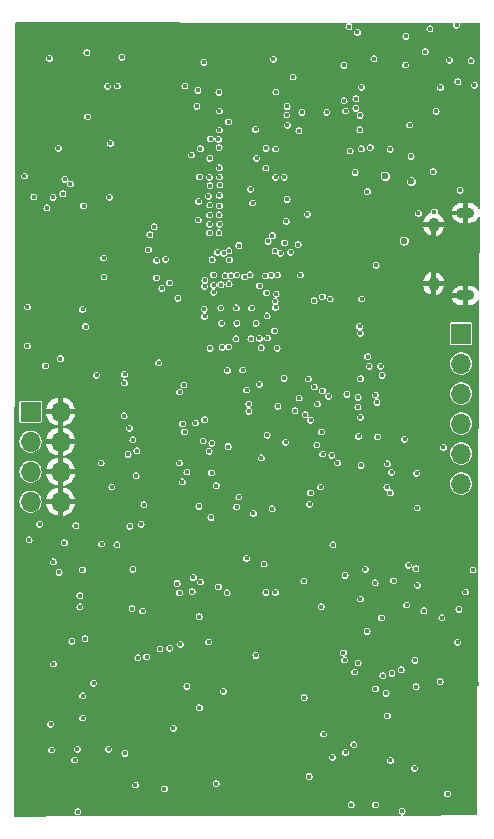
<source format=gbr>
G04 #@! TF.GenerationSoftware,KiCad,Pcbnew,7.0.1-0*
G04 #@! TF.CreationDate,2023-03-28T15:50:41-07:00*
G04 #@! TF.ProjectId,Kit-Brainboard,4b69742d-4272-4616-996e-626f6172642e,rev?*
G04 #@! TF.SameCoordinates,Original*
G04 #@! TF.FileFunction,Copper,L2,Inr*
G04 #@! TF.FilePolarity,Positive*
%FSLAX46Y46*%
G04 Gerber Fmt 4.6, Leading zero omitted, Abs format (unit mm)*
G04 Created by KiCad (PCBNEW 7.0.1-0) date 2023-03-28 15:50:41*
%MOMM*%
%LPD*%
G01*
G04 APERTURE LIST*
G04 #@! TA.AperFunction,ComponentPad*
%ADD10O,1.550000X0.890000*%
G04 #@! TD*
G04 #@! TA.AperFunction,ComponentPad*
%ADD11O,0.950000X1.250000*%
G04 #@! TD*
G04 #@! TA.AperFunction,ComponentPad*
%ADD12R,1.700000X1.700000*%
G04 #@! TD*
G04 #@! TA.AperFunction,ComponentPad*
%ADD13O,1.700000X1.700000*%
G04 #@! TD*
G04 #@! TA.AperFunction,ViaPad*
%ADD14C,0.400000*%
G04 #@! TD*
G04 #@! TA.AperFunction,ViaPad*
%ADD15C,0.600000*%
G04 #@! TD*
G04 APERTURE END LIST*
D10*
G04 #@! TO.N,GND*
G04 #@! TO.C,J3*
X227805000Y-72740000D03*
D11*
X225105000Y-73740000D03*
X225105000Y-78740000D03*
D10*
X227805000Y-79740000D03*
G04 #@! TD*
D12*
G04 #@! TO.N,Net-(AN1-Pin_1)*
G04 #@! TO.C,AN1*
X227430000Y-82970000D03*
D13*
G04 #@! TO.N,/A1*
X227430000Y-85510000D03*
G04 #@! TO.N,Net-(AN1-Pin_3)*
X227430000Y-88050000D03*
G04 #@! TO.N,Net-(AN1-Pin_4)*
X227430000Y-90590000D03*
G04 #@! TO.N,/A0*
X227430000Y-93130000D03*
G04 #@! TO.N,Net-(AN1-Pin_6)*
X227430000Y-95670000D03*
G04 #@! TD*
D12*
G04 #@! TO.N,/UART_TX*
G04 #@! TO.C,J1*
X190980400Y-89580000D03*
D13*
G04 #@! TO.N,GND*
X193520400Y-89580000D03*
G04 #@! TO.N,/UART_RX*
X190980400Y-92120000D03*
G04 #@! TO.N,GND*
X193520400Y-92120000D03*
G04 #@! TO.N,/DEBUG2*
X190980400Y-94660000D03*
G04 #@! TO.N,GND*
X193520400Y-94660000D03*
G04 #@! TO.N,/DEBUG3*
X190980400Y-97200000D03*
G04 #@! TO.N,GND*
X193520400Y-97200000D03*
G04 #@! TD*
D14*
G04 #@! TO.N,VDD*
X204217500Y-94692500D03*
G04 #@! TO.N,/D1*
X206710000Y-95840000D03*
G04 #@! TO.N,+3V3*
X190850000Y-100430000D03*
X214135500Y-113790000D03*
X196960000Y-93930000D03*
X218030000Y-67510000D03*
X223670000Y-94790000D03*
X214560000Y-120470000D03*
X205240000Y-97590000D03*
X223717000Y-97740000D03*
X221450000Y-119110000D03*
X218980000Y-62100000D03*
X194820000Y-99230000D03*
X205250000Y-106930000D03*
X205350000Y-104000000D03*
D15*
X222620000Y-75130000D03*
D14*
X227135000Y-109104430D03*
X210750000Y-102480000D03*
X219530000Y-84930000D03*
D15*
X223215989Y-70079000D03*
D14*
X218880000Y-64480000D03*
X221190000Y-115310000D03*
X218465989Y-69331000D03*
X209280000Y-102000000D03*
X218860512Y-65725321D03*
X227800000Y-104850000D03*
X211700000Y-104880000D03*
X218640000Y-57470000D03*
X222760000Y-57800000D03*
X218960000Y-94120000D03*
X224790000Y-57170000D03*
X199390000Y-99276448D03*
X217610000Y-103440000D03*
G04 #@! TO.N,GND*
X201250000Y-117730000D03*
X200420000Y-109620000D03*
X202160000Y-63310000D03*
X203798000Y-83140790D03*
X203670000Y-114850000D03*
X216040000Y-63286779D03*
X224020000Y-71710000D03*
X228015000Y-108389412D03*
X198050000Y-94630000D03*
X213912380Y-63284399D03*
X197170000Y-73320000D03*
X208236865Y-89494584D03*
X205217700Y-72543300D03*
X221180000Y-122460000D03*
X203970000Y-61286779D03*
X207680000Y-110190000D03*
X218950000Y-76450000D03*
X210364393Y-78106377D03*
X206121940Y-65682760D03*
X209064342Y-80786274D03*
X196465391Y-108865391D03*
X219800000Y-78330000D03*
X189820000Y-115900000D03*
X212699795Y-72572944D03*
X212615000Y-67235779D03*
X203965500Y-90043314D03*
X220127000Y-96640000D03*
X210458500Y-86552280D03*
X213779500Y-76377461D03*
X213865000Y-62221779D03*
X196960000Y-102990000D03*
X220850000Y-117475000D03*
X207650000Y-120960000D03*
X205330580Y-63026700D03*
X191140000Y-118510000D03*
X225380000Y-94210000D03*
X207310000Y-99260000D03*
X203560000Y-123230000D03*
X206956367Y-63201641D03*
X226520000Y-110140000D03*
X222670000Y-85540000D03*
X214240000Y-90870000D03*
X220880000Y-72799000D03*
X216420000Y-111290000D03*
X197470000Y-64880000D03*
X216140000Y-65300000D03*
X222030000Y-80900000D03*
X216580000Y-76730000D03*
X212370000Y-108800000D03*
X223550000Y-123560000D03*
X225110000Y-61560000D03*
X210014670Y-66682170D03*
X211140000Y-90960000D03*
X219770000Y-64046779D03*
X214135500Y-112860000D03*
X212659900Y-62558560D03*
X203530000Y-119140000D03*
X220887000Y-74094000D03*
X196980000Y-118660000D03*
X205637000Y-77934779D03*
X220140000Y-73170000D03*
X201850000Y-110470000D03*
X217960000Y-94820000D03*
X205240560Y-74142720D03*
X212685000Y-66145000D03*
X225948380Y-116618880D03*
X223420000Y-88840000D03*
X190848000Y-74939502D03*
X210400000Y-82776779D03*
X225460000Y-100090000D03*
X213075000Y-64865000D03*
X204790000Y-67046779D03*
X190030000Y-101540000D03*
X206400000Y-91300000D03*
X206957819Y-78112519D03*
X222120000Y-72778000D03*
X217600000Y-69089000D03*
X216160000Y-104480000D03*
X210364583Y-80784096D03*
X198340000Y-57250000D03*
X222480000Y-66650000D03*
X195282000Y-80082000D03*
X197210000Y-59340000D03*
X192470000Y-70200000D03*
X212340000Y-106700000D03*
X205680000Y-82520000D03*
X216830000Y-78410000D03*
X211547000Y-68886779D03*
X222194000Y-74103000D03*
X196480500Y-83814000D03*
X207230000Y-117830000D03*
X197400000Y-90775000D03*
X212624340Y-74062220D03*
X204140000Y-96660000D03*
X212680000Y-71036779D03*
X221419928Y-104349296D03*
X216050000Y-120270000D03*
X196000000Y-95720000D03*
X207140000Y-79476779D03*
X211532259Y-64193093D03*
X216050000Y-97750000D03*
X209070000Y-82126779D03*
X203850000Y-85880000D03*
X228790000Y-112630000D03*
X216010000Y-59010000D03*
X191270500Y-80000000D03*
X206669193Y-84196068D03*
X212130000Y-123490000D03*
X204754000Y-65321479D03*
X217693460Y-83166859D03*
X205754760Y-80200799D03*
X205199920Y-70960880D03*
X198270000Y-97050000D03*
X213470000Y-85936779D03*
X206152420Y-68900940D03*
X206720000Y-101350000D03*
X197170000Y-74910000D03*
X223630000Y-95630000D03*
X195240000Y-122440000D03*
X214230000Y-106690000D03*
X198620000Y-99760000D03*
X226505764Y-64940507D03*
X210200000Y-96375000D03*
X224790000Y-104280000D03*
X212490000Y-121150000D03*
X213560000Y-70006779D03*
X193450000Y-64710000D03*
X204990000Y-109040000D03*
X208440000Y-103220000D03*
X203340000Y-99110000D03*
X208735500Y-76278779D03*
X208345000Y-105095000D03*
X209050000Y-95420000D03*
X203389000Y-69424779D03*
X205238020Y-64472279D03*
X193283000Y-111930000D03*
X207010000Y-59932279D03*
X214990000Y-122560000D03*
X212470000Y-60216779D03*
X201650000Y-107490000D03*
X226840000Y-102360000D03*
X204800000Y-109940000D03*
X203930000Y-58870000D03*
X196360000Y-123600000D03*
X206020000Y-97240000D03*
X214008472Y-83941528D03*
X213642753Y-79621679D03*
X204166140Y-76251700D03*
X215840000Y-107060000D03*
X192980000Y-82240000D03*
X194760000Y-115050000D03*
X226440000Y-84240000D03*
X191660000Y-123650000D03*
X207790000Y-82076779D03*
X210953000Y-113750000D03*
X208330000Y-114170000D03*
X207746794Y-80788159D03*
X216810000Y-101580000D03*
G04 #@! TO.N,Net-(AN1-Pin_1)*
X217581205Y-110594577D03*
G04 #@! TO.N,/VCOM*
X204220000Y-112830000D03*
G04 #@! TO.N,/D1*
X206179825Y-84207514D03*
X205590000Y-92060000D03*
G04 #@! TO.N,VDD_CORE*
X197170000Y-76570000D03*
X209690555Y-80787905D03*
X192361256Y-72330499D03*
X207088260Y-80800239D03*
X208450000Y-82096779D03*
X208396003Y-80783791D03*
X207160000Y-82096779D03*
X197197500Y-78177500D03*
G04 #@! TO.N,VDD*
X211635000Y-82716779D03*
X207748000Y-84078779D03*
X199340000Y-90980000D03*
X193510000Y-85080000D03*
X198940000Y-86430000D03*
X208368000Y-83412779D03*
X210070220Y-82082939D03*
X204030000Y-91270000D03*
X198920000Y-87140000D03*
G04 #@! TO.N,/D2*
X204660000Y-104820000D03*
G04 #@! TO.N,/NRST*
X217940000Y-56990000D03*
X198900000Y-89930000D03*
X203609500Y-87920000D03*
G04 #@! TO.N,/D3*
X200570000Y-97460000D03*
G04 #@! TO.N,VDD_DDR*
X216060000Y-64216779D03*
X213697861Y-65792124D03*
X204050000Y-62006779D03*
X210917460Y-67295660D03*
X212715000Y-65325000D03*
X213954680Y-64231459D03*
X206957600Y-64123200D03*
X205205000Y-71781300D03*
X223080000Y-65310000D03*
X212624340Y-73465320D03*
X205650000Y-60016779D03*
X206116860Y-69734060D03*
X212698000Y-63742200D03*
X206480000Y-78866779D03*
X211750580Y-62515380D03*
X211735340Y-69728980D03*
X205062760Y-63706640D03*
X211538340Y-59741099D03*
X213202180Y-61242379D03*
X212700000Y-71606779D03*
X211732000Y-67331779D03*
X225320000Y-64149000D03*
X205345820Y-67317919D03*
X210367000Y-78913779D03*
X206932200Y-62523000D03*
X205192300Y-73340860D03*
X207790000Y-78764779D03*
X212675000Y-64465000D03*
X205154114Y-62359854D03*
G04 #@! TO.N,VDDA_1V8*
X211015972Y-81460015D03*
G04 #@! TO.N,Net-(U2D-VDDA1V1_REG)*
X211694353Y-80236133D03*
X214982771Y-80185500D03*
G04 #@! TO.N,+12V*
X195650000Y-82370000D03*
X225670000Y-62120000D03*
D15*
X221010989Y-69642000D03*
D14*
X195480000Y-72130000D03*
X215590000Y-106090000D03*
X199570000Y-106260000D03*
X193340000Y-67270000D03*
X194710000Y-119060000D03*
X196570000Y-86500000D03*
X196330000Y-112570000D03*
X223194460Y-67950000D03*
X208610000Y-96810000D03*
X210520000Y-93490000D03*
X203830000Y-95520000D03*
X195390000Y-115520000D03*
X197860000Y-95960000D03*
X195400000Y-113640000D03*
X214600000Y-97410000D03*
X222730000Y-60210000D03*
X199860000Y-121170000D03*
G04 #@! TO.N,GNDADC*
X211010000Y-91590000D03*
X190717500Y-83999000D03*
X210360000Y-83376779D03*
X210360000Y-87250000D03*
X197730000Y-66870000D03*
X190710000Y-80710000D03*
X192251500Y-85681000D03*
G04 #@! TO.N,VREF+*
X212580000Y-92160000D03*
X195750000Y-59180000D03*
X209460895Y-88928397D03*
X208940000Y-86040000D03*
G04 #@! TO.N,VREF_DDR*
X214420000Y-72870000D03*
X209615000Y-70744779D03*
X204593980Y-67836079D03*
X213828000Y-77996779D03*
G04 #@! TO.N,VDDA*
X209640000Y-83400000D03*
G04 #@! TO.N,GNDA*
X207300000Y-113240000D03*
X205270000Y-114630000D03*
X199640000Y-102910000D03*
X195590000Y-108790000D03*
X206700000Y-121070000D03*
G04 #@! TO.N,Net-(C6-Pad1)*
X195160000Y-105160000D03*
X195150000Y-106100000D03*
G04 #@! TO.N,VDD_USB*
X211723787Y-80747389D03*
G04 #@! TO.N,-12VA*
X197000000Y-100770000D03*
X192690000Y-116040000D03*
X193390000Y-103180000D03*
X198295000Y-100855000D03*
X217663141Y-118429541D03*
X192910000Y-110945000D03*
X223508824Y-119764048D03*
X195370000Y-102950000D03*
X216544144Y-118835424D03*
X215786848Y-116873152D03*
X208420498Y-97630000D03*
X211430000Y-97810000D03*
X194480000Y-109030000D03*
X191740000Y-99100000D03*
X210910000Y-104870000D03*
X206250000Y-98540000D03*
G04 #@! TO.N,/A0*
X218750000Y-91680000D03*
X212445077Y-86764206D03*
X211858925Y-84198347D03*
G04 #@! TO.N,/D14*
X199645500Y-91962500D03*
X213710000Y-88420500D03*
X206330000Y-92240000D03*
X213370000Y-89500000D03*
G04 #@! TO.N,/D15*
X192905000Y-102287000D03*
X193840000Y-100660000D03*
G04 #@! TO.N,/D4*
X221430000Y-67370000D03*
X219740000Y-67220000D03*
G04 #@! TO.N,/D17*
X218526426Y-63900000D03*
X217650000Y-64120000D03*
G04 #@! TO.N,/D5*
X223820000Y-72790000D03*
X225160000Y-72640000D03*
X228279500Y-59870000D03*
X227050000Y-56860000D03*
G04 #@! TO.N,/D18*
X217520000Y-63260000D03*
X218526426Y-63085000D03*
G04 #@! TO.N,/D19*
X220050000Y-59700000D03*
X217514001Y-60250000D03*
G04 #@! TO.N,/D7*
X227168900Y-61630000D03*
X228559003Y-61930000D03*
G04 #@! TO.N,/D8*
X226450000Y-59820000D03*
X227350000Y-70820000D03*
G04 #@! TO.N,/D9*
X225060000Y-69250000D03*
X203450000Y-79970000D03*
X218980000Y-67320000D03*
X205680000Y-80896779D03*
G04 #@! TO.N,/D10*
X195819244Y-64609244D03*
G04 #@! TO.N,/D11*
X199978778Y-92903778D03*
X214234500Y-89840000D03*
X192570000Y-59670000D03*
X215014999Y-87474999D03*
X206100000Y-92917000D03*
G04 #@! TO.N,/D12*
X198710000Y-59570000D03*
G04 #@! TO.N,/A1*
X215630000Y-91295000D03*
X216210000Y-88270000D03*
G04 #@! TO.N,/UART_TX*
X201834561Y-85444561D03*
G04 #@! TO.N,/UART_RX*
X205716000Y-81514779D03*
G04 #@! TO.N,/DEBUG2*
X203970000Y-87320000D03*
G04 #@! TO.N,/DEBUG3*
X199910000Y-95010000D03*
X203589001Y-93910000D03*
G04 #@! TO.N,/AUDIO_OUT2*
X200473751Y-106453751D03*
G04 #@! TO.N,/AUDIO_OUT1*
X192760000Y-118220000D03*
G04 #@! TO.N,/AUDIO_IN2*
X194980000Y-123450000D03*
G04 #@! TO.N,/AUDIO_IN1*
X198970000Y-118520000D03*
G04 #@! TO.N,/A2*
X211027000Y-83334779D03*
X226294696Y-121929144D03*
X214700000Y-96430000D03*
X217467730Y-109981884D03*
X220803497Y-111923047D03*
G04 #@! TO.N,/A3*
X210507127Y-84163689D03*
G04 #@! TO.N,/A4*
X210050000Y-110225000D03*
X209464000Y-89547460D03*
X207710000Y-92530000D03*
G04 #@! TO.N,/A5*
X219473000Y-108165446D03*
X221140000Y-95970000D03*
X215690000Y-87800000D03*
G04 #@! TO.N,/A6*
X209850271Y-98196674D03*
X215260000Y-88920000D03*
X214700000Y-90300000D03*
G04 #@! TO.N,/A7*
X214500000Y-86800000D03*
G04 #@! TO.N,/A8*
X215532715Y-95958764D03*
X211920000Y-89120000D03*
X216580000Y-100850000D03*
G04 #@! TO.N,/A9*
X221180000Y-93990000D03*
X220710000Y-107020000D03*
X220150500Y-104070000D03*
X219320000Y-102910000D03*
X220360000Y-91700000D03*
G04 #@! TO.N,/ADC-IN0_DAC-OUT0*
X218130000Y-122847000D03*
G04 #@! TO.N,/ADC-IN1_DAC-OUT1*
X221560000Y-94710000D03*
G04 #@! TO.N,/D-IN1*
X203390000Y-104130000D03*
G04 #@! TO.N,Net-(C22-Pad1)*
X202310000Y-121490000D03*
G04 #@! TO.N,Net-(C23-Pad1)*
X203075000Y-116375000D03*
G04 #@! TO.N,/D-IN2*
X203670000Y-109270000D03*
G04 #@! TO.N,/D-IN3*
X200350000Y-99125000D03*
X197580000Y-118160000D03*
X194950000Y-118150000D03*
G04 #@! TO.N,/ADC-IN2*
X220190000Y-122847000D03*
G04 #@! TO.N,/ADC-IN3*
X222360212Y-111415000D03*
X221581716Y-111724265D03*
X221082616Y-113416952D03*
G04 #@! TO.N,/ADC-IN4*
X222443040Y-123398280D03*
G04 #@! TO.N,/ADC-IN5*
X220178376Y-113026952D03*
X218710000Y-110860000D03*
X218910000Y-105440000D03*
G04 #@! TO.N,/ADC-IN6*
X222820000Y-105940000D03*
X223000000Y-102584502D03*
X224280000Y-106435498D03*
G04 #@! TO.N,/D-IN10*
X197510000Y-62020000D03*
G04 #@! TO.N,/ADC-IN7*
X221440000Y-96460000D03*
X221730000Y-103890000D03*
X225800000Y-107034000D03*
G04 #@! TO.N,/D-IN12*
X198330000Y-62000000D03*
G04 #@! TO.N,/ADC-IN8*
X228452203Y-102987972D03*
G04 #@! TO.N,/ADC-IN9*
X223527000Y-110620000D03*
G04 #@! TO.N,/SAI_MCLK*
X206890000Y-104390000D03*
X214123869Y-103913000D03*
G04 #@! TO.N,/SAI_SD_B*
X218900000Y-90050000D03*
X216960000Y-93930000D03*
G04 #@! TO.N,/SAI_FS*
X216350000Y-80040000D03*
X215720000Y-93160000D03*
G04 #@! TO.N,/SAI_SCK*
X216485182Y-93285815D03*
X219020000Y-80019500D03*
G04 #@! TO.N,/SAI_SD_A*
X217770000Y-88120000D03*
X215230000Y-92400000D03*
G04 #@! TO.N,/PWR_ONRST*
X219490000Y-70940000D03*
X224392927Y-59099312D03*
G04 #@! TO.N,/JTMS_SWDIO*
X194360000Y-70304500D03*
X201650000Y-78225000D03*
G04 #@! TO.N,/JTCK_SWCLK*
X193880000Y-69890000D03*
X201649500Y-76779280D03*
X201450000Y-73920000D03*
X202422500Y-76662288D03*
G04 #@! TO.N,/JTDO_SWO*
X201090500Y-74586528D03*
X193720000Y-71112293D03*
G04 #@! TO.N,/JTDI*
X192896012Y-71446793D03*
X200960000Y-75860000D03*
G04 #@! TO.N,/USB_VBUS*
X220240000Y-77170000D03*
G04 #@! TO.N,/USB_RREF*
X210957000Y-79504779D03*
G04 #@! TO.N,/DDR_CKE*
X210853000Y-78076779D03*
X212452740Y-69718219D03*
G04 #@! TO.N,/DDR_RESETN*
X202750000Y-78646779D03*
X206144000Y-74412779D03*
G04 #@! TO.N,/DDR_CLK_N*
X210910960Y-68953679D03*
G04 #@! TO.N,/DDR_CLK_P*
X210126720Y-68123359D03*
G04 #@! TO.N,Net-(U2E-DDR_ZQ)*
X206495000Y-79466779D03*
G04 #@! TO.N,/PWR_ON*
X209274500Y-87750000D03*
X191260000Y-71390000D03*
X190450000Y-69630000D03*
X197650000Y-71430000D03*
X199234500Y-93175000D03*
G04 #@! TO.N,/BOOT0*
X204940000Y-90530000D03*
X207202000Y-84143779D03*
X206300000Y-94750000D03*
G04 #@! TO.N,/FLASH_CS*
X220620000Y-85740000D03*
X219650000Y-85720000D03*
G04 #@! TO.N,/USB_HS_DM*
X218840000Y-82360000D03*
G04 #@! TO.N,/FLASH_IO2*
X218710494Y-88353949D03*
X220175000Y-88150000D03*
G04 #@! TO.N,/DDR_DQS1_P*
X213003000Y-76080779D03*
X206960140Y-65733560D03*
G04 #@! TO.N,/DDR_DQM1*
X210044837Y-65679636D03*
X213637000Y-75432779D03*
G04 #@! TO.N,/USB_HS_DP*
X218900000Y-82930000D03*
G04 #@! TO.N,/FLASH_IO1*
X218690000Y-89190000D03*
X220310000Y-88770000D03*
G04 #@! TO.N,/FLASH_IO0*
X218905500Y-86780000D03*
X220741109Y-86511891D03*
G04 #@! TO.N,/CODEC_RESET*
X206050000Y-109070000D03*
X207620000Y-104920000D03*
G04 #@! TO.N,/DDR_DQ9*
X207752791Y-65027440D03*
X212485000Y-75265000D03*
G04 #@! TO.N,/DDR_DQS1_N*
X212142000Y-76162779D03*
X206885000Y-66525000D03*
G04 #@! TO.N,/DDR_DQ10*
X211684650Y-75980575D03*
X206942256Y-67216886D03*
G04 #@! TO.N,/DDR_DQ13*
X206158620Y-68138339D03*
X211350961Y-78028054D03*
G04 #@! TO.N,/DDR_A8*
X211877000Y-77996779D03*
X211443011Y-74665307D03*
G04 #@! TO.N,/DDR_DQ8*
X206230718Y-66460442D03*
X211091315Y-75151551D03*
G04 #@! TO.N,/RIN+*
X201940000Y-109680000D03*
G04 #@! TO.N,/RIN-*
X202750000Y-109600000D03*
G04 #@! TO.N,/LIN+*
X200060000Y-110430000D03*
G04 #@! TO.N,/LIN-*
X200810000Y-110330000D03*
G04 #@! TO.N,/DDR_A10*
X209783000Y-71891779D03*
X209566332Y-77992867D03*
G04 #@! TO.N,/DDR_CASN*
X208625500Y-75512279D03*
X206960140Y-69716280D03*
G04 #@! TO.N,/DDR_WEN*
X207935610Y-78068538D03*
X207013000Y-70391779D03*
G04 #@! TO.N,/DDR_CSN*
X206171632Y-70449090D03*
X208421720Y-78011003D03*
G04 #@! TO.N,/DDR_ODT*
X205301520Y-69688340D03*
X207813580Y-76698740D03*
G04 #@! TO.N,/DDR_BA2*
X206957835Y-71273779D03*
X207446243Y-78080041D03*
G04 #@! TO.N,/DDR_BA0*
X207774500Y-75961779D03*
X206036000Y-71340779D03*
G04 #@! TO.N,/DDR_A0*
X206972840Y-72143900D03*
X207322000Y-76174779D03*
G04 #@! TO.N,/DDR_A3*
X206157500Y-72078480D03*
X206814000Y-76102779D03*
G04 #@! TO.N,/DDR_A2*
X206485741Y-77983075D03*
X206937280Y-72911600D03*
G04 #@! TO.N,/DDR_A9*
X206992380Y-73701540D03*
X206349000Y-76702779D03*
G04 #@! TO.N,/DDR_A13*
X205747069Y-78448746D03*
X206934000Y-74443779D03*
G04 #@! TO.N,/JTRST*
X195390000Y-80920000D03*
X202090000Y-79140000D03*
G04 #@! TO.N,/FLASH_CLK*
X211780000Y-79610000D03*
X215684710Y-79834710D03*
G04 #@! TO.N,/DDR_RASN*
X209103000Y-78150779D03*
X206960000Y-68930779D03*
G04 #@! TO.N,/DDR_A5*
X207107460Y-78819640D03*
X206139720Y-72919220D03*
G04 #@! TO.N,/DDR_A7*
X205720000Y-78952779D03*
X206134640Y-73716780D03*
G04 #@! TO.N,Net-(U9B--)*
X223610000Y-102870000D03*
X227250000Y-106310000D03*
X223720000Y-104270000D03*
X225660000Y-112440000D03*
G04 #@! TO.N,Net-(U8B--)*
X218420000Y-111620000D03*
X225925000Y-92610000D03*
G04 #@! TO.N,Net-(AN1-Pin_4)*
X218350000Y-117775000D03*
G04 #@! TO.N,Net-(AN1-Pin_6)*
X223620000Y-112870000D03*
G04 #@! TO.N,/BOOT2*
X203860000Y-90590000D03*
X205730000Y-90250000D03*
X207650000Y-86080000D03*
G04 #@! TO.N,/D6*
X222660000Y-91910000D03*
G04 #@! TO.N,/D13*
X204760000Y-103620000D03*
X203600000Y-104910000D03*
G04 #@! TD*
G04 #@! TA.AperFunction,Conductor*
G04 #@! TO.N,GND*
G36*
X217721091Y-56658498D02*
G01*
X217754908Y-56669194D01*
X217776482Y-56697347D01*
X217778016Y-56732783D01*
X217758955Y-56762694D01*
X217714032Y-56800389D01*
X217714031Y-56800390D01*
X217679616Y-56860000D01*
X217662809Y-56889111D01*
X217646714Y-56980390D01*
X217645019Y-56990000D01*
X217662809Y-57090889D01*
X217714031Y-57179610D01*
X217753269Y-57212535D01*
X217792508Y-57245461D01*
X217888777Y-57280500D01*
X217991223Y-57280500D01*
X218087491Y-57245461D01*
X218087491Y-57245460D01*
X218165969Y-57179610D01*
X218171517Y-57170000D01*
X224495019Y-57170000D01*
X224512809Y-57270889D01*
X224564031Y-57359610D01*
X224603269Y-57392535D01*
X224642508Y-57425461D01*
X224738777Y-57460500D01*
X224841223Y-57460500D01*
X224937491Y-57425461D01*
X224937490Y-57425461D01*
X225015969Y-57359610D01*
X225067191Y-57270889D01*
X225084981Y-57170000D01*
X225067191Y-57069111D01*
X225015969Y-56980390D01*
X224984252Y-56953777D01*
X224937491Y-56914538D01*
X224841223Y-56879500D01*
X224738777Y-56879500D01*
X224718499Y-56886880D01*
X224642509Y-56914538D01*
X224564032Y-56980389D01*
X224564031Y-56980390D01*
X224512809Y-57069111D01*
X224495019Y-57170000D01*
X218171517Y-57170000D01*
X218217191Y-57090889D01*
X218234981Y-56990000D01*
X218217191Y-56889111D01*
X218165969Y-56800390D01*
X218121573Y-56763137D01*
X218102506Y-56733199D01*
X218104068Y-56697736D01*
X218125696Y-56669587D01*
X218159557Y-56658943D01*
X226723492Y-56667638D01*
X226761384Y-56681465D01*
X226781537Y-56716409D01*
X226774527Y-56756134D01*
X226772810Y-56759108D01*
X226772809Y-56759109D01*
X226772809Y-56759111D01*
X226755019Y-56860000D01*
X226772809Y-56960889D01*
X226824031Y-57049610D01*
X226863269Y-57082535D01*
X226902508Y-57115461D01*
X226998777Y-57150500D01*
X227101223Y-57150500D01*
X227197491Y-57115461D01*
X227197491Y-57115460D01*
X227275969Y-57049610D01*
X227327191Y-56960889D01*
X227344981Y-56860000D01*
X227327191Y-56759111D01*
X227325856Y-56756799D01*
X227318852Y-56717037D01*
X227339058Y-56682079D01*
X227377010Y-56668301D01*
X228990851Y-56669939D01*
X229020383Y-56677899D01*
X229041964Y-56699578D01*
X229049788Y-56729150D01*
X228993874Y-72359555D01*
X228981258Y-72395807D01*
X228949011Y-72416625D01*
X228910780Y-72413200D01*
X228882747Y-72386980D01*
X228822705Y-72273728D01*
X228706389Y-72136790D01*
X228563357Y-72028060D01*
X228400300Y-71952623D01*
X228224832Y-71914000D01*
X227995500Y-71914000D01*
X227995500Y-73566000D01*
X228179790Y-73566000D01*
X228313610Y-73551446D01*
X228483874Y-73494077D01*
X228637823Y-73401448D01*
X228768260Y-73277892D01*
X228869085Y-73129188D01*
X228877305Y-73108556D01*
X228903821Y-73078619D01*
X228943336Y-73072469D01*
X228977696Y-73092930D01*
X228991115Y-73130603D01*
X228969000Y-79312639D01*
X228956384Y-79348891D01*
X228924136Y-79369709D01*
X228885905Y-79366284D01*
X228857873Y-79340064D01*
X228822704Y-79273728D01*
X228706389Y-79136790D01*
X228563357Y-79028060D01*
X228400300Y-78952623D01*
X228224832Y-78914000D01*
X227995500Y-78914000D01*
X227995500Y-80566000D01*
X228179790Y-80566000D01*
X228313610Y-80551446D01*
X228483874Y-80494077D01*
X228637823Y-80401448D01*
X228768257Y-80277894D01*
X228858068Y-80145434D01*
X228887358Y-80122875D01*
X228924321Y-80122174D01*
X228954445Y-80143605D01*
X228965902Y-80178755D01*
X228810209Y-123701375D01*
X228792912Y-123742899D01*
X228751374Y-123760164D01*
X222585392Y-123777458D01*
X222547398Y-123763734D01*
X222527138Y-123728785D01*
X222534111Y-123688994D01*
X222565048Y-123663016D01*
X222590531Y-123653741D01*
X222669009Y-123587890D01*
X222720231Y-123499169D01*
X222738021Y-123398280D01*
X222720231Y-123297391D01*
X222669009Y-123208670D01*
X222610411Y-123159500D01*
X222590531Y-123142818D01*
X222494263Y-123107780D01*
X222391817Y-123107780D01*
X222371539Y-123115160D01*
X222295549Y-123142818D01*
X222217072Y-123208669D01*
X222217071Y-123208670D01*
X222165849Y-123297391D01*
X222148059Y-123398280D01*
X222165849Y-123499169D01*
X222217071Y-123587890D01*
X222295549Y-123653741D01*
X222323206Y-123663807D01*
X222354102Y-123689713D01*
X222361145Y-123729412D01*
X222341047Y-123764366D01*
X222303192Y-123778249D01*
X195052286Y-123854679D01*
X195014292Y-123840955D01*
X194994032Y-123806005D01*
X195001005Y-123766214D01*
X195031939Y-123740239D01*
X195127491Y-123705461D01*
X195205969Y-123639610D01*
X195257191Y-123550889D01*
X195274981Y-123450000D01*
X195257191Y-123349111D01*
X195205969Y-123260390D01*
X195144332Y-123208670D01*
X195127491Y-123194538D01*
X195031223Y-123159500D01*
X194928777Y-123159500D01*
X194908499Y-123166880D01*
X194832509Y-123194538D01*
X194754032Y-123260389D01*
X194754031Y-123260390D01*
X194702809Y-123349111D01*
X194685019Y-123450000D01*
X194702809Y-123550889D01*
X194754031Y-123639610D01*
X194770872Y-123653741D01*
X194832508Y-123705461D01*
X194878444Y-123722180D01*
X194928777Y-123740500D01*
X194928778Y-123740500D01*
X194929160Y-123740639D01*
X194960056Y-123766545D01*
X194967099Y-123806245D01*
X194947000Y-123841198D01*
X194909146Y-123855081D01*
X189649217Y-123869833D01*
X189619632Y-123861975D01*
X189597967Y-123840350D01*
X189590052Y-123810783D01*
X189590912Y-122847000D01*
X217835019Y-122847000D01*
X217852809Y-122947889D01*
X217904031Y-123036610D01*
X217943270Y-123069535D01*
X217982508Y-123102461D01*
X218078777Y-123137500D01*
X218181223Y-123137500D01*
X218277491Y-123102461D01*
X218277490Y-123102461D01*
X218355969Y-123036610D01*
X218407191Y-122947889D01*
X218424981Y-122847000D01*
X219895019Y-122847000D01*
X219912809Y-122947889D01*
X219964031Y-123036610D01*
X220003270Y-123069535D01*
X220042508Y-123102461D01*
X220138777Y-123137500D01*
X220241223Y-123137500D01*
X220337491Y-123102461D01*
X220337490Y-123102461D01*
X220415969Y-123036610D01*
X220467191Y-122947889D01*
X220484981Y-122847000D01*
X220467191Y-122746111D01*
X220415969Y-122657390D01*
X220384252Y-122630776D01*
X220337491Y-122591538D01*
X220241223Y-122556500D01*
X220138777Y-122556500D01*
X220118499Y-122563880D01*
X220042509Y-122591538D01*
X219964032Y-122657389D01*
X219964031Y-122657390D01*
X219912809Y-122746111D01*
X219895019Y-122847000D01*
X218424981Y-122847000D01*
X218407191Y-122746111D01*
X218355969Y-122657390D01*
X218324252Y-122630776D01*
X218277491Y-122591538D01*
X218181223Y-122556500D01*
X218078777Y-122556500D01*
X218058499Y-122563880D01*
X217982509Y-122591538D01*
X217904032Y-122657389D01*
X217904031Y-122657390D01*
X217852809Y-122746111D01*
X217835019Y-122847000D01*
X189590912Y-122847000D01*
X189591731Y-121929144D01*
X225999715Y-121929144D01*
X226017505Y-122030033D01*
X226068727Y-122118754D01*
X226107965Y-122151679D01*
X226147204Y-122184605D01*
X226243473Y-122219644D01*
X226345919Y-122219644D01*
X226442187Y-122184605D01*
X226442186Y-122184605D01*
X226520665Y-122118754D01*
X226571887Y-122030033D01*
X226589677Y-121929144D01*
X226571887Y-121828255D01*
X226520665Y-121739534D01*
X226488948Y-121712921D01*
X226442187Y-121673682D01*
X226345919Y-121638644D01*
X226243473Y-121638644D01*
X226223195Y-121646024D01*
X226147205Y-121673682D01*
X226068728Y-121739533D01*
X226068727Y-121739534D01*
X226017505Y-121828255D01*
X225999715Y-121929144D01*
X189591731Y-121929144D01*
X189592123Y-121490000D01*
X202015019Y-121490000D01*
X202032809Y-121590889D01*
X202084031Y-121679610D01*
X202123269Y-121712535D01*
X202162508Y-121745461D01*
X202258777Y-121780500D01*
X202361223Y-121780500D01*
X202457491Y-121745461D01*
X202457491Y-121745460D01*
X202535969Y-121679610D01*
X202587191Y-121590889D01*
X202604981Y-121490000D01*
X202587191Y-121389111D01*
X202535969Y-121300390D01*
X202500810Y-121270888D01*
X202457491Y-121234538D01*
X202361223Y-121199500D01*
X202258777Y-121199500D01*
X202238499Y-121206880D01*
X202162509Y-121234538D01*
X202084032Y-121300389D01*
X202084031Y-121300390D01*
X202032809Y-121389111D01*
X202015019Y-121490000D01*
X189592123Y-121490000D01*
X189592408Y-121170000D01*
X199565019Y-121170000D01*
X199582809Y-121270889D01*
X199634031Y-121359610D01*
X199669189Y-121389111D01*
X199712508Y-121425461D01*
X199808777Y-121460500D01*
X199911223Y-121460500D01*
X200007491Y-121425461D01*
X200007490Y-121425461D01*
X200085969Y-121359610D01*
X200137191Y-121270889D01*
X200154981Y-121170000D01*
X200137348Y-121070000D01*
X206405019Y-121070000D01*
X206422809Y-121170889D01*
X206474031Y-121259610D01*
X206487472Y-121270888D01*
X206552508Y-121325461D01*
X206648777Y-121360500D01*
X206751223Y-121360500D01*
X206847491Y-121325461D01*
X206877369Y-121300390D01*
X206925969Y-121259610D01*
X206977191Y-121170889D01*
X206994981Y-121070000D01*
X206977191Y-120969111D01*
X206925969Y-120880390D01*
X206894252Y-120853776D01*
X206847491Y-120814538D01*
X206751223Y-120779500D01*
X206648777Y-120779500D01*
X206628499Y-120786880D01*
X206552509Y-120814538D01*
X206474032Y-120880389D01*
X206474031Y-120880390D01*
X206422809Y-120969111D01*
X206405019Y-121070000D01*
X200137348Y-121070000D01*
X200137191Y-121069111D01*
X200085969Y-120980390D01*
X200054252Y-120953776D01*
X200007491Y-120914538D01*
X199911223Y-120879500D01*
X199808777Y-120879500D01*
X199788499Y-120886880D01*
X199712509Y-120914538D01*
X199634032Y-120980389D01*
X199634031Y-120980390D01*
X199582809Y-121069111D01*
X199565019Y-121170000D01*
X189592408Y-121170000D01*
X189593033Y-120470000D01*
X214265019Y-120470000D01*
X214282809Y-120570889D01*
X214334031Y-120659610D01*
X214373270Y-120692535D01*
X214412508Y-120725461D01*
X214508777Y-120760500D01*
X214611223Y-120760500D01*
X214707491Y-120725461D01*
X214707490Y-120725461D01*
X214785969Y-120659610D01*
X214837191Y-120570889D01*
X214854981Y-120470000D01*
X214837191Y-120369111D01*
X214785969Y-120280390D01*
X214754252Y-120253776D01*
X214707491Y-120214538D01*
X214611223Y-120179500D01*
X214508777Y-120179500D01*
X214488499Y-120186880D01*
X214412509Y-120214538D01*
X214334032Y-120280389D01*
X214334031Y-120280390D01*
X214282809Y-120369111D01*
X214265019Y-120470000D01*
X189593033Y-120470000D01*
X189593663Y-119764048D01*
X223213843Y-119764048D01*
X223231633Y-119864937D01*
X223282855Y-119953658D01*
X223322094Y-119986583D01*
X223361332Y-120019509D01*
X223457601Y-120054548D01*
X223560047Y-120054548D01*
X223656315Y-120019509D01*
X223656314Y-120019509D01*
X223734793Y-119953658D01*
X223786015Y-119864937D01*
X223803805Y-119764048D01*
X223786015Y-119663159D01*
X223734793Y-119574438D01*
X223703076Y-119547824D01*
X223656315Y-119508586D01*
X223560047Y-119473548D01*
X223457601Y-119473548D01*
X223437323Y-119480928D01*
X223361333Y-119508586D01*
X223282856Y-119574437D01*
X223282855Y-119574438D01*
X223231633Y-119663159D01*
X223213843Y-119764048D01*
X189593663Y-119764048D01*
X189594291Y-119060000D01*
X194415019Y-119060000D01*
X194432809Y-119160889D01*
X194484031Y-119249610D01*
X194523269Y-119282535D01*
X194562508Y-119315461D01*
X194658777Y-119350500D01*
X194761223Y-119350500D01*
X194857491Y-119315461D01*
X194876381Y-119299610D01*
X194935969Y-119249610D01*
X194987191Y-119160889D01*
X195004981Y-119060000D01*
X194987191Y-118959111D01*
X194935969Y-118870390D01*
X194894298Y-118835424D01*
X216249163Y-118835424D01*
X216266953Y-118936313D01*
X216318175Y-119025034D01*
X216357413Y-119057959D01*
X216396652Y-119090885D01*
X216492921Y-119125924D01*
X216595367Y-119125924D01*
X216639117Y-119110000D01*
X221155019Y-119110000D01*
X221172809Y-119210889D01*
X221224031Y-119299610D01*
X221263269Y-119332535D01*
X221302508Y-119365461D01*
X221398777Y-119400500D01*
X221501223Y-119400500D01*
X221597491Y-119365461D01*
X221597491Y-119365460D01*
X221675969Y-119299610D01*
X221727191Y-119210889D01*
X221744981Y-119110000D01*
X221727191Y-119009111D01*
X221675969Y-118920390D01*
X221644252Y-118893777D01*
X221597491Y-118854538D01*
X221501223Y-118819500D01*
X221398777Y-118819500D01*
X221378499Y-118826880D01*
X221302509Y-118854538D01*
X221224032Y-118920389D01*
X221172809Y-119009111D01*
X221158390Y-119090885D01*
X221155019Y-119110000D01*
X216639117Y-119110000D01*
X216691635Y-119090885D01*
X216691635Y-119090884D01*
X216770113Y-119025034D01*
X216821335Y-118936313D01*
X216839125Y-118835424D01*
X216821335Y-118734535D01*
X216770113Y-118645814D01*
X216738337Y-118619151D01*
X216691635Y-118579962D01*
X216595367Y-118544924D01*
X216492921Y-118544924D01*
X216472643Y-118552304D01*
X216396653Y-118579962D01*
X216318176Y-118645813D01*
X216318175Y-118645814D01*
X216281343Y-118709610D01*
X216266953Y-118734535D01*
X216260788Y-118769500D01*
X216249163Y-118835424D01*
X194894298Y-118835424D01*
X194894297Y-118835423D01*
X194857491Y-118804538D01*
X194761223Y-118769500D01*
X194658777Y-118769500D01*
X194642400Y-118775461D01*
X194562509Y-118804538D01*
X194484032Y-118870389D01*
X194484031Y-118870390D01*
X194432809Y-118959111D01*
X194415019Y-119060000D01*
X189594291Y-119060000D01*
X189594773Y-118520000D01*
X198675019Y-118520000D01*
X198692809Y-118620889D01*
X198744031Y-118709610D01*
X198783270Y-118742535D01*
X198822508Y-118775461D01*
X198918777Y-118810500D01*
X199021223Y-118810500D01*
X199117491Y-118775461D01*
X199124595Y-118769500D01*
X199195969Y-118709610D01*
X199247191Y-118620889D01*
X199264981Y-118520000D01*
X199249030Y-118429541D01*
X217368160Y-118429541D01*
X217385950Y-118530430D01*
X217437172Y-118619151D01*
X217468948Y-118645814D01*
X217515649Y-118685002D01*
X217611918Y-118720041D01*
X217714364Y-118720041D01*
X217810632Y-118685002D01*
X217810631Y-118685002D01*
X217889110Y-118619151D01*
X217940332Y-118530430D01*
X217958122Y-118429541D01*
X217940332Y-118328652D01*
X217889110Y-118239931D01*
X217857393Y-118213318D01*
X217810632Y-118174079D01*
X217714364Y-118139041D01*
X217611918Y-118139041D01*
X217591640Y-118146421D01*
X217515650Y-118174079D01*
X217449603Y-118229500D01*
X217437172Y-118239931D01*
X217385950Y-118328652D01*
X217368160Y-118429541D01*
X199249030Y-118429541D01*
X199247191Y-118419111D01*
X199195969Y-118330390D01*
X199164252Y-118303777D01*
X199117491Y-118264538D01*
X199021223Y-118229500D01*
X198918777Y-118229500D01*
X198898499Y-118236880D01*
X198822509Y-118264538D01*
X198746102Y-118328652D01*
X198744031Y-118330390D01*
X198692809Y-118419111D01*
X198675019Y-118520000D01*
X189594773Y-118520000D01*
X189595041Y-118220000D01*
X192465019Y-118220000D01*
X192482809Y-118320889D01*
X192534031Y-118409610D01*
X192557784Y-118429541D01*
X192612508Y-118475461D01*
X192708777Y-118510500D01*
X192811223Y-118510500D01*
X192907491Y-118475461D01*
X192937238Y-118450500D01*
X192985969Y-118409610D01*
X193037191Y-118320889D01*
X193054981Y-118220000D01*
X193042638Y-118150000D01*
X194655019Y-118150000D01*
X194672809Y-118250889D01*
X194724031Y-118339610D01*
X194735949Y-118349610D01*
X194802508Y-118405461D01*
X194898777Y-118440500D01*
X195001223Y-118440500D01*
X195097491Y-118405461D01*
X195097490Y-118405461D01*
X195175969Y-118339610D01*
X195227191Y-118250889D01*
X195243218Y-118160000D01*
X197285019Y-118160000D01*
X197302809Y-118260889D01*
X197354031Y-118349610D01*
X197393270Y-118382535D01*
X197432508Y-118415461D01*
X197528777Y-118450500D01*
X197631223Y-118450500D01*
X197727491Y-118415461D01*
X197734464Y-118409610D01*
X197805969Y-118349610D01*
X197857191Y-118260889D01*
X197874981Y-118160000D01*
X197857191Y-118059111D01*
X197805969Y-117970390D01*
X197774252Y-117943776D01*
X197727491Y-117904538D01*
X197631223Y-117869500D01*
X197528777Y-117869500D01*
X197511224Y-117875889D01*
X197432509Y-117904538D01*
X197354032Y-117970389D01*
X197302809Y-118059111D01*
X197286783Y-118149999D01*
X197285019Y-118160000D01*
X195243218Y-118160000D01*
X195244981Y-118150000D01*
X195227191Y-118049111D01*
X195175969Y-117960390D01*
X195109409Y-117904539D01*
X195097491Y-117894538D01*
X195001223Y-117859500D01*
X194898777Y-117859500D01*
X194878499Y-117866880D01*
X194802509Y-117894538D01*
X194724032Y-117960389D01*
X194724031Y-117960390D01*
X194672809Y-118049111D01*
X194655019Y-118150000D01*
X193042638Y-118150000D01*
X193037191Y-118119111D01*
X192985969Y-118030390D01*
X192954252Y-118003776D01*
X192907491Y-117964538D01*
X192811223Y-117929500D01*
X192708777Y-117929500D01*
X192688499Y-117936880D01*
X192612509Y-117964538D01*
X192534032Y-118030389D01*
X192534031Y-118030390D01*
X192482809Y-118119111D01*
X192465019Y-118220000D01*
X189595041Y-118220000D01*
X189595438Y-117775000D01*
X218055019Y-117775000D01*
X218072809Y-117875889D01*
X218124031Y-117964610D01*
X218163269Y-117997535D01*
X218202508Y-118030461D01*
X218298777Y-118065500D01*
X218401223Y-118065500D01*
X218497491Y-118030461D01*
X218497577Y-118030389D01*
X218575969Y-117964610D01*
X218627191Y-117875889D01*
X218644981Y-117775000D01*
X218627191Y-117674111D01*
X218575969Y-117585390D01*
X218544252Y-117558777D01*
X218497491Y-117519538D01*
X218401223Y-117484500D01*
X218298777Y-117484500D01*
X218278499Y-117491880D01*
X218202509Y-117519538D01*
X218124032Y-117585389D01*
X218124031Y-117585390D01*
X218072809Y-117674111D01*
X218055019Y-117775000D01*
X189595438Y-117775000D01*
X189596243Y-116873152D01*
X215491867Y-116873152D01*
X215509657Y-116974041D01*
X215560879Y-117062762D01*
X215600117Y-117095687D01*
X215639356Y-117128613D01*
X215735625Y-117163652D01*
X215838071Y-117163652D01*
X215934339Y-117128613D01*
X215934338Y-117128613D01*
X216012817Y-117062762D01*
X216064039Y-116974041D01*
X216081829Y-116873152D01*
X216064039Y-116772263D01*
X216012817Y-116683542D01*
X215949558Y-116630461D01*
X215934339Y-116617690D01*
X215838071Y-116582652D01*
X215735625Y-116582652D01*
X215715347Y-116590032D01*
X215639357Y-116617690D01*
X215560880Y-116683541D01*
X215560879Y-116683542D01*
X215509657Y-116772263D01*
X215491867Y-116873152D01*
X189596243Y-116873152D01*
X189596687Y-116375000D01*
X202780019Y-116375000D01*
X202797809Y-116475889D01*
X202849031Y-116564610D01*
X202870533Y-116582652D01*
X202927508Y-116630461D01*
X203023777Y-116665500D01*
X203126223Y-116665500D01*
X203222491Y-116630461D01*
X203222490Y-116630461D01*
X203300969Y-116564610D01*
X203352191Y-116475889D01*
X203369981Y-116375000D01*
X203352191Y-116274111D01*
X203300969Y-116185390D01*
X203247934Y-116140888D01*
X203222491Y-116119538D01*
X203126223Y-116084500D01*
X203023777Y-116084500D01*
X203003499Y-116091880D01*
X202927509Y-116119538D01*
X202849032Y-116185389D01*
X202849031Y-116185390D01*
X202797809Y-116274111D01*
X202780019Y-116375000D01*
X189596687Y-116375000D01*
X189596986Y-116040000D01*
X192395019Y-116040000D01*
X192412809Y-116140889D01*
X192464031Y-116229610D01*
X192503269Y-116262535D01*
X192542508Y-116295461D01*
X192638777Y-116330500D01*
X192741223Y-116330500D01*
X192837491Y-116295461D01*
X192837491Y-116295460D01*
X192915969Y-116229610D01*
X192967191Y-116140889D01*
X192984981Y-116040000D01*
X192967191Y-115939111D01*
X192915969Y-115850390D01*
X192868430Y-115810500D01*
X192837491Y-115784538D01*
X192741223Y-115749500D01*
X192638777Y-115749500D01*
X192618499Y-115756880D01*
X192542509Y-115784538D01*
X192464032Y-115850389D01*
X192464031Y-115850390D01*
X192412809Y-115939111D01*
X192395019Y-116040000D01*
X189596986Y-116040000D01*
X189597450Y-115520000D01*
X195095019Y-115520000D01*
X195112809Y-115620889D01*
X195164031Y-115709610D01*
X195203270Y-115742535D01*
X195242508Y-115775461D01*
X195338777Y-115810500D01*
X195441223Y-115810500D01*
X195537491Y-115775461D01*
X195537490Y-115775461D01*
X195615969Y-115709610D01*
X195667191Y-115620889D01*
X195684981Y-115520000D01*
X195667191Y-115419111D01*
X195615969Y-115330390D01*
X195591669Y-115310000D01*
X220895019Y-115310000D01*
X220912809Y-115410889D01*
X220964031Y-115499610D01*
X220988330Y-115519999D01*
X221042508Y-115565461D01*
X221138777Y-115600500D01*
X221241223Y-115600500D01*
X221337491Y-115565461D01*
X221337490Y-115565461D01*
X221415969Y-115499610D01*
X221467191Y-115410889D01*
X221484981Y-115310000D01*
X221467191Y-115209111D01*
X221415969Y-115120390D01*
X221384252Y-115093777D01*
X221337491Y-115054538D01*
X221241223Y-115019500D01*
X221138777Y-115019500D01*
X221118499Y-115026880D01*
X221042509Y-115054538D01*
X220964032Y-115120389D01*
X220964031Y-115120390D01*
X220912809Y-115209111D01*
X220895019Y-115310000D01*
X195591669Y-115310000D01*
X195584252Y-115303776D01*
X195537491Y-115264538D01*
X195441223Y-115229500D01*
X195338777Y-115229500D01*
X195318499Y-115236880D01*
X195242509Y-115264538D01*
X195164032Y-115330389D01*
X195164031Y-115330390D01*
X195112809Y-115419111D01*
X195095019Y-115520000D01*
X189597450Y-115520000D01*
X189598244Y-114630000D01*
X204975019Y-114630000D01*
X204992809Y-114730889D01*
X205044031Y-114819610D01*
X205083269Y-114852535D01*
X205122508Y-114885461D01*
X205218777Y-114920500D01*
X205321223Y-114920500D01*
X205417491Y-114885461D01*
X205417490Y-114885461D01*
X205495969Y-114819610D01*
X205547191Y-114730889D01*
X205564981Y-114630000D01*
X205547191Y-114529111D01*
X205495969Y-114440390D01*
X205464252Y-114413776D01*
X205417491Y-114374538D01*
X205321223Y-114339500D01*
X205218777Y-114339500D01*
X205198499Y-114346880D01*
X205122509Y-114374538D01*
X205044032Y-114440389D01*
X205044031Y-114440390D01*
X204992809Y-114529111D01*
X204975019Y-114630000D01*
X189598244Y-114630000D01*
X189599127Y-113640000D01*
X195105019Y-113640000D01*
X195122809Y-113740889D01*
X195174031Y-113829610D01*
X195213269Y-113862535D01*
X195252508Y-113895461D01*
X195348777Y-113930500D01*
X195451223Y-113930500D01*
X195547491Y-113895461D01*
X195552941Y-113890888D01*
X195625969Y-113829610D01*
X195648837Y-113790000D01*
X213840519Y-113790000D01*
X213858309Y-113890889D01*
X213909531Y-113979610D01*
X213948770Y-114012535D01*
X213988008Y-114045461D01*
X214084277Y-114080500D01*
X214186723Y-114080500D01*
X214282991Y-114045461D01*
X214282990Y-114045461D01*
X214361469Y-113979610D01*
X214412691Y-113890889D01*
X214430481Y-113790000D01*
X214412691Y-113689111D01*
X214361469Y-113600390D01*
X214329752Y-113573776D01*
X214282991Y-113534538D01*
X214186723Y-113499500D01*
X214084277Y-113499500D01*
X214063999Y-113506880D01*
X213988009Y-113534538D01*
X213909532Y-113600389D01*
X213909531Y-113600390D01*
X213858309Y-113689111D01*
X213840519Y-113790000D01*
X195648837Y-113790000D01*
X195677191Y-113740889D01*
X195694981Y-113640000D01*
X195677191Y-113539111D01*
X195625969Y-113450390D01*
X195586119Y-113416952D01*
X195547491Y-113384538D01*
X195451223Y-113349500D01*
X195348777Y-113349500D01*
X195328499Y-113356880D01*
X195252509Y-113384538D01*
X195174032Y-113450389D01*
X195174031Y-113450390D01*
X195122809Y-113539111D01*
X195105019Y-113640000D01*
X189599127Y-113640000D01*
X189599484Y-113240000D01*
X207005019Y-113240000D01*
X207022809Y-113340889D01*
X207074031Y-113429610D01*
X207098796Y-113450390D01*
X207152508Y-113495461D01*
X207248777Y-113530500D01*
X207351223Y-113530500D01*
X207447491Y-113495461D01*
X207447491Y-113495460D01*
X207525969Y-113429610D01*
X207533277Y-113416952D01*
X220787635Y-113416952D01*
X220805425Y-113517841D01*
X220856647Y-113606562D01*
X220895885Y-113639487D01*
X220935124Y-113672413D01*
X221031393Y-113707452D01*
X221133839Y-113707452D01*
X221230107Y-113672413D01*
X221230107Y-113672412D01*
X221308585Y-113606562D01*
X221359807Y-113517841D01*
X221377597Y-113416952D01*
X221359807Y-113316063D01*
X221308585Y-113227342D01*
X221276868Y-113200729D01*
X221230107Y-113161490D01*
X221133839Y-113126452D01*
X221031393Y-113126452D01*
X221011115Y-113133832D01*
X220935125Y-113161490D01*
X220869494Y-113216562D01*
X220856647Y-113227342D01*
X220805425Y-113316063D01*
X220787635Y-113416952D01*
X207533277Y-113416952D01*
X207577191Y-113340889D01*
X207594981Y-113240000D01*
X207577191Y-113139111D01*
X207525969Y-113050390D01*
X207498037Y-113026952D01*
X219883395Y-113026952D01*
X219901185Y-113127841D01*
X219952407Y-113216562D01*
X219991645Y-113249487D01*
X220030884Y-113282413D01*
X220127153Y-113317452D01*
X220229599Y-113317452D01*
X220325867Y-113282413D01*
X220325866Y-113282413D01*
X220404345Y-113216562D01*
X220455567Y-113127841D01*
X220473357Y-113026952D01*
X220455567Y-112926063D01*
X220423200Y-112870000D01*
X223325019Y-112870000D01*
X223342809Y-112970889D01*
X223394031Y-113059610D01*
X223424839Y-113085461D01*
X223472508Y-113125461D01*
X223568777Y-113160500D01*
X223671223Y-113160500D01*
X223767491Y-113125461D01*
X223773403Y-113120500D01*
X223845969Y-113059610D01*
X223897191Y-112970889D01*
X223914981Y-112870000D01*
X223897191Y-112769111D01*
X223845969Y-112680390D01*
X223798298Y-112640389D01*
X223767491Y-112614538D01*
X223671223Y-112579500D01*
X223568777Y-112579500D01*
X223548499Y-112586880D01*
X223472509Y-112614538D01*
X223394032Y-112680389D01*
X223394031Y-112680390D01*
X223342809Y-112769111D01*
X223325019Y-112870000D01*
X220423200Y-112870000D01*
X220404345Y-112837342D01*
X220372628Y-112810728D01*
X220325867Y-112771490D01*
X220229599Y-112736452D01*
X220127153Y-112736452D01*
X220106875Y-112743832D01*
X220030885Y-112771490D01*
X219966566Y-112825461D01*
X219952407Y-112837342D01*
X219901185Y-112926063D01*
X219883395Y-113026952D01*
X207498037Y-113026952D01*
X207489287Y-113019610D01*
X207447491Y-112984538D01*
X207351223Y-112949500D01*
X207248777Y-112949500D01*
X207228499Y-112956880D01*
X207152509Y-112984538D01*
X207074032Y-113050389D01*
X207074031Y-113050390D01*
X207022809Y-113139111D01*
X207005019Y-113240000D01*
X189599484Y-113240000D01*
X189600082Y-112570000D01*
X196035019Y-112570000D01*
X196052809Y-112670889D01*
X196104031Y-112759610D01*
X196143270Y-112792535D01*
X196182508Y-112825461D01*
X196278777Y-112860500D01*
X196381223Y-112860500D01*
X196465020Y-112830000D01*
X203925019Y-112830000D01*
X203942809Y-112930889D01*
X203994031Y-113019610D01*
X204030712Y-113050389D01*
X204072508Y-113085461D01*
X204168777Y-113120500D01*
X204271223Y-113120500D01*
X204367491Y-113085461D01*
X204367491Y-113085460D01*
X204445969Y-113019610D01*
X204497191Y-112930889D01*
X204514981Y-112830000D01*
X204497191Y-112729111D01*
X204445969Y-112640390D01*
X204414252Y-112613777D01*
X204367491Y-112574538D01*
X204271223Y-112539500D01*
X204168777Y-112539500D01*
X204148499Y-112546880D01*
X204072509Y-112574538D01*
X204006878Y-112629610D01*
X203994031Y-112640390D01*
X203942809Y-112729111D01*
X203925019Y-112830000D01*
X196465020Y-112830000D01*
X196477491Y-112825461D01*
X196477490Y-112825461D01*
X196555969Y-112759610D01*
X196607191Y-112670889D01*
X196624981Y-112570000D01*
X196607191Y-112469111D01*
X196590384Y-112440000D01*
X225365019Y-112440000D01*
X225382809Y-112540889D01*
X225434031Y-112629610D01*
X225473270Y-112662535D01*
X225512508Y-112695461D01*
X225608777Y-112730500D01*
X225711223Y-112730500D01*
X225807491Y-112695461D01*
X225807491Y-112695460D01*
X225885969Y-112629610D01*
X225937191Y-112540889D01*
X225954981Y-112440000D01*
X225937191Y-112339111D01*
X225885969Y-112250390D01*
X225854252Y-112223777D01*
X225807491Y-112184538D01*
X225711223Y-112149500D01*
X225608777Y-112149500D01*
X225588499Y-112156880D01*
X225512509Y-112184538D01*
X225434032Y-112250389D01*
X225434031Y-112250390D01*
X225382809Y-112339111D01*
X225365019Y-112440000D01*
X196590384Y-112440000D01*
X196555969Y-112380390D01*
X196506775Y-112339111D01*
X196477491Y-112314538D01*
X196381223Y-112279500D01*
X196278777Y-112279500D01*
X196258499Y-112286880D01*
X196182509Y-112314538D01*
X196104032Y-112380389D01*
X196104031Y-112380390D01*
X196052809Y-112469111D01*
X196035019Y-112570000D01*
X189600082Y-112570000D01*
X189600659Y-111923047D01*
X220508516Y-111923047D01*
X220526306Y-112023936D01*
X220577528Y-112112657D01*
X220616767Y-112145582D01*
X220656005Y-112178508D01*
X220752274Y-112213547D01*
X220854720Y-112213547D01*
X220950988Y-112178508D01*
X220950988Y-112178507D01*
X221029466Y-112112657D01*
X221080688Y-112023936D01*
X221098478Y-111923047D01*
X221080688Y-111822158D01*
X221029466Y-111733437D01*
X221018535Y-111724265D01*
X221286735Y-111724265D01*
X221304525Y-111825154D01*
X221355747Y-111913875D01*
X221366677Y-111923046D01*
X221434224Y-111979726D01*
X221530493Y-112014765D01*
X221632939Y-112014765D01*
X221729207Y-111979726D01*
X221729206Y-111979726D01*
X221807685Y-111913875D01*
X221858907Y-111825154D01*
X221876697Y-111724265D01*
X221858907Y-111623376D01*
X221807685Y-111534655D01*
X221775968Y-111508041D01*
X221729207Y-111468803D01*
X221632939Y-111433765D01*
X221530493Y-111433765D01*
X221510215Y-111441145D01*
X221434225Y-111468803D01*
X221355748Y-111534654D01*
X221355747Y-111534655D01*
X221304525Y-111623376D01*
X221286735Y-111724265D01*
X221018535Y-111724265D01*
X220996172Y-111705500D01*
X220950988Y-111667585D01*
X220854720Y-111632547D01*
X220752274Y-111632547D01*
X220731996Y-111639927D01*
X220656006Y-111667585D01*
X220577529Y-111733436D01*
X220577528Y-111733437D01*
X220526306Y-111822158D01*
X220508516Y-111923047D01*
X189600659Y-111923047D01*
X189600930Y-111620000D01*
X218125019Y-111620000D01*
X218142809Y-111720889D01*
X218194031Y-111809610D01*
X218212556Y-111825154D01*
X218272508Y-111875461D01*
X218368777Y-111910500D01*
X218471223Y-111910500D01*
X218567491Y-111875461D01*
X218567490Y-111875461D01*
X218645969Y-111809610D01*
X218697191Y-111720889D01*
X218714981Y-111620000D01*
X218697191Y-111519111D01*
X218645969Y-111430390D01*
X218627628Y-111415000D01*
X222065231Y-111415000D01*
X222083021Y-111515889D01*
X222134243Y-111604610D01*
X222167537Y-111632547D01*
X222212720Y-111670461D01*
X222308989Y-111705500D01*
X222411435Y-111705500D01*
X222507703Y-111670461D01*
X222511130Y-111667585D01*
X222586181Y-111604610D01*
X222637403Y-111515889D01*
X222655193Y-111415000D01*
X222637403Y-111314111D01*
X222586181Y-111225390D01*
X222554464Y-111198776D01*
X222507703Y-111159538D01*
X222411435Y-111124500D01*
X222308989Y-111124500D01*
X222288711Y-111131880D01*
X222212721Y-111159538D01*
X222134244Y-111225389D01*
X222134243Y-111225390D01*
X222083021Y-111314111D01*
X222065231Y-111415000D01*
X218627628Y-111415000D01*
X218614252Y-111403776D01*
X218567491Y-111364538D01*
X218471223Y-111329500D01*
X218368777Y-111329500D01*
X218348499Y-111336880D01*
X218272509Y-111364538D01*
X218212372Y-111415000D01*
X218194031Y-111430390D01*
X218142809Y-111519111D01*
X218125019Y-111620000D01*
X189600930Y-111620000D01*
X189601532Y-110945000D01*
X192615019Y-110945000D01*
X192632809Y-111045889D01*
X192684031Y-111134610D01*
X192702968Y-111150500D01*
X192762508Y-111200461D01*
X192858777Y-111235500D01*
X192961223Y-111235500D01*
X193057491Y-111200461D01*
X193057490Y-111200461D01*
X193135969Y-111134610D01*
X193187191Y-111045889D01*
X193204981Y-110945000D01*
X193187191Y-110844111D01*
X193135969Y-110755390D01*
X193104252Y-110728776D01*
X193057491Y-110689538D01*
X192961223Y-110654500D01*
X192858777Y-110654500D01*
X192838499Y-110661880D01*
X192762509Y-110689538D01*
X192684032Y-110755389D01*
X192684031Y-110755390D01*
X192632809Y-110844111D01*
X192615019Y-110945000D01*
X189601532Y-110945000D01*
X189601992Y-110430000D01*
X199765019Y-110430000D01*
X199782809Y-110530889D01*
X199834031Y-110619610D01*
X199873270Y-110652535D01*
X199912508Y-110685461D01*
X200008777Y-110720500D01*
X200111223Y-110720500D01*
X200207491Y-110685461D01*
X200207490Y-110685461D01*
X200285969Y-110619610D01*
X200337191Y-110530889D01*
X200354981Y-110430000D01*
X200337348Y-110330000D01*
X200515019Y-110330000D01*
X200532809Y-110430889D01*
X200584031Y-110519610D01*
X200597472Y-110530888D01*
X200662508Y-110585461D01*
X200758777Y-110620500D01*
X200861223Y-110620500D01*
X200957491Y-110585461D01*
X200957490Y-110585461D01*
X201035969Y-110519610D01*
X201087191Y-110430889D01*
X201104981Y-110330000D01*
X201087191Y-110229111D01*
X201084818Y-110225000D01*
X209755019Y-110225000D01*
X209772809Y-110325889D01*
X209824031Y-110414610D01*
X209843432Y-110430889D01*
X209902508Y-110480461D01*
X209998777Y-110515500D01*
X210101223Y-110515500D01*
X210197491Y-110480461D01*
X210197490Y-110480461D01*
X210275969Y-110414610D01*
X210327191Y-110325889D01*
X210344981Y-110225000D01*
X210327191Y-110124111D01*
X210275969Y-110035390D01*
X210244252Y-110008776D01*
X210212204Y-109981884D01*
X217172749Y-109981884D01*
X217190539Y-110082773D01*
X217241761Y-110171494D01*
X217281000Y-110204419D01*
X217320238Y-110237345D01*
X217351664Y-110248783D01*
X217387948Y-110261989D01*
X217418864Y-110287931D01*
X217425873Y-110327676D01*
X217405694Y-110362627D01*
X217355237Y-110404965D01*
X217355235Y-110404967D01*
X217355236Y-110404967D01*
X217304014Y-110493688D01*
X217286224Y-110594577D01*
X217304014Y-110695466D01*
X217355236Y-110784187D01*
X217385534Y-110809610D01*
X217433713Y-110850038D01*
X217529982Y-110885077D01*
X217632428Y-110885077D01*
X217701326Y-110860000D01*
X218415019Y-110860000D01*
X218432809Y-110960889D01*
X218484031Y-111049610D01*
X218523269Y-111082535D01*
X218562508Y-111115461D01*
X218658777Y-111150500D01*
X218761223Y-111150500D01*
X218857491Y-111115461D01*
X218857490Y-111115461D01*
X218935969Y-111049610D01*
X218987191Y-110960889D01*
X219004981Y-110860000D01*
X218987191Y-110759111D01*
X218935969Y-110670390D01*
X218875917Y-110620000D01*
X223232019Y-110620000D01*
X223249809Y-110720889D01*
X223301031Y-110809610D01*
X223340269Y-110842535D01*
X223379508Y-110875461D01*
X223475777Y-110910500D01*
X223578223Y-110910500D01*
X223674491Y-110875461D01*
X223674491Y-110875460D01*
X223752969Y-110809610D01*
X223804191Y-110720889D01*
X223821981Y-110620000D01*
X223804191Y-110519111D01*
X223752969Y-110430390D01*
X223721252Y-110403777D01*
X223674491Y-110364538D01*
X223578223Y-110329500D01*
X223475777Y-110329500D01*
X223455499Y-110336880D01*
X223379509Y-110364538D01*
X223301496Y-110430000D01*
X223301031Y-110430390D01*
X223249809Y-110519111D01*
X223232019Y-110620000D01*
X218875917Y-110620000D01*
X218857491Y-110604538D01*
X218761223Y-110569500D01*
X218658777Y-110569500D01*
X218638499Y-110576880D01*
X218562509Y-110604538D01*
X218484032Y-110670389D01*
X218484031Y-110670390D01*
X218469554Y-110695466D01*
X218432809Y-110759111D01*
X218416776Y-110850038D01*
X218415019Y-110860000D01*
X217701326Y-110860000D01*
X217728696Y-110850038D01*
X217728696Y-110850037D01*
X217807174Y-110784187D01*
X217858396Y-110695466D01*
X217876186Y-110594577D01*
X217858396Y-110493688D01*
X217807174Y-110404967D01*
X217758993Y-110364538D01*
X217728696Y-110339115D01*
X217660986Y-110314471D01*
X217630069Y-110288529D01*
X217623061Y-110248783D01*
X217643239Y-110213834D01*
X217693699Y-110171494D01*
X217744921Y-110082773D01*
X217762711Y-109981884D01*
X217744921Y-109880995D01*
X217693699Y-109792274D01*
X217661982Y-109765661D01*
X217615221Y-109726422D01*
X217518953Y-109691384D01*
X217416507Y-109691384D01*
X217396229Y-109698764D01*
X217320239Y-109726422D01*
X217255330Y-109780888D01*
X217241761Y-109792274D01*
X217190539Y-109880995D01*
X217172749Y-109981884D01*
X210212204Y-109981884D01*
X210197491Y-109969538D01*
X210101223Y-109934500D01*
X209998777Y-109934500D01*
X209978499Y-109941880D01*
X209902509Y-109969538D01*
X209824032Y-110035389D01*
X209824031Y-110035390D01*
X209772809Y-110124111D01*
X209755019Y-110225000D01*
X201084818Y-110225000D01*
X201035969Y-110140390D01*
X201004252Y-110113777D01*
X200957491Y-110074538D01*
X200861223Y-110039500D01*
X200758777Y-110039500D01*
X200738499Y-110046880D01*
X200662509Y-110074538D01*
X200584032Y-110140389D01*
X200584031Y-110140390D01*
X200541630Y-110213832D01*
X200532809Y-110229111D01*
X200525179Y-110272384D01*
X200515019Y-110330000D01*
X200337348Y-110330000D01*
X200337191Y-110329111D01*
X200285969Y-110240390D01*
X200254252Y-110213777D01*
X200207491Y-110174538D01*
X200111223Y-110139500D01*
X200008777Y-110139500D01*
X199988499Y-110146880D01*
X199912509Y-110174538D01*
X199837660Y-110237345D01*
X199834031Y-110240390D01*
X199782809Y-110329111D01*
X199765019Y-110430000D01*
X189601992Y-110430000D01*
X189602661Y-109680000D01*
X201645019Y-109680000D01*
X201662809Y-109780889D01*
X201714031Y-109869610D01*
X201738927Y-109890500D01*
X201792508Y-109935461D01*
X201888777Y-109970500D01*
X201991223Y-109970500D01*
X202087491Y-109935461D01*
X202088636Y-109934500D01*
X202165969Y-109869610D01*
X202217191Y-109780889D01*
X202234981Y-109680000D01*
X202220874Y-109600000D01*
X202455019Y-109600000D01*
X202472809Y-109700889D01*
X202524031Y-109789610D01*
X202563269Y-109822535D01*
X202602508Y-109855461D01*
X202698777Y-109890500D01*
X202801223Y-109890500D01*
X202897491Y-109855461D01*
X202897491Y-109855460D01*
X202975969Y-109789610D01*
X203027191Y-109700889D01*
X203044981Y-109600000D01*
X203027191Y-109499111D01*
X202975969Y-109410390D01*
X202928894Y-109370889D01*
X202897491Y-109344538D01*
X202801223Y-109309500D01*
X202698777Y-109309500D01*
X202678499Y-109316880D01*
X202602509Y-109344538D01*
X202524032Y-109410389D01*
X202524031Y-109410390D01*
X202472809Y-109499111D01*
X202455019Y-109600000D01*
X202220874Y-109600000D01*
X202217191Y-109579111D01*
X202165969Y-109490390D01*
X202129287Y-109459610D01*
X202087491Y-109424538D01*
X201991223Y-109389500D01*
X201888777Y-109389500D01*
X201868499Y-109396880D01*
X201792509Y-109424538D01*
X201714032Y-109490389D01*
X201714031Y-109490390D01*
X201662809Y-109579111D01*
X201645019Y-109680000D01*
X189602661Y-109680000D01*
X189603241Y-109030000D01*
X194185019Y-109030000D01*
X194202809Y-109130889D01*
X194254031Y-109219610D01*
X194293270Y-109252535D01*
X194332508Y-109285461D01*
X194428777Y-109320500D01*
X194531223Y-109320500D01*
X194627491Y-109285461D01*
X194627490Y-109285461D01*
X194645916Y-109270000D01*
X203375019Y-109270000D01*
X203392809Y-109370889D01*
X203444031Y-109459610D01*
X203480712Y-109490389D01*
X203522508Y-109525461D01*
X203618777Y-109560500D01*
X203721223Y-109560500D01*
X203817491Y-109525461D01*
X203817490Y-109525461D01*
X203895969Y-109459610D01*
X203947191Y-109370889D01*
X203964981Y-109270000D01*
X203947191Y-109169111D01*
X203895969Y-109080390D01*
X203883586Y-109070000D01*
X205755019Y-109070000D01*
X205772809Y-109170889D01*
X205824031Y-109259610D01*
X205854839Y-109285461D01*
X205902508Y-109325461D01*
X205998777Y-109360500D01*
X206101223Y-109360500D01*
X206197491Y-109325461D01*
X206203403Y-109320500D01*
X206275969Y-109259610D01*
X206327191Y-109170889D01*
X206338910Y-109104430D01*
X226840019Y-109104430D01*
X226857809Y-109205319D01*
X226909031Y-109294040D01*
X226940565Y-109320500D01*
X226987508Y-109359891D01*
X227083777Y-109394930D01*
X227186223Y-109394930D01*
X227282491Y-109359891D01*
X227282490Y-109359891D01*
X227360969Y-109294040D01*
X227412191Y-109205319D01*
X227429981Y-109104430D01*
X227412191Y-109003541D01*
X227360969Y-108914820D01*
X227319936Y-108880389D01*
X227282491Y-108848968D01*
X227186223Y-108813930D01*
X227083777Y-108813930D01*
X227063499Y-108821310D01*
X226987509Y-108848968D01*
X226909032Y-108914819D01*
X226909031Y-108914820D01*
X226857809Y-109003541D01*
X226840019Y-109104430D01*
X206338910Y-109104430D01*
X206344981Y-109070000D01*
X206327191Y-108969111D01*
X206275969Y-108880390D01*
X206228298Y-108840389D01*
X206197491Y-108814538D01*
X206101223Y-108779500D01*
X205998777Y-108779500D01*
X205978499Y-108786880D01*
X205902509Y-108814538D01*
X205824032Y-108880389D01*
X205824031Y-108880390D01*
X205772809Y-108969111D01*
X205755019Y-109070000D01*
X203883586Y-109070000D01*
X203864252Y-109053777D01*
X203817491Y-109014538D01*
X203721223Y-108979500D01*
X203618777Y-108979500D01*
X203598499Y-108986880D01*
X203522509Y-109014538D01*
X203456413Y-109070000D01*
X203444031Y-109080390D01*
X203392809Y-109169111D01*
X203375019Y-109270000D01*
X194645916Y-109270000D01*
X194705969Y-109219610D01*
X194757191Y-109130889D01*
X194774981Y-109030000D01*
X194757191Y-108929111D01*
X194705969Y-108840390D01*
X194645917Y-108790000D01*
X195295019Y-108790000D01*
X195312809Y-108890889D01*
X195364031Y-108979610D01*
X195392551Y-109003541D01*
X195442508Y-109045461D01*
X195538777Y-109080500D01*
X195641223Y-109080500D01*
X195737491Y-109045461D01*
X195737491Y-109045460D01*
X195815969Y-108979610D01*
X195867191Y-108890889D01*
X195884981Y-108790000D01*
X195867191Y-108689111D01*
X195815969Y-108600390D01*
X195784252Y-108573776D01*
X195737491Y-108534538D01*
X195641223Y-108499500D01*
X195538777Y-108499500D01*
X195518499Y-108506880D01*
X195442509Y-108534538D01*
X195364032Y-108600389D01*
X195364031Y-108600390D01*
X195312809Y-108689111D01*
X195295019Y-108790000D01*
X194645917Y-108790000D01*
X194627491Y-108774538D01*
X194531223Y-108739500D01*
X194428777Y-108739500D01*
X194408499Y-108746880D01*
X194332509Y-108774538D01*
X194254032Y-108840389D01*
X194254031Y-108840390D01*
X194224877Y-108890888D01*
X194202809Y-108929111D01*
X194189685Y-109003541D01*
X194185019Y-109030000D01*
X189603241Y-109030000D01*
X189604013Y-108165446D01*
X219178019Y-108165446D01*
X219195809Y-108266335D01*
X219247031Y-108355056D01*
X219286269Y-108387981D01*
X219325508Y-108420907D01*
X219421777Y-108455946D01*
X219524223Y-108455946D01*
X219620491Y-108420907D01*
X219620490Y-108420907D01*
X219698969Y-108355056D01*
X219750191Y-108266335D01*
X219767981Y-108165446D01*
X219750191Y-108064557D01*
X219698969Y-107975836D01*
X219667252Y-107949222D01*
X219620491Y-107909984D01*
X219524223Y-107874946D01*
X219421777Y-107874946D01*
X219401499Y-107882326D01*
X219325509Y-107909984D01*
X219247032Y-107975835D01*
X219247031Y-107975836D01*
X219195809Y-108064557D01*
X219178019Y-108165446D01*
X189604013Y-108165446D01*
X189605115Y-106930000D01*
X204955019Y-106930000D01*
X204972809Y-107030889D01*
X205024031Y-107119610D01*
X205042239Y-107134888D01*
X205102508Y-107185461D01*
X205198777Y-107220500D01*
X205301223Y-107220500D01*
X205397491Y-107185461D01*
X205397491Y-107185460D01*
X205475969Y-107119610D01*
X205527191Y-107030889D01*
X205529111Y-107020000D01*
X220415019Y-107020000D01*
X220432809Y-107120889D01*
X220484031Y-107209610D01*
X220500716Y-107223610D01*
X220562508Y-107275461D01*
X220658777Y-107310500D01*
X220761223Y-107310500D01*
X220857491Y-107275461D01*
X220857491Y-107275460D01*
X220935969Y-107209610D01*
X220987191Y-107120889D01*
X221002512Y-107034000D01*
X225505019Y-107034000D01*
X225522809Y-107134889D01*
X225574031Y-107223610D01*
X225613269Y-107256535D01*
X225652508Y-107289461D01*
X225748777Y-107324500D01*
X225851223Y-107324500D01*
X225947491Y-107289461D01*
X225947490Y-107289461D01*
X226025969Y-107223610D01*
X226077191Y-107134889D01*
X226094981Y-107034000D01*
X226077191Y-106933111D01*
X226025969Y-106844390D01*
X225994252Y-106817776D01*
X225947491Y-106778538D01*
X225851223Y-106743500D01*
X225748777Y-106743500D01*
X225728499Y-106750880D01*
X225652509Y-106778538D01*
X225574032Y-106844389D01*
X225574031Y-106844390D01*
X225522809Y-106933111D01*
X225505019Y-107034000D01*
X221002512Y-107034000D01*
X221004981Y-107020000D01*
X220987191Y-106919111D01*
X220935969Y-106830390D01*
X220874176Y-106778539D01*
X220857491Y-106764538D01*
X220761223Y-106729500D01*
X220658777Y-106729500D01*
X220638499Y-106736880D01*
X220562509Y-106764538D01*
X220485555Y-106829111D01*
X220484031Y-106830390D01*
X220432809Y-106919111D01*
X220415019Y-107020000D01*
X205529111Y-107020000D01*
X205544981Y-106930000D01*
X205527191Y-106829111D01*
X205475969Y-106740390D01*
X205417060Y-106690959D01*
X205397491Y-106674538D01*
X205301223Y-106639500D01*
X205198777Y-106639500D01*
X205178499Y-106646880D01*
X205102509Y-106674538D01*
X205037009Y-106729500D01*
X205024031Y-106740390D01*
X204972809Y-106829111D01*
X204955019Y-106930000D01*
X189605115Y-106930000D01*
X189605855Y-106100000D01*
X194855019Y-106100000D01*
X194872809Y-106200889D01*
X194924031Y-106289610D01*
X194948330Y-106309999D01*
X195002508Y-106355461D01*
X195098777Y-106390500D01*
X195201223Y-106390500D01*
X195297491Y-106355461D01*
X195300588Y-106352862D01*
X195375969Y-106289610D01*
X195393064Y-106260000D01*
X199275019Y-106260000D01*
X199292809Y-106360889D01*
X199344031Y-106449610D01*
X199383269Y-106482535D01*
X199422508Y-106515461D01*
X199518777Y-106550500D01*
X199621223Y-106550500D01*
X199717491Y-106515461D01*
X199736381Y-106499610D01*
X199791034Y-106453751D01*
X200178770Y-106453751D01*
X200196560Y-106554640D01*
X200247782Y-106643361D01*
X200284937Y-106674538D01*
X200326259Y-106709212D01*
X200422528Y-106744251D01*
X200524974Y-106744251D01*
X200621242Y-106709212D01*
X200621241Y-106709212D01*
X200699720Y-106643361D01*
X200750942Y-106554640D01*
X200768732Y-106453751D01*
X200765513Y-106435498D01*
X223985019Y-106435498D01*
X224002809Y-106536387D01*
X224054031Y-106625108D01*
X224071183Y-106639500D01*
X224132508Y-106690959D01*
X224228777Y-106725998D01*
X224331223Y-106725998D01*
X224427491Y-106690959D01*
X224427490Y-106690959D01*
X224505969Y-106625108D01*
X224557191Y-106536387D01*
X224574981Y-106435498D01*
X224557191Y-106334609D01*
X224542983Y-106310000D01*
X226955019Y-106310000D01*
X226972809Y-106410889D01*
X227024031Y-106499610D01*
X227063270Y-106532535D01*
X227102508Y-106565461D01*
X227198777Y-106600500D01*
X227301223Y-106600500D01*
X227397491Y-106565461D01*
X227410388Y-106554639D01*
X227475969Y-106499610D01*
X227527191Y-106410889D01*
X227544981Y-106310000D01*
X227527191Y-106209111D01*
X227475969Y-106120390D01*
X227439752Y-106090000D01*
X227397491Y-106054538D01*
X227301223Y-106019500D01*
X227198777Y-106019500D01*
X227178499Y-106026880D01*
X227102509Y-106054538D01*
X227024032Y-106120389D01*
X227024031Y-106120390D01*
X226972809Y-106209111D01*
X226955019Y-106310000D01*
X224542983Y-106310000D01*
X224505969Y-106245888D01*
X224462140Y-106209111D01*
X224427491Y-106180036D01*
X224331223Y-106144998D01*
X224228777Y-106144998D01*
X224208499Y-106152378D01*
X224132509Y-106180036D01*
X224054032Y-106245887D01*
X224054031Y-106245888D01*
X224002809Y-106334609D01*
X223985019Y-106435498D01*
X200765513Y-106435498D01*
X200750942Y-106352862D01*
X200699720Y-106264141D01*
X200668003Y-106237528D01*
X200621242Y-106198289D01*
X200524974Y-106163251D01*
X200422528Y-106163251D01*
X200402250Y-106170631D01*
X200326260Y-106198289D01*
X200269535Y-106245888D01*
X200247782Y-106264141D01*
X200221306Y-106310000D01*
X200196560Y-106352862D01*
X200181989Y-106435498D01*
X200178770Y-106453751D01*
X199791034Y-106453751D01*
X199795969Y-106449610D01*
X199847191Y-106360889D01*
X199864981Y-106260000D01*
X199847191Y-106159111D01*
X199807291Y-106090000D01*
X215295019Y-106090000D01*
X215312809Y-106190889D01*
X215364031Y-106279610D01*
X215375949Y-106289610D01*
X215442508Y-106345461D01*
X215538777Y-106380500D01*
X215641223Y-106380500D01*
X215737491Y-106345461D01*
X215750424Y-106334609D01*
X215815969Y-106279610D01*
X215867191Y-106190889D01*
X215884981Y-106090000D01*
X215867191Y-105989111D01*
X215838837Y-105940000D01*
X222525019Y-105940000D01*
X222542809Y-106040889D01*
X222594031Y-106129610D01*
X222612370Y-106144998D01*
X222672508Y-106195461D01*
X222768777Y-106230500D01*
X222871223Y-106230500D01*
X222967491Y-106195461D01*
X222972941Y-106190888D01*
X223045969Y-106129610D01*
X223097191Y-106040889D01*
X223114981Y-105940000D01*
X223097191Y-105839111D01*
X223045969Y-105750390D01*
X223014252Y-105723777D01*
X222967491Y-105684538D01*
X222871223Y-105649500D01*
X222768777Y-105649500D01*
X222748499Y-105656880D01*
X222672509Y-105684538D01*
X222594032Y-105750389D01*
X222542809Y-105839111D01*
X222532004Y-105900390D01*
X222525019Y-105940000D01*
X215838837Y-105940000D01*
X215815969Y-105900390D01*
X215749409Y-105844539D01*
X215737491Y-105834538D01*
X215641223Y-105799500D01*
X215538777Y-105799500D01*
X215518499Y-105806880D01*
X215442509Y-105834538D01*
X215364032Y-105900389D01*
X215364031Y-105900390D01*
X215312809Y-105989111D01*
X215295019Y-106090000D01*
X199807291Y-106090000D01*
X199795969Y-106070390D01*
X199760810Y-106040888D01*
X199717491Y-106004538D01*
X199621223Y-105969500D01*
X199518777Y-105969500D01*
X199498499Y-105976880D01*
X199422509Y-106004538D01*
X199344032Y-106070389D01*
X199344031Y-106070390D01*
X199292809Y-106159111D01*
X199275019Y-106260000D01*
X195393064Y-106260000D01*
X195427191Y-106200889D01*
X195444981Y-106100000D01*
X195427191Y-105999111D01*
X195375969Y-105910390D01*
X195344252Y-105883777D01*
X195297491Y-105844538D01*
X195201223Y-105809500D01*
X195098777Y-105809500D01*
X195078499Y-105816880D01*
X195002509Y-105844538D01*
X194924032Y-105910389D01*
X194872809Y-105999111D01*
X194856783Y-106089999D01*
X194855019Y-106100000D01*
X189605855Y-106100000D01*
X189606694Y-105160000D01*
X194865019Y-105160000D01*
X194882809Y-105260889D01*
X194934031Y-105349610D01*
X194973269Y-105382535D01*
X195012508Y-105415461D01*
X195108777Y-105450500D01*
X195211223Y-105450500D01*
X195240071Y-105440000D01*
X218615019Y-105440000D01*
X218632809Y-105540889D01*
X218684031Y-105629610D01*
X218707735Y-105649500D01*
X218762508Y-105695461D01*
X218858777Y-105730500D01*
X218961223Y-105730500D01*
X219057491Y-105695461D01*
X219070508Y-105684538D01*
X219135969Y-105629610D01*
X219187191Y-105540889D01*
X219204981Y-105440000D01*
X219187191Y-105339111D01*
X219135969Y-105250390D01*
X219076513Y-105200500D01*
X219057491Y-105184538D01*
X218961223Y-105149500D01*
X218858777Y-105149500D01*
X218838499Y-105156880D01*
X218762509Y-105184538D01*
X218684032Y-105250389D01*
X218684031Y-105250390D01*
X218632809Y-105339111D01*
X218615019Y-105440000D01*
X195240071Y-105440000D01*
X195307491Y-105415461D01*
X195307490Y-105415461D01*
X195385969Y-105349610D01*
X195437191Y-105260889D01*
X195454981Y-105160000D01*
X195437191Y-105059111D01*
X195385969Y-104970390D01*
X195354252Y-104943776D01*
X195314000Y-104910000D01*
X203305019Y-104910000D01*
X203322809Y-105010889D01*
X203374031Y-105099610D01*
X203404839Y-105125461D01*
X203452508Y-105165461D01*
X203548777Y-105200500D01*
X203651223Y-105200500D01*
X203747491Y-105165461D01*
X203753999Y-105160000D01*
X203825969Y-105099610D01*
X203877191Y-105010889D01*
X203894981Y-104910000D01*
X203879111Y-104820000D01*
X204365019Y-104820000D01*
X204382809Y-104920889D01*
X204434031Y-105009610D01*
X204447472Y-105020888D01*
X204512508Y-105075461D01*
X204608777Y-105110500D01*
X204711223Y-105110500D01*
X204807491Y-105075461D01*
X204826976Y-105059111D01*
X204885969Y-105009610D01*
X204937191Y-104920889D01*
X204937348Y-104920000D01*
X207325019Y-104920000D01*
X207342809Y-105020889D01*
X207394031Y-105109610D01*
X207424839Y-105135461D01*
X207472508Y-105175461D01*
X207568777Y-105210500D01*
X207671223Y-105210500D01*
X207767491Y-105175461D01*
X207773403Y-105170500D01*
X207845969Y-105109610D01*
X207897191Y-105020889D01*
X207914981Y-104920000D01*
X207906164Y-104870000D01*
X210615019Y-104870000D01*
X210632809Y-104970889D01*
X210684031Y-105059610D01*
X210723270Y-105092535D01*
X210762508Y-105125461D01*
X210858777Y-105160500D01*
X210961223Y-105160500D01*
X211057491Y-105125461D01*
X211057491Y-105125460D01*
X211135969Y-105059610D01*
X211187191Y-104970889D01*
X211203218Y-104880000D01*
X211405019Y-104880000D01*
X211422809Y-104980889D01*
X211474031Y-105069610D01*
X211509784Y-105099610D01*
X211552508Y-105135461D01*
X211648777Y-105170500D01*
X211751223Y-105170500D01*
X211847491Y-105135461D01*
X211847491Y-105135460D01*
X211925969Y-105069610D01*
X211977191Y-104980889D01*
X211994981Y-104880000D01*
X211989691Y-104850000D01*
X227505019Y-104850000D01*
X227522809Y-104950889D01*
X227574031Y-105039610D01*
X227597866Y-105059610D01*
X227652508Y-105105461D01*
X227748777Y-105140500D01*
X227851223Y-105140500D01*
X227947491Y-105105461D01*
X227954464Y-105099610D01*
X228025969Y-105039610D01*
X228077191Y-104950889D01*
X228094981Y-104850000D01*
X228077191Y-104749111D01*
X228025969Y-104660390D01*
X227994252Y-104633777D01*
X227947491Y-104594538D01*
X227851223Y-104559500D01*
X227748777Y-104559500D01*
X227734933Y-104564539D01*
X227652509Y-104594538D01*
X227581005Y-104654538D01*
X227574031Y-104660390D01*
X227522809Y-104749111D01*
X227505019Y-104850000D01*
X211989691Y-104850000D01*
X211977191Y-104779111D01*
X211925969Y-104690390D01*
X211894252Y-104663777D01*
X211847491Y-104624538D01*
X211751223Y-104589500D01*
X211648777Y-104589500D01*
X211634933Y-104594539D01*
X211552509Y-104624538D01*
X211474032Y-104690389D01*
X211474031Y-104690390D01*
X211440129Y-104749111D01*
X211422809Y-104779111D01*
X211406783Y-104869999D01*
X211405019Y-104880000D01*
X211203218Y-104880000D01*
X211204981Y-104870000D01*
X211187191Y-104769111D01*
X211135969Y-104680390D01*
X211104252Y-104653777D01*
X211057491Y-104614538D01*
X210961223Y-104579500D01*
X210858777Y-104579500D01*
X210838499Y-104586880D01*
X210762509Y-104614538D01*
X210684032Y-104680389D01*
X210684031Y-104680390D01*
X210632809Y-104769111D01*
X210615019Y-104870000D01*
X207906164Y-104870000D01*
X207897191Y-104819111D01*
X207845969Y-104730390D01*
X207786513Y-104680500D01*
X207767491Y-104664538D01*
X207671223Y-104629500D01*
X207568777Y-104629500D01*
X207548499Y-104636880D01*
X207472509Y-104664538D01*
X207394032Y-104730389D01*
X207394031Y-104730390D01*
X207342809Y-104819111D01*
X207325019Y-104920000D01*
X204937348Y-104920000D01*
X204954981Y-104820000D01*
X204937191Y-104719111D01*
X204885969Y-104630390D01*
X204843244Y-104594539D01*
X204807491Y-104564538D01*
X204711223Y-104529500D01*
X204608777Y-104529500D01*
X204588499Y-104536880D01*
X204512509Y-104564538D01*
X204434032Y-104630389D01*
X204434031Y-104630390D01*
X204382809Y-104719111D01*
X204365019Y-104820000D01*
X203879111Y-104820000D01*
X203877191Y-104809111D01*
X203825969Y-104720390D01*
X203794252Y-104693777D01*
X203747491Y-104654538D01*
X203651223Y-104619500D01*
X203548777Y-104619500D01*
X203534933Y-104624539D01*
X203452509Y-104654538D01*
X203375555Y-104719111D01*
X203374031Y-104720390D01*
X203322809Y-104809111D01*
X203305019Y-104910000D01*
X195314000Y-104910000D01*
X195307491Y-104904538D01*
X195211223Y-104869500D01*
X195108777Y-104869500D01*
X195088499Y-104876880D01*
X195012509Y-104904538D01*
X194934032Y-104970389D01*
X194934031Y-104970390D01*
X194882809Y-105059111D01*
X194865019Y-105160000D01*
X189606694Y-105160000D01*
X189607613Y-104130000D01*
X203095019Y-104130000D01*
X203112809Y-104230889D01*
X203164031Y-104319610D01*
X203203270Y-104352535D01*
X203242508Y-104385461D01*
X203338777Y-104420500D01*
X203441223Y-104420500D01*
X203525020Y-104390000D01*
X206595019Y-104390000D01*
X206612809Y-104490889D01*
X206664031Y-104579610D01*
X206681823Y-104594539D01*
X206742508Y-104645461D01*
X206838777Y-104680500D01*
X206941223Y-104680500D01*
X207037491Y-104645461D01*
X207037490Y-104645461D01*
X207115969Y-104579610D01*
X207167191Y-104490889D01*
X207184981Y-104390000D01*
X207167191Y-104289111D01*
X207115969Y-104200390D01*
X207077918Y-104168461D01*
X207037491Y-104134538D01*
X206941223Y-104099500D01*
X206838777Y-104099500D01*
X206830233Y-104102610D01*
X206742509Y-104134538D01*
X206676878Y-104189610D01*
X206664031Y-104200390D01*
X206612809Y-104289111D01*
X206595019Y-104390000D01*
X203525020Y-104390000D01*
X203537491Y-104385461D01*
X203567238Y-104360500D01*
X203615969Y-104319610D01*
X203667191Y-104230889D01*
X203684981Y-104130000D01*
X203667191Y-104029111D01*
X203650384Y-104000000D01*
X205055019Y-104000000D01*
X205072809Y-104100889D01*
X205124031Y-104189610D01*
X205163269Y-104222535D01*
X205202508Y-104255461D01*
X205298777Y-104290500D01*
X205401223Y-104290500D01*
X205497491Y-104255461D01*
X205497491Y-104255460D01*
X205575969Y-104189610D01*
X205627191Y-104100889D01*
X205644981Y-104000000D01*
X205629640Y-103913000D01*
X213828888Y-103913000D01*
X213846678Y-104013889D01*
X213897900Y-104102610D01*
X213930541Y-104129999D01*
X213976377Y-104168461D01*
X214072646Y-104203500D01*
X214175092Y-104203500D01*
X214271360Y-104168461D01*
X214298770Y-104145461D01*
X214349838Y-104102610D01*
X214368665Y-104070000D01*
X219855519Y-104070000D01*
X219873309Y-104170889D01*
X219924531Y-104259610D01*
X219959689Y-104289111D01*
X220003008Y-104325461D01*
X220099277Y-104360500D01*
X220201723Y-104360500D01*
X220297991Y-104325461D01*
X220304964Y-104319610D01*
X220364087Y-104270000D01*
X223425019Y-104270000D01*
X223442809Y-104370889D01*
X223494031Y-104459610D01*
X223531307Y-104490888D01*
X223572508Y-104525461D01*
X223668777Y-104560500D01*
X223771223Y-104560500D01*
X223867491Y-104525461D01*
X223867491Y-104525460D01*
X223945969Y-104459610D01*
X223997191Y-104370889D01*
X224014981Y-104270000D01*
X223997191Y-104169111D01*
X223945969Y-104080390D01*
X223914252Y-104053777D01*
X223867491Y-104014538D01*
X223771223Y-103979500D01*
X223668777Y-103979500D01*
X223648499Y-103986880D01*
X223572509Y-104014538D01*
X223494032Y-104080389D01*
X223494031Y-104080390D01*
X223442809Y-104169111D01*
X223425019Y-104270000D01*
X220364087Y-104270000D01*
X220376469Y-104259610D01*
X220427691Y-104170889D01*
X220445481Y-104070000D01*
X220427691Y-103969111D01*
X220382017Y-103890000D01*
X221435019Y-103890000D01*
X221452809Y-103990889D01*
X221504031Y-104079610D01*
X221543269Y-104112535D01*
X221582508Y-104145461D01*
X221678777Y-104180500D01*
X221781223Y-104180500D01*
X221877491Y-104145461D01*
X221890508Y-104134538D01*
X221955969Y-104079610D01*
X222007191Y-103990889D01*
X222024981Y-103890000D01*
X222007191Y-103789111D01*
X221955969Y-103700390D01*
X221924252Y-103673776D01*
X221877491Y-103634538D01*
X221781223Y-103599500D01*
X221678777Y-103599500D01*
X221658499Y-103606880D01*
X221582509Y-103634538D01*
X221509905Y-103695461D01*
X221504031Y-103700390D01*
X221452809Y-103789111D01*
X221435019Y-103890000D01*
X220382017Y-103890000D01*
X220376469Y-103880390D01*
X220344752Y-103853777D01*
X220297991Y-103814538D01*
X220201723Y-103779500D01*
X220099277Y-103779500D01*
X220078999Y-103786880D01*
X220003009Y-103814538D01*
X219931505Y-103874538D01*
X219924531Y-103880390D01*
X219873309Y-103969111D01*
X219855519Y-104070000D01*
X214368665Y-104070000D01*
X214401060Y-104013889D01*
X214418850Y-103913000D01*
X214401060Y-103812111D01*
X214349838Y-103723390D01*
X214316554Y-103695461D01*
X214271360Y-103657538D01*
X214175092Y-103622500D01*
X214072646Y-103622500D01*
X214053112Y-103629610D01*
X213976378Y-103657538D01*
X213897901Y-103723389D01*
X213897900Y-103723390D01*
X213846678Y-103812111D01*
X213828888Y-103913000D01*
X205629640Y-103913000D01*
X205627191Y-103899111D01*
X205575969Y-103810390D01*
X205539156Y-103779500D01*
X205497491Y-103744538D01*
X205401223Y-103709500D01*
X205298777Y-103709500D01*
X205278499Y-103716880D01*
X205202509Y-103744538D01*
X205124032Y-103810389D01*
X205124031Y-103810390D01*
X205072809Y-103899111D01*
X205055019Y-104000000D01*
X203650384Y-104000000D01*
X203615969Y-103940390D01*
X203555917Y-103890000D01*
X203537491Y-103874538D01*
X203441223Y-103839500D01*
X203338777Y-103839500D01*
X203318499Y-103846880D01*
X203242509Y-103874538D01*
X203164032Y-103940389D01*
X203164031Y-103940390D01*
X203112809Y-104029111D01*
X203095019Y-104130000D01*
X189607613Y-104130000D01*
X189608068Y-103620000D01*
X204465019Y-103620000D01*
X204482809Y-103720889D01*
X204534031Y-103809610D01*
X204573269Y-103842535D01*
X204612508Y-103875461D01*
X204708777Y-103910500D01*
X204811223Y-103910500D01*
X204907491Y-103875461D01*
X204908591Y-103874538D01*
X204985969Y-103809610D01*
X205037191Y-103720889D01*
X205054981Y-103620000D01*
X205037191Y-103519111D01*
X204991517Y-103440000D01*
X217315019Y-103440000D01*
X217332809Y-103540889D01*
X217384031Y-103629610D01*
X217423269Y-103662535D01*
X217462508Y-103695461D01*
X217558777Y-103730500D01*
X217661223Y-103730500D01*
X217757491Y-103695461D01*
X217757491Y-103695460D01*
X217835969Y-103629610D01*
X217887191Y-103540889D01*
X217904981Y-103440000D01*
X217887191Y-103339111D01*
X217835969Y-103250390D01*
X217776513Y-103200500D01*
X217757491Y-103184538D01*
X217661223Y-103149500D01*
X217558777Y-103149500D01*
X217538499Y-103156880D01*
X217462509Y-103184538D01*
X217392322Y-103243433D01*
X217384031Y-103250390D01*
X217366423Y-103280889D01*
X217332809Y-103339111D01*
X217316714Y-103430390D01*
X217315019Y-103440000D01*
X204991517Y-103440000D01*
X204985969Y-103430390D01*
X204954252Y-103403777D01*
X204907491Y-103364538D01*
X204811223Y-103329500D01*
X204708777Y-103329500D01*
X204688499Y-103336880D01*
X204612509Y-103364538D01*
X204534032Y-103430389D01*
X204534031Y-103430390D01*
X204482809Y-103519111D01*
X204465019Y-103620000D01*
X189608068Y-103620000D01*
X189608461Y-103180000D01*
X193095019Y-103180000D01*
X193112809Y-103280889D01*
X193164031Y-103369610D01*
X193203270Y-103402535D01*
X193242508Y-103435461D01*
X193338777Y-103470500D01*
X193441223Y-103470500D01*
X193537491Y-103435461D01*
X193543534Y-103430390D01*
X193615969Y-103369610D01*
X193667191Y-103280889D01*
X193684981Y-103180000D01*
X193667191Y-103079111D01*
X193615969Y-102990390D01*
X193584252Y-102963777D01*
X193567834Y-102950000D01*
X195075019Y-102950000D01*
X195092809Y-103050889D01*
X195144031Y-103139610D01*
X195168927Y-103160500D01*
X195222508Y-103205461D01*
X195318777Y-103240500D01*
X195421223Y-103240500D01*
X195517491Y-103205461D01*
X195523403Y-103200500D01*
X195595969Y-103139610D01*
X195647191Y-103050889D01*
X195664981Y-102950000D01*
X195657928Y-102910000D01*
X199345019Y-102910000D01*
X199362809Y-103010889D01*
X199414031Y-103099610D01*
X199444839Y-103125461D01*
X199492508Y-103165461D01*
X199588777Y-103200500D01*
X199691223Y-103200500D01*
X199787491Y-103165461D01*
X199793403Y-103160500D01*
X199865969Y-103099610D01*
X199917191Y-103010889D01*
X199934981Y-102910000D01*
X219025019Y-102910000D01*
X219042809Y-103010889D01*
X219094031Y-103099610D01*
X219124839Y-103125461D01*
X219172508Y-103165461D01*
X219268777Y-103200500D01*
X219371223Y-103200500D01*
X219467491Y-103165461D01*
X219473403Y-103160500D01*
X219545969Y-103099610D01*
X219597191Y-103010889D01*
X219614981Y-102910000D01*
X219597191Y-102809111D01*
X219545969Y-102720390D01*
X219504258Y-102685390D01*
X219467491Y-102654538D01*
X219371223Y-102619500D01*
X219268777Y-102619500D01*
X219253394Y-102625099D01*
X219172509Y-102654538D01*
X219094032Y-102720389D01*
X219094031Y-102720390D01*
X219042809Y-102809111D01*
X219025019Y-102910000D01*
X199934981Y-102910000D01*
X199917191Y-102809111D01*
X199865969Y-102720390D01*
X199824258Y-102685390D01*
X199787491Y-102654538D01*
X199691223Y-102619500D01*
X199588777Y-102619500D01*
X199573394Y-102625099D01*
X199492509Y-102654538D01*
X199414032Y-102720389D01*
X199414031Y-102720390D01*
X199362809Y-102809111D01*
X199345019Y-102910000D01*
X195657928Y-102910000D01*
X195647191Y-102849111D01*
X195595969Y-102760390D01*
X195548298Y-102720389D01*
X195517491Y-102694538D01*
X195421223Y-102659500D01*
X195318777Y-102659500D01*
X195298499Y-102666880D01*
X195222509Y-102694538D01*
X195144042Y-102760381D01*
X195144031Y-102760390D01*
X195092809Y-102849110D01*
X195092809Y-102849111D01*
X195079509Y-102924539D01*
X195075019Y-102950000D01*
X193567834Y-102950000D01*
X193537491Y-102924538D01*
X193441223Y-102889500D01*
X193338777Y-102889500D01*
X193318499Y-102896880D01*
X193242509Y-102924538D01*
X193164032Y-102990389D01*
X193164031Y-102990390D01*
X193112809Y-103079111D01*
X193095019Y-103180000D01*
X189608461Y-103180000D01*
X189609258Y-102287000D01*
X192610019Y-102287000D01*
X192627809Y-102387889D01*
X192679031Y-102476610D01*
X192718270Y-102509535D01*
X192757508Y-102542461D01*
X192853777Y-102577500D01*
X192956223Y-102577500D01*
X193052491Y-102542461D01*
X193052490Y-102542461D01*
X193126929Y-102480000D01*
X210455019Y-102480000D01*
X210472809Y-102580889D01*
X210524031Y-102669610D01*
X210553242Y-102694121D01*
X210602508Y-102735461D01*
X210698777Y-102770500D01*
X210801223Y-102770500D01*
X210897491Y-102735461D01*
X210901008Y-102732510D01*
X210975969Y-102669610D01*
X211025105Y-102584502D01*
X222705019Y-102584502D01*
X222722809Y-102685391D01*
X222774031Y-102774112D01*
X222797996Y-102794221D01*
X222852508Y-102839963D01*
X222948777Y-102875002D01*
X223051223Y-102875002D01*
X223147491Y-102839963D01*
X223160078Y-102829401D01*
X223225969Y-102774112D01*
X223225970Y-102774110D01*
X223226149Y-102773960D01*
X223258931Y-102760381D01*
X223293574Y-102768060D01*
X223317546Y-102794221D01*
X223322177Y-102829400D01*
X223315019Y-102870000D01*
X223332809Y-102970889D01*
X223384031Y-103059610D01*
X223418890Y-103088860D01*
X223462508Y-103125461D01*
X223558777Y-103160500D01*
X223661223Y-103160500D01*
X223757491Y-103125461D01*
X223757491Y-103125460D01*
X223835969Y-103059610D01*
X223877328Y-102987972D01*
X228157222Y-102987972D01*
X228175012Y-103088861D01*
X228226234Y-103177582D01*
X228253547Y-103200500D01*
X228304711Y-103243433D01*
X228400980Y-103278472D01*
X228503426Y-103278472D01*
X228599694Y-103243433D01*
X228603189Y-103240500D01*
X228678172Y-103177582D01*
X228729394Y-103088861D01*
X228747184Y-102987972D01*
X228729394Y-102887083D01*
X228678172Y-102798362D01*
X228632908Y-102760381D01*
X228599694Y-102732510D01*
X228503426Y-102697472D01*
X228400980Y-102697472D01*
X228380702Y-102704852D01*
X228304712Y-102732510D01*
X228231169Y-102794221D01*
X228226234Y-102798362D01*
X228175012Y-102887083D01*
X228157222Y-102987972D01*
X223877328Y-102987972D01*
X223887191Y-102970889D01*
X223904981Y-102870000D01*
X223887191Y-102769111D01*
X223835969Y-102680390D01*
X223804252Y-102653776D01*
X223757491Y-102614538D01*
X223661223Y-102579500D01*
X223558777Y-102579500D01*
X223545029Y-102584504D01*
X223462509Y-102614538D01*
X223383849Y-102680542D01*
X223351067Y-102694121D01*
X223316424Y-102686440D01*
X223292452Y-102660279D01*
X223287822Y-102625099D01*
X223294981Y-102584502D01*
X223277191Y-102483613D01*
X223225969Y-102394892D01*
X223194252Y-102368278D01*
X223147491Y-102329040D01*
X223051223Y-102294002D01*
X222948777Y-102294002D01*
X222928499Y-102301382D01*
X222852509Y-102329040D01*
X222792838Y-102379111D01*
X222774031Y-102394892D01*
X222722809Y-102483613D01*
X222705019Y-102584502D01*
X211025105Y-102584502D01*
X211027191Y-102580889D01*
X211044981Y-102480000D01*
X211027191Y-102379111D01*
X210975969Y-102290390D01*
X210944252Y-102263777D01*
X210897491Y-102224538D01*
X210801223Y-102189500D01*
X210698777Y-102189500D01*
X210678499Y-102196880D01*
X210602509Y-102224538D01*
X210528071Y-102287000D01*
X210524031Y-102290390D01*
X210472809Y-102379111D01*
X210455019Y-102480000D01*
X193126929Y-102480000D01*
X193130969Y-102476610D01*
X193182191Y-102387889D01*
X193199981Y-102287000D01*
X193182191Y-102186111D01*
X193130969Y-102097390D01*
X193099252Y-102070777D01*
X193052491Y-102031538D01*
X192965839Y-102000000D01*
X208985019Y-102000000D01*
X209002809Y-102100889D01*
X209054031Y-102189610D01*
X209093270Y-102222535D01*
X209132508Y-102255461D01*
X209228777Y-102290500D01*
X209331223Y-102290500D01*
X209427491Y-102255461D01*
X209427490Y-102255461D01*
X209505969Y-102189610D01*
X209557191Y-102100889D01*
X209574981Y-102000000D01*
X209557191Y-101899111D01*
X209505969Y-101810390D01*
X209474252Y-101783777D01*
X209427491Y-101744538D01*
X209331223Y-101709500D01*
X209228777Y-101709500D01*
X209208499Y-101716880D01*
X209132509Y-101744538D01*
X209054032Y-101810389D01*
X209054031Y-101810390D01*
X209002809Y-101899111D01*
X208985019Y-102000000D01*
X192965839Y-102000000D01*
X192956223Y-101996500D01*
X192853777Y-101996500D01*
X192833499Y-102003880D01*
X192757509Y-102031538D01*
X192679032Y-102097389D01*
X192679031Y-102097390D01*
X192627809Y-102186111D01*
X192610019Y-102287000D01*
X189609258Y-102287000D01*
X189610915Y-100430000D01*
X190555019Y-100430000D01*
X190572809Y-100530889D01*
X190624031Y-100619610D01*
X190663269Y-100652535D01*
X190702508Y-100685461D01*
X190798777Y-100720500D01*
X190901223Y-100720500D01*
X190997491Y-100685461D01*
X191016976Y-100669111D01*
X191027834Y-100660000D01*
X193545019Y-100660000D01*
X193562809Y-100760889D01*
X193614031Y-100849610D01*
X193653269Y-100882535D01*
X193692508Y-100915461D01*
X193788777Y-100950500D01*
X193891223Y-100950500D01*
X193987491Y-100915461D01*
X193987491Y-100915460D01*
X194065969Y-100849610D01*
X194111931Y-100770000D01*
X196705019Y-100770000D01*
X196722809Y-100870889D01*
X196774031Y-100959610D01*
X196813269Y-100992535D01*
X196852508Y-101025461D01*
X196948777Y-101060500D01*
X197051223Y-101060500D01*
X197147491Y-101025461D01*
X197147491Y-101025460D01*
X197225969Y-100959610D01*
X197277191Y-100870889D01*
X197279993Y-100855000D01*
X198000019Y-100855000D01*
X198017809Y-100955889D01*
X198069031Y-101044610D01*
X198087968Y-101060500D01*
X198147508Y-101110461D01*
X198243777Y-101145500D01*
X198346223Y-101145500D01*
X198442491Y-101110461D01*
X198448450Y-101105461D01*
X198520969Y-101044610D01*
X198572191Y-100955889D01*
X198589981Y-100855000D01*
X198589099Y-100850000D01*
X216285019Y-100850000D01*
X216302809Y-100950889D01*
X216354031Y-101039610D01*
X216378927Y-101060500D01*
X216432508Y-101105461D01*
X216528777Y-101140500D01*
X216631223Y-101140500D01*
X216727491Y-101105461D01*
X216727491Y-101105460D01*
X216805969Y-101039610D01*
X216857191Y-100950889D01*
X216874981Y-100850000D01*
X216857191Y-100749111D01*
X216805969Y-100660390D01*
X216774252Y-100633776D01*
X216727491Y-100594538D01*
X216631223Y-100559500D01*
X216528777Y-100559500D01*
X216515040Y-100564500D01*
X216432509Y-100594538D01*
X216354496Y-100660000D01*
X216354031Y-100660390D01*
X216302809Y-100749111D01*
X216285019Y-100850000D01*
X198589099Y-100850000D01*
X198572191Y-100754111D01*
X198520969Y-100665390D01*
X198466411Y-100619610D01*
X198442491Y-100599538D01*
X198346223Y-100564500D01*
X198243777Y-100564500D01*
X198223499Y-100571880D01*
X198147509Y-100599538D01*
X198069032Y-100665389D01*
X198069031Y-100665390D01*
X198017809Y-100754111D01*
X198000019Y-100855000D01*
X197279993Y-100855000D01*
X197294981Y-100770000D01*
X197277191Y-100669111D01*
X197225969Y-100580390D01*
X197194252Y-100553776D01*
X197147491Y-100514538D01*
X197051223Y-100479500D01*
X196948777Y-100479500D01*
X196928499Y-100486880D01*
X196852509Y-100514538D01*
X196774032Y-100580389D01*
X196774031Y-100580390D01*
X196762976Y-100599538D01*
X196722809Y-100669111D01*
X196706626Y-100760889D01*
X196705019Y-100770000D01*
X194111931Y-100770000D01*
X194117191Y-100760889D01*
X194134981Y-100660000D01*
X194117191Y-100559111D01*
X194065969Y-100470390D01*
X194034252Y-100443777D01*
X193987491Y-100404538D01*
X193891223Y-100369500D01*
X193788777Y-100369500D01*
X193768499Y-100376880D01*
X193692509Y-100404538D01*
X193614032Y-100470389D01*
X193614031Y-100470390D01*
X193562809Y-100559111D01*
X193545019Y-100660000D01*
X191027834Y-100660000D01*
X191075969Y-100619610D01*
X191127191Y-100530889D01*
X191144981Y-100430000D01*
X191127191Y-100329111D01*
X191075969Y-100240390D01*
X191044252Y-100213776D01*
X190997491Y-100174538D01*
X190901223Y-100139500D01*
X190798777Y-100139500D01*
X190778499Y-100146880D01*
X190702509Y-100174538D01*
X190624032Y-100240389D01*
X190572809Y-100329111D01*
X190559509Y-100404539D01*
X190555019Y-100430000D01*
X189610915Y-100430000D01*
X189612102Y-99100000D01*
X191445019Y-99100000D01*
X191462809Y-99200889D01*
X191514031Y-99289610D01*
X191543825Y-99314610D01*
X191592508Y-99355461D01*
X191688777Y-99390500D01*
X191791223Y-99390500D01*
X191887491Y-99355461D01*
X191887491Y-99355460D01*
X191965969Y-99289610D01*
X192000384Y-99230000D01*
X194525019Y-99230000D01*
X194542809Y-99330889D01*
X194594031Y-99419610D01*
X194633269Y-99452535D01*
X194672508Y-99485461D01*
X194768777Y-99520500D01*
X194871223Y-99520500D01*
X194967491Y-99485461D01*
X194967491Y-99485460D01*
X195045969Y-99419610D01*
X195097191Y-99330889D01*
X195106791Y-99276448D01*
X199095019Y-99276448D01*
X199112809Y-99377337D01*
X199164031Y-99466058D01*
X199187155Y-99485461D01*
X199242508Y-99531909D01*
X199338777Y-99566948D01*
X199441223Y-99566948D01*
X199537491Y-99531909D01*
X199537490Y-99531909D01*
X199615969Y-99466058D01*
X199667191Y-99377337D01*
X199684981Y-99276448D01*
X199667191Y-99175559D01*
X199638001Y-99125000D01*
X200055019Y-99125000D01*
X200072809Y-99225889D01*
X200124031Y-99314610D01*
X200143432Y-99330889D01*
X200202508Y-99380461D01*
X200298777Y-99415500D01*
X200401223Y-99415500D01*
X200497491Y-99380461D01*
X200501215Y-99377336D01*
X200575969Y-99314610D01*
X200627191Y-99225889D01*
X200644981Y-99125000D01*
X200627191Y-99024111D01*
X200575969Y-98935390D01*
X200544252Y-98908776D01*
X200497491Y-98869538D01*
X200401223Y-98834500D01*
X200298777Y-98834500D01*
X200278499Y-98841880D01*
X200202509Y-98869538D01*
X200124032Y-98935389D01*
X200124031Y-98935390D01*
X200072809Y-99024111D01*
X200055019Y-99125000D01*
X199638001Y-99125000D01*
X199615969Y-99086838D01*
X199560615Y-99040390D01*
X199537491Y-99020986D01*
X199441223Y-98985948D01*
X199338777Y-98985948D01*
X199318499Y-98993328D01*
X199242509Y-99020986D01*
X199164032Y-99086837D01*
X199164031Y-99086838D01*
X199112809Y-99175559D01*
X199095019Y-99276448D01*
X195106791Y-99276448D01*
X195114981Y-99230000D01*
X195097191Y-99129111D01*
X195045969Y-99040390D01*
X194996775Y-98999111D01*
X194967491Y-98974538D01*
X194871223Y-98939500D01*
X194768777Y-98939500D01*
X194748499Y-98946880D01*
X194672509Y-98974538D01*
X194594032Y-99040389D01*
X194594031Y-99040390D01*
X194542809Y-99129111D01*
X194525019Y-99230000D01*
X192000384Y-99230000D01*
X192017191Y-99200889D01*
X192034981Y-99100000D01*
X192017191Y-98999111D01*
X191965969Y-98910390D01*
X191917284Y-98869538D01*
X191887491Y-98844538D01*
X191791223Y-98809500D01*
X191688777Y-98809500D01*
X191668499Y-98816880D01*
X191592509Y-98844538D01*
X191514032Y-98910389D01*
X191514031Y-98910390D01*
X191462809Y-98999111D01*
X191445019Y-99100000D01*
X189612102Y-99100000D01*
X189612602Y-98540000D01*
X205955019Y-98540000D01*
X205972809Y-98640889D01*
X206024031Y-98729610D01*
X206063270Y-98762535D01*
X206102508Y-98795461D01*
X206198777Y-98830500D01*
X206301223Y-98830500D01*
X206397491Y-98795461D01*
X206397491Y-98795460D01*
X206475969Y-98729610D01*
X206527191Y-98640889D01*
X206544981Y-98540000D01*
X206527191Y-98439111D01*
X206475969Y-98350390D01*
X206444252Y-98323777D01*
X206397491Y-98284538D01*
X206301223Y-98249500D01*
X206198777Y-98249500D01*
X206178499Y-98256880D01*
X206102509Y-98284538D01*
X206024032Y-98350389D01*
X206024031Y-98350390D01*
X205972809Y-98439111D01*
X205955019Y-98540000D01*
X189612602Y-98540000D01*
X189613797Y-97200000D01*
X190034719Y-97200000D01*
X190055384Y-97396620D01*
X190116476Y-97584643D01*
X190206173Y-97740000D01*
X190215328Y-97755857D01*
X190347616Y-97902778D01*
X190507559Y-98018984D01*
X190688168Y-98099396D01*
X190881549Y-98140500D01*
X191079249Y-98140500D01*
X191079251Y-98140500D01*
X191272632Y-98099396D01*
X191453241Y-98018984D01*
X191613184Y-97902778D01*
X191745472Y-97755857D01*
X191844323Y-97584643D01*
X191905416Y-97396618D01*
X191906059Y-97390500D01*
X192301365Y-97390500D01*
X192303471Y-97414577D01*
X192359220Y-97622638D01*
X192450249Y-97817849D01*
X192573798Y-97994295D01*
X192726104Y-98146601D01*
X192902550Y-98270150D01*
X193097761Y-98361179D01*
X193305822Y-98416928D01*
X193329900Y-98419034D01*
X193329900Y-97390500D01*
X193710900Y-97390500D01*
X193710900Y-98419034D01*
X193734977Y-98416928D01*
X193943038Y-98361179D01*
X194138249Y-98270150D01*
X194243183Y-98196674D01*
X209555290Y-98196674D01*
X209573080Y-98297563D01*
X209624302Y-98386284D01*
X209660822Y-98416928D01*
X209702779Y-98452135D01*
X209799048Y-98487174D01*
X209901494Y-98487174D01*
X209997762Y-98452135D01*
X210013283Y-98439111D01*
X210076240Y-98386284D01*
X210127462Y-98297563D01*
X210145252Y-98196674D01*
X210127462Y-98095785D01*
X210076240Y-98007064D01*
X210044523Y-97980451D01*
X209997762Y-97941212D01*
X209901494Y-97906174D01*
X209799048Y-97906174D01*
X209786097Y-97910888D01*
X209702780Y-97941212D01*
X209638130Y-97995461D01*
X209624302Y-98007064D01*
X209573080Y-98095785D01*
X209555290Y-98196674D01*
X194243183Y-98196674D01*
X194314695Y-98146601D01*
X194467001Y-97994295D01*
X194590550Y-97817849D01*
X194681579Y-97622638D01*
X194725157Y-97460000D01*
X200275019Y-97460000D01*
X200292809Y-97560889D01*
X200344031Y-97649610D01*
X200383269Y-97682535D01*
X200422508Y-97715461D01*
X200518777Y-97750500D01*
X200621223Y-97750500D01*
X200717491Y-97715461D01*
X200717491Y-97715460D01*
X200795969Y-97649610D01*
X200830384Y-97590000D01*
X204945019Y-97590000D01*
X204962809Y-97690889D01*
X205014031Y-97779610D01*
X205050248Y-97810000D01*
X205092508Y-97845461D01*
X205188777Y-97880500D01*
X205291223Y-97880500D01*
X205387491Y-97845461D01*
X205392941Y-97840888D01*
X205465969Y-97779610D01*
X205517191Y-97690889D01*
X205527928Y-97630000D01*
X208125517Y-97630000D01*
X208143307Y-97730889D01*
X208194529Y-97819610D01*
X208225337Y-97845461D01*
X208273006Y-97885461D01*
X208369275Y-97920500D01*
X208471721Y-97920500D01*
X208567989Y-97885461D01*
X208573901Y-97880500D01*
X208646467Y-97819610D01*
X208652015Y-97810000D01*
X211135019Y-97810000D01*
X211152809Y-97910889D01*
X211204031Y-97999610D01*
X211240844Y-98030500D01*
X211282508Y-98065461D01*
X211378777Y-98100500D01*
X211481223Y-98100500D01*
X211577491Y-98065461D01*
X211577491Y-98065460D01*
X211655969Y-97999610D01*
X211707191Y-97910889D01*
X211724981Y-97810000D01*
X211712638Y-97740000D01*
X223422019Y-97740000D01*
X223439809Y-97840889D01*
X223491031Y-97929610D01*
X223530269Y-97962535D01*
X223569508Y-97995461D01*
X223665777Y-98030500D01*
X223768223Y-98030500D01*
X223864491Y-97995461D01*
X223865881Y-97994295D01*
X223942969Y-97929610D01*
X223994191Y-97840889D01*
X224011981Y-97740000D01*
X223994191Y-97639111D01*
X223942969Y-97550390D01*
X223895894Y-97510889D01*
X223864491Y-97484538D01*
X223768223Y-97449500D01*
X223665777Y-97449500D01*
X223645499Y-97456880D01*
X223569509Y-97484538D01*
X223491032Y-97550389D01*
X223491031Y-97550390D01*
X223439809Y-97639111D01*
X223422019Y-97740000D01*
X211712638Y-97740000D01*
X211707191Y-97709111D01*
X211655969Y-97620390D01*
X211619752Y-97590000D01*
X211577491Y-97554538D01*
X211481223Y-97519500D01*
X211378777Y-97519500D01*
X211358499Y-97526880D01*
X211282509Y-97554538D01*
X211204032Y-97620389D01*
X211204031Y-97620390D01*
X211152809Y-97709111D01*
X211135019Y-97810000D01*
X208652015Y-97810000D01*
X208697689Y-97730889D01*
X208715479Y-97630000D01*
X208697689Y-97529111D01*
X208646467Y-97440390D01*
X208610250Y-97410000D01*
X214305019Y-97410000D01*
X214322809Y-97510889D01*
X214374031Y-97599610D01*
X214398796Y-97620390D01*
X214452508Y-97665461D01*
X214548777Y-97700500D01*
X214651223Y-97700500D01*
X214747491Y-97665461D01*
X214766381Y-97649610D01*
X214825969Y-97599610D01*
X214877191Y-97510889D01*
X214894981Y-97410000D01*
X214877191Y-97309111D01*
X214825969Y-97220390D01*
X214794252Y-97193776D01*
X214747491Y-97154538D01*
X214651223Y-97119500D01*
X214548777Y-97119500D01*
X214528499Y-97126880D01*
X214452509Y-97154538D01*
X214374032Y-97220389D01*
X214374031Y-97220390D01*
X214322809Y-97309111D01*
X214305019Y-97410000D01*
X208610250Y-97410000D01*
X208598796Y-97400389D01*
X208567989Y-97374538D01*
X208471721Y-97339500D01*
X208369275Y-97339500D01*
X208348997Y-97346880D01*
X208273007Y-97374538D01*
X208194530Y-97440389D01*
X208194529Y-97440390D01*
X208169041Y-97484538D01*
X208143307Y-97529111D01*
X208127212Y-97620390D01*
X208125517Y-97630000D01*
X205527928Y-97630000D01*
X205534981Y-97590000D01*
X205517191Y-97489111D01*
X205465969Y-97400390D01*
X205416775Y-97359111D01*
X205387491Y-97334538D01*
X205291223Y-97299500D01*
X205188777Y-97299500D01*
X205168499Y-97306880D01*
X205092509Y-97334538D01*
X205018526Y-97396618D01*
X205014031Y-97400390D01*
X204962809Y-97489111D01*
X204945019Y-97590000D01*
X200830384Y-97590000D01*
X200847191Y-97560889D01*
X200864981Y-97460000D01*
X200847191Y-97359111D01*
X200795969Y-97270390D01*
X200764252Y-97243777D01*
X200717491Y-97204538D01*
X200621223Y-97169500D01*
X200518777Y-97169500D01*
X200498499Y-97176880D01*
X200422509Y-97204538D01*
X200344032Y-97270389D01*
X200344031Y-97270390D01*
X200292809Y-97359111D01*
X200275019Y-97460000D01*
X194725157Y-97460000D01*
X194737328Y-97414577D01*
X194739435Y-97390500D01*
X193710900Y-97390500D01*
X193329900Y-97390500D01*
X192301365Y-97390500D01*
X191906059Y-97390500D01*
X191926081Y-97200000D01*
X191906059Y-97009500D01*
X192301365Y-97009500D01*
X193329900Y-97009500D01*
X193710900Y-97009500D01*
X194739434Y-97009500D01*
X194737328Y-96985422D01*
X194690324Y-96810000D01*
X208315019Y-96810000D01*
X208332809Y-96910889D01*
X208384031Y-96999610D01*
X208423269Y-97032535D01*
X208462508Y-97065461D01*
X208558777Y-97100500D01*
X208661223Y-97100500D01*
X208757491Y-97065461D01*
X208757491Y-97065460D01*
X208835969Y-96999610D01*
X208887191Y-96910889D01*
X208904981Y-96810000D01*
X208887191Y-96709111D01*
X208835969Y-96620390D01*
X208804252Y-96593776D01*
X208757491Y-96554538D01*
X208661223Y-96519500D01*
X208558777Y-96519500D01*
X208538499Y-96526880D01*
X208462509Y-96554538D01*
X208384032Y-96620389D01*
X208384031Y-96620390D01*
X208332809Y-96709111D01*
X208315019Y-96810000D01*
X194690324Y-96810000D01*
X194681579Y-96777361D01*
X194590550Y-96582150D01*
X194484013Y-96430000D01*
X214405019Y-96430000D01*
X214422809Y-96530889D01*
X214474031Y-96619610D01*
X214503268Y-96644143D01*
X214552508Y-96685461D01*
X214648777Y-96720500D01*
X214751223Y-96720500D01*
X214847491Y-96685461D01*
X214847491Y-96685460D01*
X214925969Y-96619610D01*
X214977191Y-96530889D01*
X214994981Y-96430000D01*
X214977191Y-96329111D01*
X214925969Y-96240390D01*
X214883244Y-96204539D01*
X214847491Y-96174538D01*
X214751223Y-96139500D01*
X214648777Y-96139500D01*
X214628499Y-96146880D01*
X214552509Y-96174538D01*
X214476567Y-96238262D01*
X214474031Y-96240390D01*
X214422809Y-96329111D01*
X214405019Y-96430000D01*
X194484013Y-96430000D01*
X194467001Y-96405704D01*
X194314695Y-96253398D01*
X194138249Y-96129849D01*
X193943038Y-96038820D01*
X193749602Y-95986990D01*
X193722072Y-95968595D01*
X193719048Y-95973499D01*
X193710900Y-95980966D01*
X193710900Y-97009500D01*
X193329900Y-97009500D01*
X193329900Y-95980965D01*
X193321752Y-95973499D01*
X193318726Y-95968594D01*
X193291198Y-95986989D01*
X193097760Y-96038821D01*
X192902550Y-96129849D01*
X192726104Y-96253398D01*
X192573798Y-96405704D01*
X192450249Y-96582150D01*
X192359220Y-96777361D01*
X192303471Y-96985422D01*
X192301365Y-97009500D01*
X191906059Y-97009500D01*
X191905416Y-97003382D01*
X191844323Y-96815357D01*
X191844323Y-96815356D01*
X191745474Y-96644147D01*
X191745472Y-96644143D01*
X191613184Y-96497222D01*
X191453241Y-96381016D01*
X191453240Y-96381015D01*
X191453238Y-96381014D01*
X191272634Y-96300605D01*
X191272632Y-96300604D01*
X191079251Y-96259500D01*
X190881549Y-96259500D01*
X190688168Y-96300604D01*
X190688166Y-96300604D01*
X190688165Y-96300605D01*
X190507560Y-96381015D01*
X190347618Y-96497219D01*
X190290291Y-96560888D01*
X190215328Y-96644143D01*
X190215326Y-96644144D01*
X190215325Y-96644147D01*
X190116476Y-96815356D01*
X190055384Y-97003379D01*
X190034719Y-97200000D01*
X189613797Y-97200000D01*
X189614904Y-95960000D01*
X197565019Y-95960000D01*
X197582809Y-96060889D01*
X197634031Y-96149610D01*
X197645949Y-96159610D01*
X197712508Y-96215461D01*
X197808777Y-96250500D01*
X197911223Y-96250500D01*
X198007491Y-96215461D01*
X198020508Y-96204538D01*
X198085969Y-96149610D01*
X198137191Y-96060889D01*
X198154981Y-95960000D01*
X198137191Y-95859111D01*
X198126157Y-95840000D01*
X206415019Y-95840000D01*
X206432809Y-95940889D01*
X206484031Y-96029610D01*
X206513864Y-96054643D01*
X206562508Y-96095461D01*
X206658777Y-96130500D01*
X206761223Y-96130500D01*
X206857491Y-96095461D01*
X206857491Y-96095460D01*
X206935969Y-96029610D01*
X206976871Y-95958764D01*
X215237734Y-95958764D01*
X215255524Y-96059653D01*
X215306746Y-96148374D01*
X215320137Y-96159610D01*
X215385223Y-96214225D01*
X215481492Y-96249264D01*
X215583938Y-96249264D01*
X215680206Y-96214225D01*
X215691750Y-96204538D01*
X215758684Y-96148374D01*
X215809906Y-96059653D01*
X215825715Y-95970000D01*
X220845019Y-95970000D01*
X220862809Y-96070889D01*
X220914031Y-96159610D01*
X220931823Y-96174539D01*
X220992508Y-96225461D01*
X221088777Y-96260500D01*
X221117551Y-96260500D01*
X221155475Y-96274303D01*
X221175655Y-96309254D01*
X221168647Y-96348999D01*
X221162809Y-96359109D01*
X221158946Y-96381016D01*
X221145019Y-96460000D01*
X221162809Y-96560889D01*
X221214031Y-96649610D01*
X221253269Y-96682535D01*
X221292508Y-96715461D01*
X221388777Y-96750500D01*
X221491223Y-96750500D01*
X221587491Y-96715461D01*
X221587490Y-96715461D01*
X221665969Y-96649610D01*
X221717191Y-96560889D01*
X221734981Y-96460000D01*
X221717191Y-96359111D01*
X221665969Y-96270390D01*
X221634252Y-96243776D01*
X221587491Y-96204538D01*
X221491223Y-96169500D01*
X221462449Y-96169500D01*
X221424525Y-96155697D01*
X221404345Y-96120746D01*
X221411353Y-96081001D01*
X221417190Y-96070890D01*
X221417191Y-96070889D01*
X221434981Y-95970000D01*
X221417191Y-95869111D01*
X221365969Y-95780390D01*
X221316775Y-95739111D01*
X221287491Y-95714538D01*
X221191223Y-95679500D01*
X221088777Y-95679500D01*
X221068499Y-95686880D01*
X220992509Y-95714538D01*
X220919905Y-95775461D01*
X220914031Y-95780390D01*
X220862809Y-95869111D01*
X220845019Y-95970000D01*
X215825715Y-95970000D01*
X215827696Y-95958764D01*
X215809906Y-95857875D01*
X215758684Y-95769154D01*
X215693597Y-95714539D01*
X215680206Y-95703302D01*
X215588708Y-95670000D01*
X226484319Y-95670000D01*
X226504984Y-95866620D01*
X226566076Y-96054643D01*
X226652619Y-96204538D01*
X226664928Y-96225857D01*
X226797216Y-96372778D01*
X226957159Y-96488984D01*
X227137768Y-96569396D01*
X227331149Y-96610500D01*
X227528849Y-96610500D01*
X227528851Y-96610500D01*
X227722232Y-96569396D01*
X227902841Y-96488984D01*
X228062784Y-96372778D01*
X228195072Y-96225857D01*
X228293923Y-96054643D01*
X228355016Y-95866618D01*
X228375681Y-95670000D01*
X228355016Y-95473382D01*
X228308555Y-95330389D01*
X228293923Y-95285356D01*
X228195074Y-95114147D01*
X228195072Y-95114143D01*
X228062784Y-94967222D01*
X227902841Y-94851016D01*
X227902840Y-94851015D01*
X227902838Y-94851014D01*
X227722234Y-94770605D01*
X227722232Y-94770604D01*
X227528851Y-94729500D01*
X227331149Y-94729500D01*
X227137768Y-94770604D01*
X227137766Y-94770604D01*
X227137765Y-94770605D01*
X226957160Y-94851015D01*
X226797218Y-94967219D01*
X226731236Y-95040500D01*
X226664928Y-95114143D01*
X226664926Y-95114144D01*
X226664925Y-95114147D01*
X226566076Y-95285356D01*
X226504984Y-95473379D01*
X226484319Y-95670000D01*
X215588708Y-95670000D01*
X215583938Y-95668264D01*
X215481492Y-95668264D01*
X215461214Y-95675644D01*
X215385224Y-95703302D01*
X215306747Y-95769153D01*
X215306746Y-95769154D01*
X215255524Y-95857875D01*
X215237734Y-95958764D01*
X206976871Y-95958764D01*
X206987191Y-95940889D01*
X207004981Y-95840000D01*
X206987191Y-95739111D01*
X206935969Y-95650390D01*
X206900810Y-95620888D01*
X206857491Y-95584538D01*
X206761223Y-95549500D01*
X206658777Y-95549500D01*
X206638499Y-95556880D01*
X206562509Y-95584538D01*
X206484032Y-95650389D01*
X206484031Y-95650390D01*
X206432809Y-95739111D01*
X206415019Y-95840000D01*
X198126157Y-95840000D01*
X198085969Y-95770390D01*
X198019409Y-95714539D01*
X198007491Y-95704538D01*
X197911223Y-95669500D01*
X197808777Y-95669500D01*
X197788499Y-95676880D01*
X197712509Y-95704538D01*
X197635505Y-95769153D01*
X197634031Y-95770390D01*
X197582809Y-95859111D01*
X197565019Y-95960000D01*
X189614904Y-95960000D01*
X189616064Y-94660000D01*
X190034719Y-94660000D01*
X190055384Y-94856620D01*
X190116476Y-95044643D01*
X190156605Y-95114147D01*
X190215328Y-95215857D01*
X190347616Y-95362778D01*
X190507559Y-95478984D01*
X190688168Y-95559396D01*
X190881549Y-95600500D01*
X191079249Y-95600500D01*
X191079251Y-95600500D01*
X191272632Y-95559396D01*
X191453241Y-95478984D01*
X191613184Y-95362778D01*
X191745472Y-95215857D01*
X191844323Y-95044643D01*
X191905416Y-94856618D01*
X191906059Y-94850500D01*
X192301365Y-94850500D01*
X192303471Y-94874577D01*
X192359220Y-95082638D01*
X192450249Y-95277849D01*
X192573798Y-95454295D01*
X192726104Y-95606601D01*
X192902550Y-95730150D01*
X193097761Y-95821179D01*
X193291197Y-95873009D01*
X193318727Y-95891404D01*
X193321752Y-95886501D01*
X193329900Y-95879035D01*
X193329900Y-94850500D01*
X193710900Y-94850500D01*
X193710900Y-95879034D01*
X193719048Y-95886501D01*
X193722072Y-95891404D01*
X193749602Y-95873010D01*
X193943038Y-95821179D01*
X194138249Y-95730150D01*
X194314695Y-95606601D01*
X194401296Y-95520000D01*
X203535019Y-95520000D01*
X203552809Y-95620889D01*
X203604031Y-95709610D01*
X203628510Y-95730150D01*
X203682508Y-95775461D01*
X203778777Y-95810500D01*
X203881223Y-95810500D01*
X203977491Y-95775461D01*
X203983534Y-95770390D01*
X204055969Y-95709610D01*
X204107191Y-95620889D01*
X204124981Y-95520000D01*
X204107191Y-95419111D01*
X204055969Y-95330390D01*
X204002300Y-95285356D01*
X203977491Y-95264538D01*
X203881223Y-95229500D01*
X203778777Y-95229500D01*
X203758499Y-95236880D01*
X203682509Y-95264538D01*
X203604032Y-95330389D01*
X203604031Y-95330390D01*
X203552809Y-95419111D01*
X203535019Y-95520000D01*
X194401296Y-95520000D01*
X194467001Y-95454295D01*
X194590550Y-95277849D01*
X194681579Y-95082638D01*
X194701042Y-95010000D01*
X199615019Y-95010000D01*
X199632809Y-95110889D01*
X199684031Y-95199610D01*
X199723270Y-95232535D01*
X199762508Y-95265461D01*
X199858777Y-95300500D01*
X199961223Y-95300500D01*
X200057491Y-95265461D01*
X200058591Y-95264538D01*
X200135969Y-95199610D01*
X200187191Y-95110889D01*
X200204981Y-95010000D01*
X200187191Y-94909111D01*
X200135969Y-94820390D01*
X200076638Y-94770605D01*
X200057491Y-94754538D01*
X199961223Y-94719500D01*
X199858777Y-94719500D01*
X199838499Y-94726880D01*
X199762509Y-94754538D01*
X199684032Y-94820389D01*
X199684031Y-94820390D01*
X199632809Y-94909111D01*
X199615019Y-95010000D01*
X194701042Y-95010000D01*
X194737328Y-94874577D01*
X194739435Y-94850500D01*
X193710900Y-94850500D01*
X193329900Y-94850500D01*
X192301365Y-94850500D01*
X191906059Y-94850500D01*
X191922665Y-94692500D01*
X203922519Y-94692500D01*
X203940309Y-94793389D01*
X203991531Y-94882110D01*
X204030770Y-94915035D01*
X204070008Y-94947961D01*
X204166277Y-94983000D01*
X204268723Y-94983000D01*
X204364991Y-94947961D01*
X204374943Y-94939610D01*
X204443469Y-94882110D01*
X204494691Y-94793389D01*
X204502342Y-94750000D01*
X206005019Y-94750000D01*
X206022809Y-94850889D01*
X206074031Y-94939610D01*
X206106938Y-94967222D01*
X206152508Y-95005461D01*
X206248777Y-95040500D01*
X206351223Y-95040500D01*
X206447491Y-95005461D01*
X206453403Y-95000500D01*
X206525969Y-94939610D01*
X206577191Y-94850889D01*
X206594981Y-94750000D01*
X206587928Y-94710000D01*
X221265019Y-94710000D01*
X221282809Y-94810889D01*
X221334031Y-94899610D01*
X221373269Y-94932535D01*
X221412508Y-94965461D01*
X221508777Y-95000500D01*
X221611223Y-95000500D01*
X221707491Y-94965461D01*
X221707490Y-94965461D01*
X221785969Y-94899610D01*
X221837191Y-94810889D01*
X221840874Y-94790000D01*
X223375019Y-94790000D01*
X223392809Y-94890889D01*
X223444031Y-94979610D01*
X223468927Y-95000500D01*
X223522508Y-95045461D01*
X223618777Y-95080500D01*
X223721223Y-95080500D01*
X223817491Y-95045461D01*
X223823403Y-95040500D01*
X223895969Y-94979610D01*
X223947191Y-94890889D01*
X223964981Y-94790000D01*
X223947191Y-94689111D01*
X223895969Y-94600390D01*
X223848298Y-94560389D01*
X223817491Y-94534538D01*
X223721223Y-94499500D01*
X223618777Y-94499500D01*
X223598499Y-94506880D01*
X223522509Y-94534538D01*
X223444032Y-94600389D01*
X223444031Y-94600390D01*
X223392809Y-94689111D01*
X223375019Y-94790000D01*
X221840874Y-94790000D01*
X221854981Y-94710000D01*
X221837191Y-94609111D01*
X221785969Y-94520390D01*
X221754252Y-94493777D01*
X221707491Y-94454538D01*
X221611223Y-94419500D01*
X221508777Y-94419500D01*
X221488499Y-94426880D01*
X221412509Y-94454538D01*
X221334032Y-94520389D01*
X221334031Y-94520390D01*
X221282809Y-94609111D01*
X221265019Y-94710000D01*
X206587928Y-94710000D01*
X206577191Y-94649111D01*
X206525969Y-94560390D01*
X206478298Y-94520389D01*
X206447491Y-94494538D01*
X206351223Y-94459500D01*
X206248777Y-94459500D01*
X206228499Y-94466880D01*
X206152509Y-94494538D01*
X206074032Y-94560389D01*
X206074031Y-94560390D01*
X206022809Y-94649111D01*
X206005019Y-94750000D01*
X204502342Y-94750000D01*
X204512481Y-94692500D01*
X204494691Y-94591611D01*
X204443469Y-94502890D01*
X204411752Y-94476277D01*
X204364991Y-94437038D01*
X204268723Y-94402000D01*
X204166277Y-94402000D01*
X204145999Y-94409380D01*
X204070009Y-94437038D01*
X204001483Y-94494539D01*
X203991531Y-94502890D01*
X203940309Y-94591611D01*
X203922519Y-94692500D01*
X191922665Y-94692500D01*
X191926081Y-94660000D01*
X191906059Y-94469500D01*
X192301365Y-94469500D01*
X193329900Y-94469500D01*
X193710900Y-94469500D01*
X194739434Y-94469500D01*
X194737328Y-94445422D01*
X194681579Y-94237361D01*
X194590550Y-94042150D01*
X194512022Y-93930000D01*
X196665019Y-93930000D01*
X196682809Y-94030889D01*
X196734031Y-94119610D01*
X196773269Y-94152535D01*
X196812508Y-94185461D01*
X196908777Y-94220500D01*
X197011223Y-94220500D01*
X197107491Y-94185461D01*
X197114464Y-94179610D01*
X197185969Y-94119610D01*
X197237191Y-94030889D01*
X197254981Y-93930000D01*
X197251454Y-93910000D01*
X203294020Y-93910000D01*
X203311810Y-94010889D01*
X203363032Y-94099610D01*
X203386867Y-94119610D01*
X203441509Y-94165461D01*
X203537778Y-94200500D01*
X203640224Y-94200500D01*
X203736492Y-94165461D01*
X203736491Y-94165461D01*
X203814970Y-94099610D01*
X203866192Y-94010889D01*
X203880455Y-93930000D01*
X216665019Y-93930000D01*
X216682809Y-94030889D01*
X216734031Y-94119610D01*
X216773269Y-94152535D01*
X216812508Y-94185461D01*
X216908777Y-94220500D01*
X217011223Y-94220500D01*
X217107491Y-94185461D01*
X217114464Y-94179610D01*
X217185504Y-94120000D01*
X218665019Y-94120000D01*
X218682809Y-94220889D01*
X218734031Y-94309610D01*
X218773270Y-94342535D01*
X218812508Y-94375461D01*
X218908777Y-94410500D01*
X219011223Y-94410500D01*
X219107491Y-94375461D01*
X219107490Y-94375461D01*
X219185969Y-94309610D01*
X219237191Y-94220889D01*
X219254981Y-94120000D01*
X219237191Y-94019111D01*
X219220384Y-93990000D01*
X220885019Y-93990000D01*
X220902809Y-94090889D01*
X220954031Y-94179610D01*
X220978927Y-94200500D01*
X221032508Y-94245461D01*
X221128777Y-94280500D01*
X221231223Y-94280500D01*
X221327491Y-94245461D01*
X221337144Y-94237361D01*
X221405969Y-94179610D01*
X221457191Y-94090889D01*
X221474981Y-93990000D01*
X221457191Y-93889111D01*
X221405969Y-93800390D01*
X221374252Y-93773777D01*
X221327491Y-93734538D01*
X221231223Y-93699500D01*
X221128777Y-93699500D01*
X221108499Y-93706880D01*
X221032509Y-93734538D01*
X220954032Y-93800389D01*
X220954031Y-93800390D01*
X220902809Y-93889111D01*
X220885019Y-93990000D01*
X219220384Y-93990000D01*
X219185969Y-93930390D01*
X219136775Y-93889111D01*
X219107491Y-93864538D01*
X219011223Y-93829500D01*
X218908777Y-93829500D01*
X218899771Y-93832778D01*
X218812509Y-93864538D01*
X218734496Y-93930000D01*
X218734031Y-93930390D01*
X218682809Y-94019111D01*
X218665019Y-94120000D01*
X217185504Y-94120000D01*
X217185969Y-94119610D01*
X217237191Y-94030889D01*
X217254981Y-93930000D01*
X217237191Y-93829111D01*
X217185969Y-93740390D01*
X217153801Y-93713398D01*
X217107491Y-93674538D01*
X217011223Y-93639500D01*
X216908777Y-93639500D01*
X216888499Y-93646880D01*
X216812509Y-93674538D01*
X216757866Y-93720390D01*
X216734031Y-93740390D01*
X216682809Y-93829111D01*
X216665019Y-93930000D01*
X203880455Y-93930000D01*
X203883982Y-93910000D01*
X203866192Y-93809111D01*
X203814970Y-93720390D01*
X203783253Y-93693776D01*
X203736492Y-93654538D01*
X203640224Y-93619500D01*
X203537778Y-93619500D01*
X203517500Y-93626880D01*
X203441510Y-93654538D01*
X203363033Y-93720389D01*
X203363032Y-93720390D01*
X203311810Y-93809111D01*
X203294020Y-93910000D01*
X197251454Y-93910000D01*
X197237191Y-93829111D01*
X197185969Y-93740390D01*
X197153801Y-93713398D01*
X197107491Y-93674538D01*
X197011223Y-93639500D01*
X196908777Y-93639500D01*
X196888499Y-93646880D01*
X196812509Y-93674538D01*
X196757866Y-93720390D01*
X196734031Y-93740390D01*
X196682809Y-93829111D01*
X196665019Y-93930000D01*
X194512022Y-93930000D01*
X194467001Y-93865704D01*
X194314695Y-93713398D01*
X194138249Y-93589849D01*
X193943039Y-93498821D01*
X193910119Y-93490000D01*
X210225019Y-93490000D01*
X210242809Y-93590889D01*
X210294031Y-93679610D01*
X210317735Y-93699500D01*
X210372508Y-93745461D01*
X210468777Y-93780500D01*
X210571223Y-93780500D01*
X210667491Y-93745461D01*
X210673534Y-93740390D01*
X210745969Y-93679610D01*
X210797191Y-93590889D01*
X210814981Y-93490000D01*
X210797191Y-93389111D01*
X210745969Y-93300390D01*
X210698894Y-93260889D01*
X210667491Y-93234538D01*
X210571223Y-93199500D01*
X210468777Y-93199500D01*
X210448499Y-93206880D01*
X210372509Y-93234538D01*
X210294032Y-93300389D01*
X210294031Y-93300390D01*
X210242809Y-93389111D01*
X210225019Y-93490000D01*
X193910119Y-93490000D01*
X193749601Y-93446989D01*
X193722072Y-93428594D01*
X193719049Y-93433497D01*
X193710900Y-93440965D01*
X193710900Y-94469500D01*
X193329900Y-94469500D01*
X193329900Y-93440965D01*
X193321752Y-93433499D01*
X193318726Y-93428594D01*
X193291198Y-93446989D01*
X193097760Y-93498821D01*
X192902550Y-93589849D01*
X192726104Y-93713398D01*
X192573798Y-93865704D01*
X192450249Y-94042150D01*
X192359220Y-94237361D01*
X192303471Y-94445422D01*
X192301365Y-94469500D01*
X191906059Y-94469500D01*
X191905416Y-94463382D01*
X191876849Y-94375461D01*
X191844323Y-94275356D01*
X191745474Y-94104147D01*
X191745472Y-94104143D01*
X191613184Y-93957222D01*
X191453241Y-93841016D01*
X191453240Y-93841015D01*
X191453238Y-93841014D01*
X191272634Y-93760605D01*
X191272632Y-93760604D01*
X191079251Y-93719500D01*
X190881549Y-93719500D01*
X190688168Y-93760604D01*
X190688166Y-93760604D01*
X190688165Y-93760605D01*
X190507560Y-93841015D01*
X190347618Y-93957219D01*
X190299295Y-94010888D01*
X190215328Y-94104143D01*
X190215326Y-94104144D01*
X190215325Y-94104147D01*
X190116476Y-94275356D01*
X190055384Y-94463379D01*
X190034719Y-94660000D01*
X189616064Y-94660000D01*
X189618331Y-92120000D01*
X190034719Y-92120000D01*
X190055384Y-92316620D01*
X190116476Y-92504643D01*
X190203552Y-92655461D01*
X190215328Y-92675857D01*
X190347616Y-92822778D01*
X190507559Y-92938984D01*
X190688168Y-93019396D01*
X190881549Y-93060500D01*
X191079249Y-93060500D01*
X191079251Y-93060500D01*
X191272632Y-93019396D01*
X191453241Y-92938984D01*
X191613184Y-92822778D01*
X191745472Y-92675857D01*
X191844323Y-92504643D01*
X191905416Y-92316618D01*
X191906059Y-92310500D01*
X192301365Y-92310500D01*
X192303471Y-92334577D01*
X192359220Y-92542638D01*
X192450249Y-92737849D01*
X192573798Y-92914295D01*
X192726104Y-93066601D01*
X192902550Y-93190150D01*
X193097761Y-93281179D01*
X193291197Y-93333009D01*
X193318727Y-93351404D01*
X193321752Y-93346501D01*
X193329900Y-93339035D01*
X193329900Y-92310500D01*
X193710900Y-92310500D01*
X193710900Y-93339035D01*
X193719047Y-93346500D01*
X193722071Y-93351404D01*
X193749602Y-93333009D01*
X193943038Y-93281179D01*
X194138249Y-93190150D01*
X194159885Y-93175000D01*
X198939519Y-93175000D01*
X198957309Y-93275889D01*
X199008531Y-93364610D01*
X199034862Y-93386704D01*
X199087008Y-93430461D01*
X199183277Y-93465500D01*
X199285723Y-93465500D01*
X199381991Y-93430461D01*
X199399867Y-93415461D01*
X199460469Y-93364610D01*
X199511691Y-93275889D01*
X199529481Y-93175000D01*
X199511691Y-93074111D01*
X199460469Y-92985390D01*
X199405165Y-92938984D01*
X199381991Y-92919538D01*
X199338690Y-92903778D01*
X199683797Y-92903778D01*
X199701587Y-93004667D01*
X199752809Y-93093388D01*
X199792048Y-93126313D01*
X199831286Y-93159239D01*
X199927555Y-93194278D01*
X200030001Y-93194278D01*
X200126269Y-93159239D01*
X200126268Y-93159239D01*
X200204747Y-93093388D01*
X200255969Y-93004667D01*
X200271428Y-92917000D01*
X205805019Y-92917000D01*
X205822809Y-93017889D01*
X205874031Y-93106610D01*
X205901905Y-93129999D01*
X205952508Y-93172461D01*
X206048777Y-93207500D01*
X206151223Y-93207500D01*
X206247491Y-93172461D01*
X206262341Y-93160000D01*
X215425019Y-93160000D01*
X215442809Y-93260889D01*
X215494031Y-93349610D01*
X215533269Y-93382535D01*
X215572508Y-93415461D01*
X215668777Y-93450500D01*
X215771223Y-93450500D01*
X215867491Y-93415461D01*
X215867490Y-93415461D01*
X215945969Y-93349610D01*
X215982800Y-93285815D01*
X216190201Y-93285815D01*
X216207991Y-93386704D01*
X216259213Y-93475425D01*
X216276582Y-93489999D01*
X216337690Y-93541276D01*
X216433959Y-93576315D01*
X216536405Y-93576315D01*
X216632673Y-93541276D01*
X216632673Y-93541275D01*
X216711151Y-93475425D01*
X216762373Y-93386704D01*
X216780163Y-93285815D01*
X216762373Y-93184926D01*
X216730662Y-93130000D01*
X226484319Y-93130000D01*
X226489049Y-93175000D01*
X226504984Y-93326620D01*
X226566076Y-93514643D01*
X226661321Y-93679610D01*
X226664928Y-93685857D01*
X226797216Y-93832778D01*
X226957159Y-93948984D01*
X227137768Y-94029396D01*
X227331149Y-94070500D01*
X227528849Y-94070500D01*
X227528851Y-94070500D01*
X227722232Y-94029396D01*
X227902841Y-93948984D01*
X228062784Y-93832778D01*
X228195072Y-93685857D01*
X228293923Y-93514643D01*
X228355016Y-93326618D01*
X228375681Y-93130000D01*
X228355016Y-92933382D01*
X228339133Y-92884500D01*
X228293923Y-92745356D01*
X228229564Y-92633885D01*
X228195072Y-92574143D01*
X228062784Y-92427222D01*
X227902841Y-92311016D01*
X227902840Y-92311015D01*
X227902838Y-92311014D01*
X227722234Y-92230605D01*
X227722232Y-92230604D01*
X227528851Y-92189500D01*
X227331149Y-92189500D01*
X227137768Y-92230604D01*
X227137766Y-92230604D01*
X227137765Y-92230605D01*
X226957160Y-92311015D01*
X226797218Y-92427219D01*
X226776256Y-92450500D01*
X226664928Y-92574143D01*
X226664926Y-92574144D01*
X226664925Y-92574147D01*
X226566076Y-92745356D01*
X226504984Y-92933379D01*
X226490982Y-93066601D01*
X226484319Y-93130000D01*
X216730662Y-93130000D01*
X216711151Y-93096205D01*
X216668600Y-93060500D01*
X216632673Y-93030353D01*
X216536405Y-92995315D01*
X216433959Y-92995315D01*
X216413681Y-93002695D01*
X216337691Y-93030353D01*
X216262570Y-93093388D01*
X216259213Y-93096205D01*
X216207991Y-93184926D01*
X216190201Y-93285815D01*
X215982800Y-93285815D01*
X215997191Y-93260889D01*
X216014981Y-93160000D01*
X215997191Y-93059111D01*
X215945969Y-92970390D01*
X215901861Y-92933379D01*
X215867491Y-92904538D01*
X215771223Y-92869500D01*
X215668777Y-92869500D01*
X215648499Y-92876880D01*
X215572509Y-92904538D01*
X215494032Y-92970389D01*
X215494031Y-92970390D01*
X215442809Y-93059111D01*
X215425019Y-93160000D01*
X206262341Y-93160000D01*
X206263248Y-93159239D01*
X206325969Y-93106610D01*
X206377191Y-93017889D01*
X206394981Y-92917000D01*
X206377191Y-92816111D01*
X206325969Y-92727390D01*
X206294252Y-92700776D01*
X206247491Y-92661538D01*
X206151223Y-92626500D01*
X206048777Y-92626500D01*
X206036719Y-92630889D01*
X205952509Y-92661538D01*
X205883303Y-92719610D01*
X205874031Y-92727390D01*
X205832336Y-92799610D01*
X205822809Y-92816111D01*
X205807351Y-92903777D01*
X205805019Y-92917000D01*
X200271428Y-92917000D01*
X200273759Y-92903778D01*
X200255969Y-92802889D01*
X200204747Y-92714168D01*
X200159084Y-92675852D01*
X200126269Y-92648316D01*
X200030001Y-92613278D01*
X199927555Y-92613278D01*
X199907277Y-92620658D01*
X199831287Y-92648316D01*
X199756718Y-92710888D01*
X199752809Y-92714168D01*
X199711649Y-92785461D01*
X199701587Y-92802889D01*
X199690554Y-92865461D01*
X199683797Y-92903778D01*
X199338690Y-92903778D01*
X199285723Y-92884500D01*
X199183277Y-92884500D01*
X199162999Y-92891880D01*
X199087009Y-92919538D01*
X199026407Y-92970390D01*
X199008531Y-92985390D01*
X198957309Y-93074111D01*
X198939519Y-93175000D01*
X194159885Y-93175000D01*
X194314695Y-93066601D01*
X194467001Y-92914295D01*
X194590550Y-92737849D01*
X194681579Y-92542638D01*
X194737328Y-92334577D01*
X194739435Y-92310500D01*
X193710900Y-92310500D01*
X193329900Y-92310500D01*
X192301365Y-92310500D01*
X191906059Y-92310500D01*
X191926081Y-92120000D01*
X191909527Y-91962500D01*
X199350519Y-91962500D01*
X199368309Y-92063389D01*
X199419531Y-92152110D01*
X199458769Y-92185035D01*
X199498008Y-92217961D01*
X199594277Y-92253000D01*
X199696723Y-92253000D01*
X199792991Y-92217961D01*
X199826909Y-92189500D01*
X199871469Y-92152110D01*
X199922691Y-92063389D01*
X199923289Y-92060000D01*
X205295019Y-92060000D01*
X205312809Y-92160889D01*
X205364031Y-92249610D01*
X205377472Y-92260888D01*
X205442508Y-92315461D01*
X205538777Y-92350500D01*
X205641223Y-92350500D01*
X205737491Y-92315461D01*
X205742788Y-92311016D01*
X205815969Y-92249610D01*
X205821517Y-92240000D01*
X206035019Y-92240000D01*
X206052809Y-92340889D01*
X206104031Y-92429610D01*
X206128927Y-92450500D01*
X206182508Y-92495461D01*
X206278777Y-92530500D01*
X206381223Y-92530500D01*
X206382597Y-92530000D01*
X207415019Y-92530000D01*
X207432809Y-92630889D01*
X207484031Y-92719610D01*
X207514714Y-92745356D01*
X207562508Y-92785461D01*
X207658777Y-92820500D01*
X207761223Y-92820500D01*
X207857491Y-92785461D01*
X207857491Y-92785460D01*
X207935969Y-92719610D01*
X207987191Y-92630889D01*
X208004981Y-92530000D01*
X207987191Y-92429111D01*
X207935969Y-92340390D01*
X207886775Y-92299111D01*
X207857491Y-92274538D01*
X207761223Y-92239500D01*
X207658777Y-92239500D01*
X207638499Y-92246880D01*
X207562509Y-92274538D01*
X207484032Y-92340389D01*
X207484031Y-92340390D01*
X207432809Y-92429111D01*
X207415019Y-92530000D01*
X206382597Y-92530000D01*
X206477491Y-92495461D01*
X206477491Y-92495460D01*
X206555969Y-92429610D01*
X206607191Y-92340889D01*
X206624981Y-92240000D01*
X206610874Y-92160000D01*
X212285019Y-92160000D01*
X212302809Y-92260889D01*
X212354031Y-92349610D01*
X212393269Y-92382535D01*
X212432508Y-92415461D01*
X212528777Y-92450500D01*
X212631223Y-92450500D01*
X212727491Y-92415461D01*
X212727490Y-92415461D01*
X212745916Y-92400000D01*
X214935019Y-92400000D01*
X214952809Y-92500889D01*
X215004031Y-92589610D01*
X215043269Y-92622535D01*
X215082508Y-92655461D01*
X215178777Y-92690500D01*
X215281223Y-92690500D01*
X215377491Y-92655461D01*
X215386006Y-92648316D01*
X215431669Y-92610000D01*
X225630019Y-92610000D01*
X225647809Y-92710889D01*
X225699031Y-92799610D01*
X225738270Y-92832535D01*
X225777508Y-92865461D01*
X225873777Y-92900500D01*
X225976223Y-92900500D01*
X226072491Y-92865461D01*
X226072490Y-92865461D01*
X226150969Y-92799610D01*
X226202191Y-92710889D01*
X226219981Y-92610000D01*
X226202191Y-92509111D01*
X226150969Y-92420390D01*
X226119252Y-92393776D01*
X226072491Y-92354538D01*
X225976223Y-92319500D01*
X225873777Y-92319500D01*
X225853499Y-92326880D01*
X225777509Y-92354538D01*
X225704905Y-92415461D01*
X225699031Y-92420390D01*
X225647809Y-92509111D01*
X225630019Y-92610000D01*
X215431669Y-92610000D01*
X215455969Y-92589610D01*
X215507191Y-92500889D01*
X215524981Y-92400000D01*
X215507191Y-92299111D01*
X215455969Y-92210390D01*
X215402425Y-92165461D01*
X215377491Y-92144538D01*
X215281223Y-92109500D01*
X215178777Y-92109500D01*
X215158499Y-92116880D01*
X215082509Y-92144538D01*
X215004032Y-92210389D01*
X215004031Y-92210390D01*
X214952809Y-92299111D01*
X214935019Y-92400000D01*
X212745916Y-92400000D01*
X212805969Y-92349610D01*
X212857191Y-92260889D01*
X212874981Y-92160000D01*
X212857191Y-92059111D01*
X212805969Y-91970390D01*
X212774252Y-91943776D01*
X212727491Y-91904538D01*
X212631223Y-91869500D01*
X212528777Y-91869500D01*
X212508499Y-91876880D01*
X212432509Y-91904538D01*
X212363434Y-91962500D01*
X212354031Y-91970390D01*
X212302809Y-92059111D01*
X212285019Y-92160000D01*
X206610874Y-92160000D01*
X206607191Y-92139111D01*
X206555969Y-92050390D01*
X206508894Y-92010889D01*
X206477491Y-91984538D01*
X206381223Y-91949500D01*
X206278777Y-91949500D01*
X206262400Y-91955461D01*
X206182509Y-91984538D01*
X206104032Y-92050389D01*
X206104031Y-92050390D01*
X206069905Y-92109500D01*
X206052809Y-92139111D01*
X206036676Y-92230605D01*
X206035019Y-92240000D01*
X205821517Y-92240000D01*
X205867191Y-92160889D01*
X205884981Y-92060000D01*
X205867191Y-91959111D01*
X205815969Y-91870390D01*
X205784252Y-91843777D01*
X205737491Y-91804538D01*
X205641223Y-91769500D01*
X205538777Y-91769500D01*
X205518499Y-91776880D01*
X205442509Y-91804538D01*
X205364032Y-91870389D01*
X205364031Y-91870390D01*
X205333437Y-91923382D01*
X205312809Y-91959111D01*
X205296714Y-92050390D01*
X205295019Y-92060000D01*
X199923289Y-92060000D01*
X199940481Y-91962500D01*
X199922691Y-91861611D01*
X199871469Y-91772890D01*
X199826738Y-91735356D01*
X199792991Y-91707038D01*
X199696723Y-91672000D01*
X199594277Y-91672000D01*
X199573999Y-91679380D01*
X199498009Y-91707038D01*
X199423571Y-91769500D01*
X199419531Y-91772890D01*
X199368309Y-91861611D01*
X199350519Y-91962500D01*
X191909527Y-91962500D01*
X191906059Y-91929500D01*
X192301365Y-91929500D01*
X193329900Y-91929500D01*
X193710900Y-91929500D01*
X194739434Y-91929500D01*
X194737328Y-91905422D01*
X194681579Y-91697361D01*
X194631515Y-91590000D01*
X210715019Y-91590000D01*
X210732809Y-91690889D01*
X210784031Y-91779610D01*
X210813739Y-91804538D01*
X210862508Y-91845461D01*
X210958777Y-91880500D01*
X211061223Y-91880500D01*
X211157491Y-91845461D01*
X211157490Y-91845461D01*
X211235969Y-91779610D01*
X211287191Y-91690889D01*
X211289111Y-91680000D01*
X218455019Y-91680000D01*
X218472809Y-91780889D01*
X218524031Y-91869610D01*
X218547866Y-91889610D01*
X218602508Y-91935461D01*
X218698777Y-91970500D01*
X218801223Y-91970500D01*
X218897491Y-91935461D01*
X218911886Y-91923382D01*
X218975969Y-91869610D01*
X219027191Y-91780889D01*
X219041454Y-91700000D01*
X220065019Y-91700000D01*
X220082809Y-91800889D01*
X220134031Y-91889610D01*
X220151823Y-91904539D01*
X220212508Y-91955461D01*
X220308777Y-91990500D01*
X220411223Y-91990500D01*
X220507491Y-91955461D01*
X220514595Y-91949500D01*
X220561669Y-91910000D01*
X222365019Y-91910000D01*
X222382809Y-92010889D01*
X222434031Y-92099610D01*
X222458331Y-92120000D01*
X222512508Y-92165461D01*
X222608777Y-92200500D01*
X222711223Y-92200500D01*
X222807491Y-92165461D01*
X222823402Y-92152110D01*
X222885969Y-92099610D01*
X222937191Y-92010889D01*
X222954981Y-91910000D01*
X222937191Y-91809111D01*
X222885969Y-91720390D01*
X222850810Y-91690888D01*
X222807491Y-91654538D01*
X222711223Y-91619500D01*
X222608777Y-91619500D01*
X222588499Y-91626880D01*
X222512509Y-91654538D01*
X222449943Y-91707038D01*
X222434031Y-91720390D01*
X222403721Y-91772890D01*
X222382809Y-91809111D01*
X222372004Y-91870390D01*
X222365019Y-91910000D01*
X220561669Y-91910000D01*
X220585969Y-91889610D01*
X220637191Y-91800889D01*
X220654981Y-91700000D01*
X220637191Y-91599111D01*
X220585969Y-91510390D01*
X220554252Y-91483777D01*
X220507491Y-91444538D01*
X220411223Y-91409500D01*
X220308777Y-91409500D01*
X220288499Y-91416880D01*
X220212509Y-91444538D01*
X220157866Y-91490390D01*
X220134031Y-91510390D01*
X220102995Y-91564147D01*
X220082809Y-91599111D01*
X220066626Y-91690889D01*
X220065019Y-91700000D01*
X219041454Y-91700000D01*
X219044981Y-91680000D01*
X219027191Y-91579111D01*
X218975969Y-91490390D01*
X218939287Y-91459610D01*
X218897491Y-91424538D01*
X218801223Y-91389500D01*
X218698777Y-91389500D01*
X218681224Y-91395889D01*
X218602509Y-91424538D01*
X218524032Y-91490389D01*
X218524031Y-91490390D01*
X218472809Y-91579111D01*
X218455019Y-91680000D01*
X211289111Y-91680000D01*
X211304981Y-91590000D01*
X211287191Y-91489111D01*
X211235969Y-91400390D01*
X211200810Y-91370888D01*
X211157491Y-91334538D01*
X211061223Y-91299500D01*
X210958777Y-91299500D01*
X210938499Y-91306880D01*
X210862509Y-91334538D01*
X210797009Y-91389500D01*
X210784031Y-91400390D01*
X210732809Y-91489111D01*
X210715019Y-91590000D01*
X194631515Y-91590000D01*
X194590550Y-91502150D01*
X194467001Y-91325704D01*
X194314695Y-91173398D01*
X194138249Y-91049849D01*
X193988458Y-90980000D01*
X199045019Y-90980000D01*
X199062809Y-91080889D01*
X199114031Y-91169610D01*
X199143230Y-91194111D01*
X199192508Y-91235461D01*
X199288777Y-91270500D01*
X199391223Y-91270500D01*
X199392597Y-91270000D01*
X203735019Y-91270000D01*
X203752809Y-91370889D01*
X203804031Y-91459610D01*
X203840712Y-91490389D01*
X203882508Y-91525461D01*
X203978777Y-91560500D01*
X204081223Y-91560500D01*
X204177491Y-91525461D01*
X204177491Y-91525460D01*
X204255969Y-91459610D01*
X204307191Y-91370889D01*
X204320573Y-91295000D01*
X215335019Y-91295000D01*
X215352809Y-91395889D01*
X215404031Y-91484610D01*
X215443269Y-91517535D01*
X215482508Y-91550461D01*
X215578777Y-91585500D01*
X215681223Y-91585500D01*
X215777491Y-91550461D01*
X215777491Y-91550460D01*
X215855969Y-91484610D01*
X215907191Y-91395889D01*
X215924981Y-91295000D01*
X215907191Y-91194111D01*
X215855969Y-91105390D01*
X215824252Y-91078776D01*
X215777491Y-91039538D01*
X215681223Y-91004500D01*
X215578777Y-91004500D01*
X215558499Y-91011880D01*
X215482509Y-91039538D01*
X215433230Y-91080889D01*
X215404031Y-91105390D01*
X215352809Y-91194111D01*
X215335019Y-91295000D01*
X204320573Y-91295000D01*
X204324981Y-91270000D01*
X204307191Y-91169111D01*
X204255969Y-91080390D01*
X204207284Y-91039538D01*
X204177491Y-91014538D01*
X204081223Y-90979500D01*
X203978777Y-90979500D01*
X203973828Y-90979500D01*
X203960524Y-90974658D01*
X203936351Y-90994942D01*
X203882509Y-91014538D01*
X203804032Y-91080389D01*
X203804031Y-91080390D01*
X203752809Y-91169111D01*
X203735019Y-91270000D01*
X199392597Y-91270000D01*
X199487491Y-91235461D01*
X199487490Y-91235461D01*
X199565969Y-91169610D01*
X199617191Y-91080889D01*
X199634981Y-90980000D01*
X199617191Y-90879111D01*
X199565969Y-90790390D01*
X199507322Y-90741179D01*
X199487491Y-90724538D01*
X199391223Y-90689500D01*
X199288777Y-90689500D01*
X199268499Y-90696880D01*
X199192509Y-90724538D01*
X199126878Y-90779610D01*
X199114031Y-90790390D01*
X199062809Y-90879111D01*
X199045019Y-90980000D01*
X193988458Y-90980000D01*
X193943038Y-90958820D01*
X193749602Y-90906990D01*
X193722072Y-90888595D01*
X193719048Y-90893499D01*
X193710900Y-90900966D01*
X193710900Y-91929500D01*
X193329900Y-91929500D01*
X193329900Y-90900965D01*
X193321752Y-90893499D01*
X193318727Y-90888595D01*
X193291197Y-90906990D01*
X193097761Y-90958820D01*
X192902550Y-91049849D01*
X192726104Y-91173398D01*
X192573798Y-91325704D01*
X192450249Y-91502150D01*
X192359220Y-91697361D01*
X192303471Y-91905422D01*
X192301365Y-91929500D01*
X191906059Y-91929500D01*
X191905416Y-91923382D01*
X191888198Y-91870389D01*
X191844323Y-91735356D01*
X191765661Y-91599111D01*
X191745472Y-91564143D01*
X191613184Y-91417222D01*
X191453241Y-91301016D01*
X191453240Y-91301015D01*
X191453238Y-91301014D01*
X191272634Y-91220605D01*
X191272632Y-91220604D01*
X191079251Y-91179500D01*
X190881549Y-91179500D01*
X190688168Y-91220604D01*
X190688166Y-91220604D01*
X190688165Y-91220605D01*
X190507560Y-91301015D01*
X190347618Y-91417219D01*
X190286940Y-91484610D01*
X190215328Y-91564143D01*
X190215326Y-91564144D01*
X190215325Y-91564147D01*
X190116476Y-91735356D01*
X190055384Y-91923379D01*
X190034719Y-92120000D01*
X189618331Y-92120000D01*
X189619831Y-90438911D01*
X190039900Y-90438911D01*
X190045151Y-90465311D01*
X190065152Y-90495247D01*
X190095088Y-90515248D01*
X190095089Y-90515249D01*
X190121487Y-90520500D01*
X191839312Y-90520499D01*
X191865711Y-90515249D01*
X191895647Y-90495247D01*
X191915649Y-90465311D01*
X191920900Y-90438913D01*
X191920899Y-89770500D01*
X192301365Y-89770500D01*
X192303471Y-89794577D01*
X192359220Y-90002638D01*
X192450249Y-90197849D01*
X192573798Y-90374295D01*
X192726104Y-90526601D01*
X192902550Y-90650150D01*
X193097761Y-90741179D01*
X193291197Y-90793010D01*
X193318727Y-90811404D01*
X193321752Y-90806501D01*
X193329900Y-90799035D01*
X193329900Y-89770500D01*
X193710900Y-89770500D01*
X193710900Y-90799034D01*
X193719048Y-90806501D01*
X193722072Y-90811404D01*
X193749602Y-90793010D01*
X193943038Y-90741179D01*
X194138249Y-90650150D01*
X194224152Y-90590000D01*
X203565019Y-90590000D01*
X203582809Y-90690889D01*
X203634031Y-90779610D01*
X203671922Y-90811404D01*
X203712508Y-90845461D01*
X203808777Y-90880500D01*
X203916172Y-90880500D01*
X203929475Y-90885342D01*
X203953649Y-90865058D01*
X204007491Y-90845461D01*
X204037238Y-90820500D01*
X204085969Y-90779610D01*
X204137191Y-90690889D01*
X204154981Y-90590000D01*
X204144401Y-90530000D01*
X204645019Y-90530000D01*
X204662809Y-90630889D01*
X204714031Y-90719610D01*
X204739736Y-90741179D01*
X204792508Y-90785461D01*
X204888777Y-90820500D01*
X204991223Y-90820500D01*
X205087491Y-90785461D01*
X205094464Y-90779610D01*
X205165969Y-90719610D01*
X205217191Y-90630889D01*
X205234981Y-90530000D01*
X205217191Y-90429111D01*
X205165969Y-90340390D01*
X205134252Y-90313777D01*
X205087491Y-90274538D01*
X205020072Y-90250000D01*
X205435019Y-90250000D01*
X205452809Y-90350889D01*
X205504031Y-90439610D01*
X205534659Y-90465310D01*
X205582508Y-90505461D01*
X205678777Y-90540500D01*
X205781223Y-90540500D01*
X205877491Y-90505461D01*
X205877491Y-90505460D01*
X205955969Y-90439610D01*
X206007191Y-90350889D01*
X206024981Y-90250000D01*
X206007191Y-90149111D01*
X205955969Y-90060390D01*
X205905407Y-90017963D01*
X205877491Y-89994538D01*
X205781223Y-89959500D01*
X205678777Y-89959500D01*
X205658499Y-89966880D01*
X205582509Y-89994538D01*
X205516413Y-90050000D01*
X205504031Y-90060390D01*
X205452809Y-90149111D01*
X205435019Y-90250000D01*
X205020072Y-90250000D01*
X204991223Y-90239500D01*
X204888777Y-90239500D01*
X204868499Y-90246880D01*
X204792509Y-90274538D01*
X204721005Y-90334538D01*
X204714031Y-90340390D01*
X204662809Y-90429111D01*
X204645019Y-90530000D01*
X204144401Y-90530000D01*
X204137191Y-90489111D01*
X204085969Y-90400390D01*
X204054252Y-90373776D01*
X204007491Y-90334538D01*
X203911223Y-90299500D01*
X203808777Y-90299500D01*
X203792400Y-90305461D01*
X203712509Y-90334538D01*
X203634032Y-90400389D01*
X203634031Y-90400390D01*
X203582809Y-90489111D01*
X203565019Y-90590000D01*
X194224152Y-90590000D01*
X194314695Y-90526601D01*
X194467001Y-90374295D01*
X194590550Y-90197849D01*
X194681579Y-90002638D01*
X194701042Y-89930000D01*
X198605019Y-89930000D01*
X198622809Y-90030889D01*
X198674031Y-90119610D01*
X198709189Y-90149111D01*
X198752508Y-90185461D01*
X198848777Y-90220500D01*
X198951223Y-90220500D01*
X199047491Y-90185461D01*
X199047490Y-90185461D01*
X199125969Y-90119610D01*
X199177191Y-90030889D01*
X199194981Y-89930000D01*
X199179111Y-89840000D01*
X213939519Y-89840000D01*
X213957309Y-89940889D01*
X214008531Y-90029610D01*
X214026323Y-90044539D01*
X214087008Y-90095461D01*
X214183277Y-90130500D01*
X214285721Y-90130500D01*
X214285723Y-90130500D01*
X214357107Y-90104517D01*
X214392555Y-90102970D01*
X214422481Y-90122035D01*
X214436060Y-90154816D01*
X214428382Y-90189458D01*
X214422809Y-90199110D01*
X214419037Y-90220500D01*
X214405019Y-90300000D01*
X214422809Y-90400889D01*
X214474031Y-90489610D01*
X214510843Y-90520499D01*
X214552508Y-90555461D01*
X214648777Y-90590500D01*
X214751223Y-90590500D01*
X214752599Y-90589999D01*
X226484319Y-90589999D01*
X226504984Y-90786620D01*
X226566076Y-90974643D01*
X226641564Y-91105390D01*
X226664928Y-91145857D01*
X226797216Y-91292778D01*
X226957159Y-91408984D01*
X227137768Y-91489396D01*
X227331149Y-91530500D01*
X227528849Y-91530500D01*
X227528851Y-91530500D01*
X227722232Y-91489396D01*
X227902841Y-91408984D01*
X228062784Y-91292778D01*
X228195072Y-91145857D01*
X228293923Y-90974643D01*
X228355016Y-90786618D01*
X228375681Y-90590000D01*
X228355016Y-90393382D01*
X228335897Y-90334539D01*
X228293923Y-90205356D01*
X228201074Y-90044539D01*
X228195072Y-90034143D01*
X228062784Y-89887222D01*
X227902841Y-89771016D01*
X227902840Y-89771015D01*
X227902838Y-89771014D01*
X227722234Y-89690605D01*
X227722232Y-89690604D01*
X227528851Y-89649500D01*
X227331149Y-89649500D01*
X227137768Y-89690604D01*
X227137766Y-89690604D01*
X227137765Y-89690605D01*
X226957160Y-89771015D01*
X226797218Y-89887219D01*
X226748895Y-89940888D01*
X226664928Y-90034143D01*
X226664926Y-90034144D01*
X226664925Y-90034147D01*
X226566076Y-90205356D01*
X226504984Y-90393379D01*
X226484319Y-90589999D01*
X214752599Y-90589999D01*
X214847491Y-90555461D01*
X214847491Y-90555460D01*
X214925969Y-90489610D01*
X214977191Y-90400889D01*
X214994981Y-90300000D01*
X214977191Y-90199111D01*
X214925969Y-90110390D01*
X214894252Y-90083776D01*
X214854000Y-90050000D01*
X218605019Y-90050000D01*
X218622809Y-90150889D01*
X218674031Y-90239610D01*
X218713270Y-90272535D01*
X218752508Y-90305461D01*
X218848777Y-90340500D01*
X218951223Y-90340500D01*
X219047491Y-90305461D01*
X219054595Y-90299500D01*
X219125969Y-90239610D01*
X219177191Y-90150889D01*
X219194981Y-90050000D01*
X219177191Y-89949111D01*
X219125969Y-89860390D01*
X219088692Y-89829111D01*
X219047491Y-89794538D01*
X218951223Y-89759500D01*
X218848777Y-89759500D01*
X218828499Y-89766880D01*
X218752509Y-89794538D01*
X218674032Y-89860389D01*
X218674031Y-89860390D01*
X218622809Y-89949111D01*
X218605019Y-90050000D01*
X214854000Y-90050000D01*
X214847491Y-90044538D01*
X214751223Y-90009500D01*
X214648777Y-90009500D01*
X214577393Y-90035481D01*
X214541943Y-90037028D01*
X214512017Y-90017963D01*
X214498438Y-89985180D01*
X214506118Y-89950541D01*
X214511691Y-89940889D01*
X214529481Y-89840000D01*
X214511691Y-89739111D01*
X214460469Y-89650390D01*
X214428752Y-89623776D01*
X214381991Y-89584538D01*
X214285723Y-89549500D01*
X214183277Y-89549500D01*
X214162999Y-89556880D01*
X214087009Y-89584538D01*
X214008532Y-89650389D01*
X214008531Y-89650390D01*
X213957309Y-89739111D01*
X213939519Y-89840000D01*
X199179111Y-89840000D01*
X199177191Y-89829111D01*
X199125969Y-89740390D01*
X199066638Y-89690605D01*
X199047491Y-89674538D01*
X198951223Y-89639500D01*
X198848777Y-89639500D01*
X198828499Y-89646880D01*
X198752509Y-89674538D01*
X198675555Y-89739111D01*
X198674031Y-89740390D01*
X198622809Y-89829111D01*
X198605019Y-89930000D01*
X194701042Y-89930000D01*
X194737328Y-89794577D01*
X194739435Y-89770500D01*
X193710900Y-89770500D01*
X193329900Y-89770500D01*
X192301365Y-89770500D01*
X191920899Y-89770500D01*
X191920899Y-89389500D01*
X192301365Y-89389500D01*
X193329900Y-89389500D01*
X193329900Y-88360965D01*
X193710900Y-88360965D01*
X193710900Y-89389500D01*
X194739434Y-89389500D01*
X194737328Y-89365422D01*
X194681579Y-89157361D01*
X194590550Y-88962150D01*
X194566916Y-88928397D01*
X209165914Y-88928397D01*
X209183704Y-89029286D01*
X209234926Y-89118007D01*
X209281826Y-89157361D01*
X209321374Y-89190546D01*
X209321209Y-89190741D01*
X209339336Y-89204647D01*
X209350009Y-89238486D01*
X209339344Y-89272327D01*
X209323675Y-89284353D01*
X209324479Y-89285312D01*
X209316509Y-89291999D01*
X209316510Y-89291999D01*
X209238031Y-89357850D01*
X209186809Y-89446571D01*
X209169019Y-89547460D01*
X209186809Y-89648349D01*
X209238031Y-89737070D01*
X209264762Y-89759500D01*
X209316508Y-89802921D01*
X209412777Y-89837960D01*
X209515223Y-89837960D01*
X209611491Y-89802921D01*
X209621481Y-89794538D01*
X209689969Y-89737070D01*
X209741191Y-89648349D01*
X209758981Y-89547460D01*
X209750612Y-89500000D01*
X213075019Y-89500000D01*
X213092809Y-89600889D01*
X213144031Y-89689610D01*
X213183270Y-89722535D01*
X213222508Y-89755461D01*
X213318777Y-89790500D01*
X213421223Y-89790500D01*
X213517491Y-89755461D01*
X213517490Y-89755461D01*
X213595969Y-89689610D01*
X213647191Y-89600889D01*
X213664981Y-89500000D01*
X213647191Y-89399111D01*
X213595969Y-89310390D01*
X213564252Y-89283776D01*
X213517491Y-89244538D01*
X213421223Y-89209500D01*
X213318777Y-89209500D01*
X213316030Y-89210500D01*
X213222509Y-89244538D01*
X213144032Y-89310389D01*
X213144031Y-89310390D01*
X213092809Y-89399111D01*
X213075019Y-89500000D01*
X209750612Y-89500000D01*
X209741191Y-89446571D01*
X209689969Y-89357850D01*
X209611491Y-89291999D01*
X209603521Y-89285311D01*
X209603685Y-89285115D01*
X209585554Y-89271201D01*
X209574886Y-89237359D01*
X209585559Y-89203518D01*
X209601219Y-89191503D01*
X209600416Y-89190546D01*
X209618393Y-89175461D01*
X209684489Y-89120000D01*
X211625019Y-89120000D01*
X211642809Y-89220889D01*
X211694031Y-89309610D01*
X211733269Y-89342535D01*
X211772508Y-89375461D01*
X211868777Y-89410500D01*
X211971223Y-89410500D01*
X212067491Y-89375461D01*
X212079455Y-89365422D01*
X212145969Y-89309610D01*
X212197191Y-89220889D01*
X212214981Y-89120000D01*
X212197191Y-89019111D01*
X212145969Y-88930390D01*
X212133587Y-88920000D01*
X214965019Y-88920000D01*
X214982809Y-89020889D01*
X215034031Y-89109610D01*
X215073269Y-89142535D01*
X215112508Y-89175461D01*
X215208777Y-89210500D01*
X215311223Y-89210500D01*
X215367546Y-89190000D01*
X218395019Y-89190000D01*
X218412809Y-89290889D01*
X218464031Y-89379610D01*
X218500844Y-89410500D01*
X218542508Y-89445461D01*
X218638777Y-89480500D01*
X218741223Y-89480500D01*
X218837491Y-89445461D01*
X218837491Y-89445460D01*
X218915969Y-89379610D01*
X218967191Y-89290889D01*
X218984981Y-89190000D01*
X218967191Y-89089111D01*
X218915969Y-89000390D01*
X218884252Y-88973776D01*
X218837491Y-88934538D01*
X218741223Y-88899500D01*
X218638777Y-88899500D01*
X218618499Y-88906880D01*
X218542509Y-88934538D01*
X218464032Y-89000389D01*
X218464031Y-89000390D01*
X218412809Y-89089111D01*
X218395019Y-89190000D01*
X215367546Y-89190000D01*
X215407491Y-89175461D01*
X215407490Y-89175461D01*
X215485969Y-89109610D01*
X215537191Y-89020889D01*
X215554981Y-88920000D01*
X215537191Y-88819111D01*
X215485969Y-88730390D01*
X215454252Y-88703777D01*
X215407491Y-88664538D01*
X215311223Y-88629500D01*
X215208777Y-88629500D01*
X215198068Y-88633398D01*
X215112509Y-88664538D01*
X215034032Y-88730389D01*
X214982809Y-88819111D01*
X214974799Y-88864539D01*
X214965019Y-88920000D01*
X212133587Y-88920000D01*
X212109156Y-88899500D01*
X212067491Y-88864538D01*
X211971223Y-88829500D01*
X211868777Y-88829500D01*
X211848499Y-88836880D01*
X211772509Y-88864538D01*
X211706413Y-88920000D01*
X211694031Y-88930390D01*
X211642809Y-89019111D01*
X211625019Y-89120000D01*
X209684489Y-89120000D01*
X209686864Y-89118007D01*
X209738086Y-89029286D01*
X209755876Y-88928397D01*
X209738086Y-88827508D01*
X209686864Y-88738787D01*
X209653749Y-88711000D01*
X209608386Y-88672935D01*
X209512118Y-88637897D01*
X209409672Y-88637897D01*
X209391671Y-88644449D01*
X209313404Y-88672935D01*
X209244934Y-88730389D01*
X209234926Y-88738787D01*
X209216906Y-88769999D01*
X209183704Y-88827508D01*
X209176055Y-88870889D01*
X209165914Y-88928397D01*
X194566916Y-88928397D01*
X194467001Y-88785704D01*
X194314695Y-88633398D01*
X194138249Y-88509849D01*
X193946641Y-88420500D01*
X213415019Y-88420500D01*
X213432809Y-88521389D01*
X213484031Y-88610110D01*
X213517146Y-88637897D01*
X213562508Y-88675961D01*
X213658777Y-88711000D01*
X213761223Y-88711000D01*
X213857491Y-88675961D01*
X213871104Y-88664538D01*
X213935969Y-88610110D01*
X213987191Y-88521389D01*
X214004981Y-88420500D01*
X213987191Y-88319611D01*
X213958549Y-88270000D01*
X215915019Y-88270000D01*
X215932809Y-88370889D01*
X215984031Y-88459610D01*
X216023270Y-88492535D01*
X216062508Y-88525461D01*
X216158777Y-88560500D01*
X216261223Y-88560500D01*
X216357491Y-88525461D01*
X216370507Y-88514539D01*
X216435969Y-88459610D01*
X216487191Y-88370889D01*
X216504981Y-88270000D01*
X216487191Y-88169111D01*
X216458837Y-88120000D01*
X217475019Y-88120000D01*
X217492809Y-88220889D01*
X217544031Y-88309610D01*
X217555950Y-88319611D01*
X217622508Y-88375461D01*
X217718777Y-88410500D01*
X217821223Y-88410500D01*
X217917491Y-88375461D01*
X217922941Y-88370888D01*
X217943128Y-88353949D01*
X218415513Y-88353949D01*
X218433303Y-88454838D01*
X218484525Y-88543559D01*
X218523763Y-88576484D01*
X218563002Y-88609410D01*
X218659271Y-88644449D01*
X218761717Y-88644449D01*
X218857985Y-88609410D01*
X218862225Y-88605852D01*
X218936463Y-88543559D01*
X218987685Y-88454838D01*
X219005475Y-88353949D01*
X218987685Y-88253060D01*
X218936463Y-88164339D01*
X218919375Y-88150000D01*
X219880019Y-88150000D01*
X219897809Y-88250889D01*
X219949031Y-88339610D01*
X219966120Y-88353949D01*
X220027508Y-88405461D01*
X220041353Y-88410500D01*
X220116305Y-88437780D01*
X220147221Y-88463722D01*
X220154230Y-88503467D01*
X220134051Y-88538418D01*
X220107735Y-88560500D01*
X220084031Y-88580390D01*
X220050830Y-88637897D01*
X220032809Y-88669111D01*
X220022004Y-88730390D01*
X220015019Y-88770000D01*
X220032809Y-88870889D01*
X220084031Y-88959610D01*
X220120844Y-88990500D01*
X220162508Y-89025461D01*
X220258777Y-89060500D01*
X220361223Y-89060500D01*
X220457491Y-89025461D01*
X220462941Y-89020888D01*
X220535969Y-88959610D01*
X220587191Y-88870889D01*
X220604981Y-88770000D01*
X220587191Y-88669111D01*
X220535969Y-88580390D01*
X220457491Y-88514539D01*
X220368694Y-88482219D01*
X220337778Y-88456277D01*
X220330770Y-88416531D01*
X220350948Y-88381581D01*
X220400969Y-88339610D01*
X220452191Y-88250889D01*
X220469981Y-88150000D01*
X220452348Y-88049999D01*
X226484319Y-88049999D01*
X226504984Y-88246620D01*
X226566076Y-88434643D01*
X226664925Y-88605852D01*
X226664928Y-88605857D01*
X226797216Y-88752778D01*
X226957159Y-88868984D01*
X227137768Y-88949396D01*
X227331149Y-88990500D01*
X227528849Y-88990500D01*
X227528851Y-88990500D01*
X227722232Y-88949396D01*
X227902841Y-88868984D01*
X228062784Y-88752778D01*
X228195072Y-88605857D01*
X228293923Y-88434643D01*
X228355016Y-88246618D01*
X228375681Y-88050000D01*
X228355016Y-87853382D01*
X228315076Y-87730460D01*
X228293923Y-87665356D01*
X228201606Y-87505461D01*
X228195072Y-87494143D01*
X228062784Y-87347222D01*
X227902841Y-87231016D01*
X227902840Y-87231015D01*
X227902838Y-87231014D01*
X227722234Y-87150605D01*
X227722232Y-87150604D01*
X227528851Y-87109500D01*
X227331149Y-87109500D01*
X227137768Y-87150604D01*
X227137766Y-87150604D01*
X227137765Y-87150605D01*
X226957160Y-87231015D01*
X226797218Y-87347219D01*
X226793914Y-87350889D01*
X226664928Y-87494143D01*
X226664926Y-87494144D01*
X226664925Y-87494147D01*
X226566076Y-87665356D01*
X226504984Y-87853379D01*
X226484319Y-88049999D01*
X220452348Y-88049999D01*
X220452191Y-88049111D01*
X220400969Y-87960390D01*
X220369252Y-87933776D01*
X220322491Y-87894538D01*
X220226223Y-87859500D01*
X220123777Y-87859500D01*
X220109933Y-87864539D01*
X220027509Y-87894538D01*
X219949032Y-87960389D01*
X219949031Y-87960390D01*
X219897809Y-88049111D01*
X219880019Y-88150000D01*
X218919375Y-88150000D01*
X218904746Y-88137725D01*
X218857985Y-88098487D01*
X218761717Y-88063449D01*
X218659271Y-88063449D01*
X218638993Y-88070829D01*
X218563003Y-88098487D01*
X218484526Y-88164338D01*
X218484525Y-88164339D01*
X218433303Y-88253060D01*
X218415513Y-88353949D01*
X217943128Y-88353949D01*
X217995969Y-88309610D01*
X218047191Y-88220889D01*
X218064981Y-88120000D01*
X218047191Y-88019111D01*
X217995969Y-87930390D01*
X217953244Y-87894539D01*
X217917491Y-87864538D01*
X217821223Y-87829500D01*
X217718777Y-87829500D01*
X217698499Y-87836880D01*
X217622509Y-87864538D01*
X217556413Y-87920000D01*
X217544031Y-87930390D01*
X217492809Y-88019111D01*
X217475019Y-88120000D01*
X216458837Y-88120000D01*
X216435969Y-88080390D01*
X216399752Y-88050000D01*
X216357491Y-88014538D01*
X216261223Y-87979500D01*
X216158777Y-87979500D01*
X216139004Y-87986697D01*
X216062509Y-88014538D01*
X216006669Y-88061394D01*
X215984808Y-88069350D01*
X215982349Y-88083302D01*
X215932809Y-88169109D01*
X215921915Y-88230890D01*
X215915019Y-88270000D01*
X213958549Y-88270000D01*
X213935969Y-88230890D01*
X213904252Y-88204277D01*
X213857491Y-88165038D01*
X213761223Y-88130000D01*
X213658777Y-88130000D01*
X213638499Y-88137380D01*
X213562509Y-88165038D01*
X213484032Y-88230889D01*
X213484031Y-88230890D01*
X213438583Y-88309610D01*
X213432809Y-88319611D01*
X213429283Y-88339610D01*
X213415019Y-88420500D01*
X193946641Y-88420500D01*
X193943038Y-88418820D01*
X193734977Y-88363071D01*
X193710900Y-88360965D01*
X193329900Y-88360965D01*
X193305822Y-88363071D01*
X193097761Y-88418820D01*
X192902550Y-88509849D01*
X192726104Y-88633398D01*
X192573798Y-88785704D01*
X192450249Y-88962150D01*
X192359220Y-89157361D01*
X192303471Y-89365422D01*
X192301365Y-89389500D01*
X191920899Y-89389500D01*
X191920899Y-88721088D01*
X191915649Y-88694689D01*
X191898559Y-88669111D01*
X191895647Y-88664752D01*
X191865710Y-88644750D01*
X191839315Y-88639500D01*
X190121488Y-88639500D01*
X190095088Y-88644751D01*
X190065152Y-88664752D01*
X190045150Y-88694689D01*
X190039900Y-88721084D01*
X190039900Y-90438911D01*
X189619831Y-90438911D01*
X189622078Y-87920000D01*
X203314519Y-87920000D01*
X203332309Y-88020889D01*
X203383531Y-88109610D01*
X203407831Y-88130000D01*
X203462008Y-88175461D01*
X203558277Y-88210500D01*
X203660723Y-88210500D01*
X203756991Y-88175461D01*
X203756990Y-88175461D01*
X203835469Y-88109610D01*
X203886691Y-88020889D01*
X203904481Y-87920000D01*
X203886691Y-87819111D01*
X203846791Y-87750000D01*
X208979519Y-87750000D01*
X208997309Y-87850889D01*
X209048531Y-87939610D01*
X209073296Y-87960390D01*
X209127008Y-88005461D01*
X209223277Y-88040500D01*
X209325723Y-88040500D01*
X209421991Y-88005461D01*
X209440881Y-87989610D01*
X209500469Y-87939610D01*
X209551691Y-87850889D01*
X209560664Y-87800000D01*
X215395019Y-87800000D01*
X215412809Y-87900889D01*
X215464031Y-87989610D01*
X215486671Y-88008607D01*
X215542508Y-88055461D01*
X215638777Y-88090500D01*
X215741223Y-88090500D01*
X215837491Y-88055461D01*
X215844000Y-88049999D01*
X215893330Y-88008606D01*
X215915188Y-88000649D01*
X215917648Y-87986701D01*
X215967191Y-87900889D01*
X215984981Y-87800000D01*
X215967191Y-87699111D01*
X215915969Y-87610390D01*
X215874850Y-87575887D01*
X215837491Y-87544538D01*
X215741223Y-87509500D01*
X215638777Y-87509500D01*
X215618499Y-87516880D01*
X215542509Y-87544538D01*
X215464032Y-87610389D01*
X215464031Y-87610390D01*
X215412809Y-87699111D01*
X215395019Y-87800000D01*
X209560664Y-87800000D01*
X209569481Y-87750000D01*
X209551691Y-87649111D01*
X209500469Y-87560390D01*
X209468752Y-87533776D01*
X209421991Y-87494538D01*
X209325723Y-87459500D01*
X209223277Y-87459500D01*
X209202999Y-87466880D01*
X209127009Y-87494538D01*
X209049223Y-87559809D01*
X209048531Y-87560390D01*
X209037469Y-87579551D01*
X208997309Y-87649111D01*
X208982965Y-87730460D01*
X208979519Y-87750000D01*
X203846791Y-87750000D01*
X203835469Y-87730390D01*
X203775642Y-87680189D01*
X203764245Y-87660448D01*
X203745753Y-87660448D01*
X203660723Y-87629500D01*
X203558277Y-87629500D01*
X203537999Y-87636880D01*
X203462009Y-87664538D01*
X203383532Y-87730389D01*
X203383531Y-87730390D01*
X203332309Y-87819111D01*
X203314519Y-87920000D01*
X189622078Y-87920000D01*
X189622774Y-87140000D01*
X198625019Y-87140000D01*
X198642809Y-87240889D01*
X198694031Y-87329610D01*
X198733270Y-87362535D01*
X198772508Y-87395461D01*
X198868777Y-87430500D01*
X198971223Y-87430500D01*
X199067491Y-87395461D01*
X199067491Y-87395460D01*
X199145969Y-87329610D01*
X199151517Y-87320000D01*
X203675019Y-87320000D01*
X203692809Y-87420889D01*
X203744031Y-87509610D01*
X203803858Y-87559811D01*
X203815255Y-87579551D01*
X203833746Y-87579551D01*
X203918777Y-87610500D01*
X204021223Y-87610500D01*
X204117491Y-87575461D01*
X204117490Y-87575461D01*
X204195969Y-87509610D01*
X204247191Y-87420889D01*
X204264981Y-87320000D01*
X204252638Y-87250000D01*
X210065019Y-87250000D01*
X210082809Y-87350889D01*
X210134031Y-87439610D01*
X210157735Y-87459500D01*
X210212508Y-87505461D01*
X210308777Y-87540500D01*
X210411223Y-87540500D01*
X210507491Y-87505461D01*
X210520979Y-87494143D01*
X210543794Y-87474999D01*
X214720018Y-87474999D01*
X214737808Y-87575888D01*
X214789030Y-87664609D01*
X214828269Y-87697534D01*
X214867507Y-87730460D01*
X214963776Y-87765499D01*
X215066222Y-87765499D01*
X215162490Y-87730460D01*
X215162575Y-87730389D01*
X215240968Y-87664609D01*
X215292190Y-87575888D01*
X215309980Y-87474999D01*
X215292190Y-87374110D01*
X215240968Y-87285389D01*
X215198793Y-87250000D01*
X215162490Y-87219537D01*
X215066222Y-87184499D01*
X214963776Y-87184499D01*
X214943498Y-87191879D01*
X214867508Y-87219537D01*
X214789031Y-87285388D01*
X214789030Y-87285389D01*
X214751215Y-87350888D01*
X214737808Y-87374110D01*
X214729560Y-87420888D01*
X214720018Y-87474999D01*
X210543794Y-87474999D01*
X210585969Y-87439610D01*
X210637191Y-87350889D01*
X210654981Y-87250000D01*
X210637191Y-87149111D01*
X210585969Y-87060390D01*
X210549156Y-87029500D01*
X210507491Y-86994538D01*
X210411223Y-86959500D01*
X210308777Y-86959500D01*
X210288499Y-86966880D01*
X210212509Y-86994538D01*
X210140805Y-87054706D01*
X210134031Y-87060390D01*
X210082809Y-87149111D01*
X210065019Y-87250000D01*
X204252638Y-87250000D01*
X204247191Y-87219111D01*
X204195969Y-87130390D01*
X204148430Y-87090500D01*
X204117491Y-87064538D01*
X204021223Y-87029500D01*
X203918777Y-87029500D01*
X203902400Y-87035461D01*
X203822509Y-87064538D01*
X203744032Y-87130389D01*
X203744031Y-87130390D01*
X203692809Y-87219111D01*
X203675019Y-87320000D01*
X199151517Y-87320000D01*
X199197191Y-87240889D01*
X199214981Y-87140000D01*
X199197191Y-87039111D01*
X199145969Y-86950390D01*
X199114252Y-86923777D01*
X199067491Y-86884538D01*
X198971223Y-86849500D01*
X198868777Y-86849500D01*
X198848499Y-86856880D01*
X198772509Y-86884538D01*
X198694032Y-86950389D01*
X198694031Y-86950390D01*
X198682935Y-86969610D01*
X198642809Y-87039111D01*
X198626714Y-87130390D01*
X198625019Y-87140000D01*
X189622774Y-87140000D01*
X189623345Y-86500000D01*
X196275019Y-86500000D01*
X196292809Y-86600889D01*
X196344031Y-86689610D01*
X196380844Y-86720500D01*
X196422508Y-86755461D01*
X196518777Y-86790500D01*
X196621223Y-86790500D01*
X196693465Y-86764206D01*
X212150096Y-86764206D01*
X212167886Y-86865095D01*
X212219108Y-86953816D01*
X212237931Y-86969610D01*
X212297585Y-87019667D01*
X212393854Y-87054706D01*
X212496300Y-87054706D01*
X212592568Y-87019667D01*
X212622514Y-86994539D01*
X212671046Y-86953816D01*
X212722268Y-86865095D01*
X212733746Y-86800000D01*
X214205019Y-86800000D01*
X214222809Y-86900889D01*
X214274031Y-86989610D01*
X214313270Y-87022535D01*
X214352508Y-87055461D01*
X214448777Y-87090500D01*
X214551223Y-87090500D01*
X214647491Y-87055461D01*
X214666976Y-87039111D01*
X214725969Y-86989610D01*
X214777191Y-86900889D01*
X214794981Y-86800000D01*
X214791454Y-86780000D01*
X218610519Y-86780000D01*
X218628309Y-86880889D01*
X218679531Y-86969610D01*
X218703366Y-86989610D01*
X218758008Y-87035461D01*
X218854277Y-87070500D01*
X218956723Y-87070500D01*
X219052991Y-87035461D01*
X219060095Y-87029500D01*
X219131469Y-86969610D01*
X219182691Y-86880889D01*
X219200481Y-86780000D01*
X219182691Y-86679111D01*
X219131469Y-86590390D01*
X219099752Y-86563777D01*
X219052991Y-86524538D01*
X219018243Y-86511891D01*
X220446128Y-86511891D01*
X220463918Y-86612780D01*
X220515140Y-86701501D01*
X220554378Y-86734426D01*
X220593617Y-86767352D01*
X220689886Y-86802391D01*
X220792332Y-86802391D01*
X220888600Y-86767352D01*
X220902771Y-86755461D01*
X220967078Y-86701501D01*
X221018300Y-86612780D01*
X221036090Y-86511891D01*
X221018300Y-86411002D01*
X220967078Y-86322281D01*
X220935115Y-86295461D01*
X220888600Y-86256429D01*
X220792332Y-86221391D01*
X220689886Y-86221391D01*
X220669608Y-86228771D01*
X220593618Y-86256429D01*
X220529312Y-86310389D01*
X220515140Y-86322281D01*
X220470783Y-86399111D01*
X220463918Y-86411002D01*
X220446550Y-86509500D01*
X220446128Y-86511891D01*
X219018243Y-86511891D01*
X218956723Y-86489500D01*
X218854277Y-86489500D01*
X218833999Y-86496880D01*
X218758009Y-86524538D01*
X218679532Y-86590389D01*
X218679531Y-86590390D01*
X218628309Y-86679111D01*
X218610519Y-86780000D01*
X214791454Y-86780000D01*
X214777191Y-86699111D01*
X214725969Y-86610390D01*
X214694252Y-86583776D01*
X214647491Y-86544538D01*
X214551223Y-86509500D01*
X214448777Y-86509500D01*
X214428499Y-86516880D01*
X214352509Y-86544538D01*
X214274032Y-86610389D01*
X214274031Y-86610390D01*
X214222809Y-86699111D01*
X214205019Y-86800000D01*
X212733746Y-86800000D01*
X212740058Y-86764206D01*
X212722268Y-86663317D01*
X212671046Y-86574596D01*
X212635224Y-86544538D01*
X212592568Y-86508744D01*
X212496300Y-86473706D01*
X212393854Y-86473706D01*
X212373576Y-86481086D01*
X212297586Y-86508744D01*
X212219109Y-86574595D01*
X212219108Y-86574596D01*
X212167886Y-86663317D01*
X212150096Y-86764206D01*
X196693465Y-86764206D01*
X196717491Y-86755461D01*
X196717490Y-86755461D01*
X196795969Y-86689610D01*
X196847191Y-86600889D01*
X196864981Y-86500000D01*
X196852638Y-86430000D01*
X198645019Y-86430000D01*
X198662809Y-86530889D01*
X198714031Y-86619610D01*
X198753269Y-86652535D01*
X198792508Y-86685461D01*
X198888777Y-86720500D01*
X198991223Y-86720500D01*
X199087491Y-86685461D01*
X199087490Y-86685461D01*
X199165969Y-86619610D01*
X199217191Y-86530889D01*
X199234981Y-86430000D01*
X199217191Y-86329111D01*
X199165969Y-86240390D01*
X199129156Y-86209500D01*
X199087491Y-86174538D01*
X198991223Y-86139500D01*
X198888777Y-86139500D01*
X198868499Y-86146880D01*
X198792509Y-86174538D01*
X198736673Y-86221391D01*
X198714031Y-86240390D01*
X198662809Y-86329111D01*
X198645019Y-86430000D01*
X196852638Y-86430000D01*
X196847191Y-86399111D01*
X196795969Y-86310390D01*
X196764252Y-86283776D01*
X196717491Y-86244538D01*
X196621223Y-86209500D01*
X196518777Y-86209500D01*
X196509771Y-86212778D01*
X196422509Y-86244538D01*
X196344032Y-86310389D01*
X196344031Y-86310390D01*
X196292809Y-86399111D01*
X196275019Y-86500000D01*
X189623345Y-86500000D01*
X189623720Y-86080000D01*
X207355019Y-86080000D01*
X207372809Y-86180889D01*
X207424031Y-86269610D01*
X207454839Y-86295461D01*
X207502508Y-86335461D01*
X207598777Y-86370500D01*
X207701223Y-86370500D01*
X207797491Y-86335461D01*
X207803403Y-86330500D01*
X207875969Y-86269610D01*
X207927191Y-86180889D01*
X207944981Y-86080000D01*
X207937928Y-86040000D01*
X208645019Y-86040000D01*
X208662809Y-86140889D01*
X208714031Y-86229610D01*
X208731823Y-86244539D01*
X208792508Y-86295461D01*
X208888777Y-86330500D01*
X208991223Y-86330500D01*
X209087491Y-86295461D01*
X209087490Y-86295461D01*
X209165969Y-86229610D01*
X209217191Y-86140889D01*
X209234981Y-86040000D01*
X209217191Y-85939111D01*
X209165969Y-85850390D01*
X209130810Y-85820888D01*
X209087491Y-85784538D01*
X208991223Y-85749500D01*
X208888777Y-85749500D01*
X208868499Y-85756880D01*
X208792509Y-85784538D01*
X208714032Y-85850389D01*
X208714031Y-85850390D01*
X208662809Y-85939111D01*
X208645019Y-86040000D01*
X207937928Y-86040000D01*
X207927191Y-85979111D01*
X207875969Y-85890390D01*
X207828298Y-85850389D01*
X207797491Y-85824538D01*
X207701223Y-85789500D01*
X207598777Y-85789500D01*
X207578499Y-85796880D01*
X207502509Y-85824538D01*
X207424032Y-85890389D01*
X207424031Y-85890390D01*
X207372809Y-85979111D01*
X207355019Y-86080000D01*
X189623720Y-86080000D01*
X189624076Y-85681000D01*
X191956519Y-85681000D01*
X191974309Y-85781889D01*
X192025531Y-85870610D01*
X192064769Y-85903535D01*
X192104008Y-85936461D01*
X192200277Y-85971500D01*
X192302723Y-85971500D01*
X192398991Y-85936461D01*
X192398990Y-85936461D01*
X192477469Y-85870610D01*
X192528691Y-85781889D01*
X192546481Y-85681000D01*
X192528691Y-85580111D01*
X192477469Y-85491390D01*
X192427547Y-85449500D01*
X192421661Y-85444561D01*
X201539580Y-85444561D01*
X201557370Y-85545450D01*
X201608592Y-85634171D01*
X201647830Y-85667096D01*
X201687069Y-85700022D01*
X201783338Y-85735061D01*
X201885784Y-85735061D01*
X201927163Y-85720000D01*
X219355019Y-85720000D01*
X219372809Y-85820889D01*
X219424031Y-85909610D01*
X219447866Y-85929610D01*
X219502508Y-85975461D01*
X219598777Y-86010500D01*
X219701223Y-86010500D01*
X219797491Y-85975461D01*
X219797491Y-85975460D01*
X219875969Y-85909610D01*
X219927191Y-85820889D01*
X219941454Y-85740000D01*
X220325019Y-85740000D01*
X220342809Y-85840889D01*
X220394031Y-85929610D01*
X220433270Y-85962535D01*
X220472508Y-85995461D01*
X220568777Y-86030500D01*
X220671223Y-86030500D01*
X220767491Y-85995461D01*
X220786976Y-85979111D01*
X220845969Y-85929610D01*
X220897191Y-85840889D01*
X220914981Y-85740000D01*
X220897191Y-85639111D01*
X220845969Y-85550390D01*
X220814252Y-85523777D01*
X220797833Y-85509999D01*
X226484319Y-85509999D01*
X226504984Y-85706620D01*
X226566076Y-85894643D01*
X226649999Y-86039999D01*
X226664928Y-86065857D01*
X226797216Y-86212778D01*
X226957159Y-86328984D01*
X227137768Y-86409396D01*
X227331149Y-86450500D01*
X227528849Y-86450500D01*
X227528851Y-86450500D01*
X227722232Y-86409396D01*
X227902841Y-86328984D01*
X228062784Y-86212778D01*
X228195072Y-86065857D01*
X228293923Y-85894643D01*
X228355016Y-85706618D01*
X228375681Y-85510000D01*
X228355016Y-85313382D01*
X228324837Y-85220500D01*
X228293923Y-85125356D01*
X228195074Y-84954147D01*
X228195072Y-84954143D01*
X228062784Y-84807222D01*
X227902841Y-84691016D01*
X227902840Y-84691015D01*
X227902838Y-84691014D01*
X227722234Y-84610605D01*
X227722232Y-84610604D01*
X227528851Y-84569500D01*
X227331149Y-84569500D01*
X227137768Y-84610604D01*
X227137766Y-84610604D01*
X227137765Y-84610605D01*
X226957160Y-84691015D01*
X226797218Y-84807219D01*
X226777507Y-84829111D01*
X226664928Y-84954143D01*
X226664926Y-84954144D01*
X226664925Y-84954147D01*
X226566076Y-85125356D01*
X226504984Y-85313379D01*
X226484319Y-85509999D01*
X220797833Y-85509999D01*
X220767491Y-85484538D01*
X220671223Y-85449500D01*
X220568777Y-85449500D01*
X220548499Y-85456880D01*
X220472509Y-85484538D01*
X220399918Y-85545450D01*
X220394031Y-85550390D01*
X220342809Y-85639111D01*
X220325019Y-85740000D01*
X219941454Y-85740000D01*
X219944981Y-85720000D01*
X219927191Y-85619111D01*
X219875969Y-85530390D01*
X219829490Y-85491389D01*
X219797491Y-85464538D01*
X219701223Y-85429500D01*
X219598777Y-85429500D01*
X219578499Y-85436880D01*
X219502509Y-85464538D01*
X219424032Y-85530389D01*
X219424031Y-85530390D01*
X219372809Y-85619111D01*
X219355019Y-85720000D01*
X201927163Y-85720000D01*
X201982052Y-85700022D01*
X202004721Y-85681000D01*
X202060530Y-85634171D01*
X202111752Y-85545450D01*
X202129542Y-85444561D01*
X202111752Y-85343672D01*
X202060530Y-85254951D01*
X202019473Y-85220500D01*
X201982052Y-85189099D01*
X201885784Y-85154061D01*
X201783338Y-85154061D01*
X201763060Y-85161441D01*
X201687070Y-85189099D01*
X201608593Y-85254950D01*
X201608592Y-85254951D01*
X201557370Y-85343672D01*
X201539580Y-85444561D01*
X192421661Y-85444561D01*
X192398991Y-85425538D01*
X192302723Y-85390500D01*
X192200277Y-85390500D01*
X192179999Y-85397880D01*
X192104009Y-85425538D01*
X192025532Y-85491389D01*
X192025531Y-85491390D01*
X191974309Y-85580111D01*
X191956519Y-85681000D01*
X189624076Y-85681000D01*
X189624612Y-85080000D01*
X193215019Y-85080000D01*
X193232809Y-85180889D01*
X193284031Y-85269610D01*
X193323270Y-85302535D01*
X193362508Y-85335461D01*
X193458777Y-85370500D01*
X193561223Y-85370500D01*
X193657491Y-85335461D01*
X193657491Y-85335460D01*
X193735969Y-85269610D01*
X193787191Y-85180889D01*
X193804981Y-85080000D01*
X193787191Y-84979111D01*
X193758837Y-84930000D01*
X219235019Y-84930000D01*
X219252809Y-85030889D01*
X219304031Y-85119610D01*
X219343269Y-85152535D01*
X219382508Y-85185461D01*
X219478777Y-85220500D01*
X219581223Y-85220500D01*
X219677491Y-85185461D01*
X219682941Y-85180888D01*
X219755969Y-85119610D01*
X219807191Y-85030889D01*
X219824981Y-84930000D01*
X219807191Y-84829111D01*
X219755969Y-84740390D01*
X219724252Y-84713777D01*
X219677491Y-84674538D01*
X219581223Y-84639500D01*
X219478777Y-84639500D01*
X219458499Y-84646880D01*
X219382509Y-84674538D01*
X219304032Y-84740389D01*
X219304031Y-84740390D01*
X219252809Y-84829111D01*
X219235019Y-84930000D01*
X193758837Y-84930000D01*
X193735969Y-84890390D01*
X193704252Y-84863776D01*
X193657491Y-84824538D01*
X193561223Y-84789500D01*
X193458777Y-84789500D01*
X193438499Y-84796880D01*
X193362509Y-84824538D01*
X193284032Y-84890389D01*
X193284031Y-84890390D01*
X193232809Y-84979111D01*
X193215019Y-85080000D01*
X189624612Y-85080000D01*
X189625577Y-83999000D01*
X190422519Y-83999000D01*
X190440309Y-84099889D01*
X190491531Y-84188610D01*
X190512252Y-84205997D01*
X190570008Y-84254461D01*
X190666277Y-84289500D01*
X190768723Y-84289500D01*
X190864991Y-84254461D01*
X190876663Y-84244667D01*
X190920940Y-84207514D01*
X205884844Y-84207514D01*
X205902634Y-84308403D01*
X205953856Y-84397124D01*
X205980106Y-84419150D01*
X206032333Y-84462975D01*
X206128602Y-84498014D01*
X206231048Y-84498014D01*
X206327316Y-84462975D01*
X206327316Y-84462974D01*
X206405794Y-84397124D01*
X206457016Y-84308403D01*
X206474806Y-84207514D01*
X206463567Y-84143779D01*
X206907019Y-84143779D01*
X206924809Y-84244668D01*
X206976031Y-84333389D01*
X206999759Y-84353299D01*
X207054508Y-84399240D01*
X207150777Y-84434279D01*
X207253223Y-84434279D01*
X207349491Y-84399240D01*
X207352013Y-84397124D01*
X207427969Y-84333389D01*
X207448790Y-84297324D01*
X207473405Y-84274101D01*
X207506734Y-84268224D01*
X207537810Y-84281629D01*
X207600508Y-84334240D01*
X207696777Y-84369279D01*
X207799223Y-84369279D01*
X207895491Y-84334240D01*
X207896505Y-84333389D01*
X207973969Y-84268389D01*
X208025191Y-84179668D01*
X208028009Y-84163689D01*
X210212146Y-84163689D01*
X210229936Y-84264578D01*
X210281158Y-84353299D01*
X210320396Y-84386224D01*
X210359635Y-84419150D01*
X210455904Y-84454189D01*
X210558350Y-84454189D01*
X210654618Y-84419150D01*
X210654617Y-84419150D01*
X210733096Y-84353299D01*
X210784318Y-84264578D01*
X210795997Y-84198347D01*
X211563944Y-84198347D01*
X211581734Y-84299236D01*
X211632956Y-84387957D01*
X211646403Y-84399240D01*
X211711433Y-84453808D01*
X211807702Y-84488847D01*
X211910148Y-84488847D01*
X212006416Y-84453808D01*
X212006416Y-84453807D01*
X212084894Y-84387957D01*
X212136116Y-84299236D01*
X212153906Y-84198347D01*
X212136116Y-84097458D01*
X212084894Y-84008737D01*
X212048132Y-83977890D01*
X212006416Y-83942885D01*
X211910148Y-83907847D01*
X211807702Y-83907847D01*
X211787424Y-83915227D01*
X211711434Y-83942885D01*
X211644561Y-83998999D01*
X211632956Y-84008737D01*
X211581734Y-84097458D01*
X211563944Y-84198347D01*
X210795997Y-84198347D01*
X210802108Y-84163689D01*
X210784318Y-84062800D01*
X210733096Y-83974079D01*
X210674884Y-83925233D01*
X210654618Y-83908227D01*
X210558350Y-83873189D01*
X210455904Y-83873189D01*
X210435626Y-83880569D01*
X210359636Y-83908227D01*
X210281159Y-83974078D01*
X210281158Y-83974079D01*
X210229936Y-84062800D01*
X210212146Y-84163689D01*
X208028009Y-84163689D01*
X208042981Y-84078779D01*
X208025191Y-83977890D01*
X207973969Y-83889169D01*
X207931197Y-83853279D01*
X207902157Y-83828911D01*
X226489500Y-83828911D01*
X226494751Y-83855311D01*
X226514752Y-83885247D01*
X226534006Y-83898111D01*
X226544689Y-83905249D01*
X226571087Y-83910500D01*
X228288912Y-83910499D01*
X228315311Y-83905249D01*
X228345247Y-83885247D01*
X228365249Y-83855311D01*
X228370500Y-83828913D01*
X228370499Y-82111088D01*
X228365249Y-82084689D01*
X228358610Y-82074753D01*
X228345247Y-82054752D01*
X228315310Y-82034750D01*
X228288915Y-82029500D01*
X226571088Y-82029500D01*
X226544688Y-82034751D01*
X226514752Y-82054752D01*
X226494750Y-82084689D01*
X226489500Y-82111084D01*
X226489500Y-83828911D01*
X207902157Y-83828911D01*
X207895491Y-83823317D01*
X207799223Y-83788279D01*
X207696777Y-83788279D01*
X207676499Y-83795659D01*
X207600509Y-83823317D01*
X207522030Y-83889169D01*
X207501209Y-83925233D01*
X207476593Y-83948457D01*
X207443264Y-83954333D01*
X207412189Y-83940928D01*
X207349491Y-83888317D01*
X207253223Y-83853279D01*
X207150777Y-83853279D01*
X207130499Y-83860659D01*
X207054509Y-83888317D01*
X206982838Y-83948457D01*
X206976031Y-83954169D01*
X206924809Y-84042890D01*
X206907019Y-84143779D01*
X206463567Y-84143779D01*
X206457016Y-84106625D01*
X206405794Y-84017904D01*
X206374077Y-83991290D01*
X206327316Y-83952052D01*
X206231048Y-83917014D01*
X206128602Y-83917014D01*
X206108324Y-83924394D01*
X206032334Y-83952052D01*
X205955458Y-84016560D01*
X205953856Y-84017904D01*
X205906524Y-84099888D01*
X205902634Y-84106625D01*
X205896083Y-84143779D01*
X205884844Y-84207514D01*
X190920940Y-84207514D01*
X190943469Y-84188610D01*
X190994691Y-84099889D01*
X191012481Y-83999000D01*
X190994691Y-83898111D01*
X190943469Y-83809390D01*
X190911752Y-83782776D01*
X190864991Y-83743538D01*
X190768723Y-83708500D01*
X190666277Y-83708500D01*
X190645999Y-83715880D01*
X190570009Y-83743538D01*
X190516690Y-83788279D01*
X190491531Y-83809390D01*
X190447736Y-83885247D01*
X190440309Y-83898111D01*
X190426914Y-83974078D01*
X190422519Y-83999000D01*
X189625577Y-83999000D01*
X189626100Y-83412779D01*
X208073019Y-83412779D01*
X208090809Y-83513668D01*
X208142031Y-83602389D01*
X208169310Y-83625279D01*
X208220508Y-83668240D01*
X208316777Y-83703279D01*
X208419223Y-83703279D01*
X208515491Y-83668240D01*
X208530720Y-83655461D01*
X208593969Y-83602389D01*
X208645191Y-83513668D01*
X208662981Y-83412779D01*
X208660728Y-83400000D01*
X209345019Y-83400000D01*
X209362809Y-83500889D01*
X209414031Y-83589610D01*
X209453269Y-83622535D01*
X209492508Y-83655461D01*
X209588777Y-83690500D01*
X209691223Y-83690500D01*
X209787491Y-83655461D01*
X209787491Y-83655460D01*
X209865969Y-83589610D01*
X209917191Y-83500889D01*
X209934981Y-83400000D01*
X209930886Y-83376779D01*
X210065019Y-83376779D01*
X210082809Y-83477668D01*
X210134031Y-83566389D01*
X210173270Y-83599314D01*
X210212508Y-83632240D01*
X210308777Y-83667279D01*
X210411223Y-83667279D01*
X210507491Y-83632240D01*
X210515787Y-83625279D01*
X210585969Y-83566389D01*
X210637191Y-83477668D01*
X210641063Y-83455704D01*
X210657446Y-83424233D01*
X210688920Y-83407848D01*
X210724100Y-83412480D01*
X210750261Y-83436451D01*
X210801031Y-83524389D01*
X210840269Y-83557314D01*
X210879508Y-83590240D01*
X210975777Y-83625279D01*
X211078223Y-83625279D01*
X211174491Y-83590240D01*
X211202915Y-83566389D01*
X211252969Y-83524389D01*
X211304191Y-83435668D01*
X211321981Y-83334779D01*
X211304191Y-83233890D01*
X211252969Y-83145169D01*
X211221252Y-83118555D01*
X211174491Y-83079317D01*
X211078223Y-83044279D01*
X210975777Y-83044279D01*
X210955499Y-83051659D01*
X210879509Y-83079317D01*
X210801783Y-83144538D01*
X210801031Y-83145169D01*
X210757540Y-83220500D01*
X210749809Y-83233890D01*
X210745937Y-83255851D01*
X210729552Y-83287325D01*
X210698078Y-83303709D01*
X210662898Y-83299077D01*
X210636738Y-83275106D01*
X210585969Y-83187169D01*
X210550393Y-83157317D01*
X210507491Y-83121317D01*
X210411223Y-83086279D01*
X210308777Y-83086279D01*
X210288499Y-83093659D01*
X210212509Y-83121317D01*
X210134032Y-83187168D01*
X210134031Y-83187169D01*
X210082809Y-83275890D01*
X210065019Y-83376779D01*
X209930886Y-83376779D01*
X209917191Y-83299111D01*
X209865969Y-83210390D01*
X209834252Y-83183777D01*
X209787491Y-83144538D01*
X209691223Y-83109500D01*
X209588777Y-83109500D01*
X209568499Y-83116880D01*
X209492509Y-83144538D01*
X209414032Y-83210389D01*
X209414031Y-83210390D01*
X209400464Y-83233890D01*
X209362809Y-83299111D01*
X209349114Y-83376779D01*
X209345019Y-83400000D01*
X208660728Y-83400000D01*
X208645191Y-83311890D01*
X208593969Y-83223169D01*
X208551065Y-83187168D01*
X208515491Y-83157317D01*
X208419223Y-83122279D01*
X208316777Y-83122279D01*
X208296499Y-83129659D01*
X208220509Y-83157317D01*
X208145212Y-83220500D01*
X208142031Y-83223169D01*
X208090809Y-83311890D01*
X208073019Y-83412779D01*
X189626100Y-83412779D01*
X189626721Y-82716779D01*
X211340019Y-82716779D01*
X211357809Y-82817668D01*
X211409031Y-82906389D01*
X211448269Y-82939314D01*
X211487508Y-82972240D01*
X211583777Y-83007279D01*
X211686223Y-83007279D01*
X211782491Y-82972240D01*
X211782490Y-82972240D01*
X211860969Y-82906389D01*
X211912191Y-82817668D01*
X211929981Y-82716779D01*
X211912191Y-82615890D01*
X211860969Y-82527169D01*
X211829252Y-82500555D01*
X211782491Y-82461317D01*
X211686223Y-82426279D01*
X211583777Y-82426279D01*
X211563499Y-82433659D01*
X211487509Y-82461317D01*
X211409032Y-82527168D01*
X211409031Y-82527169D01*
X211357809Y-82615890D01*
X211340019Y-82716779D01*
X189626721Y-82716779D01*
X189627031Y-82370000D01*
X195355019Y-82370000D01*
X195372809Y-82470889D01*
X195424031Y-82559610D01*
X195463269Y-82592535D01*
X195502508Y-82625461D01*
X195598777Y-82660500D01*
X195701223Y-82660500D01*
X195797491Y-82625461D01*
X195808897Y-82615890D01*
X195875969Y-82559610D01*
X195927191Y-82470889D01*
X195944981Y-82370000D01*
X195927191Y-82269111D01*
X195875969Y-82180390D01*
X195844252Y-82153776D01*
X195797491Y-82114538D01*
X195748698Y-82096779D01*
X206865019Y-82096779D01*
X206882809Y-82197668D01*
X206934031Y-82286389D01*
X206973269Y-82319314D01*
X207012508Y-82352240D01*
X207108777Y-82387279D01*
X207211223Y-82387279D01*
X207307491Y-82352240D01*
X207307491Y-82352239D01*
X207385969Y-82286389D01*
X207437191Y-82197668D01*
X207454981Y-82096779D01*
X208155019Y-82096779D01*
X208172809Y-82197668D01*
X208224031Y-82286389D01*
X208263269Y-82319314D01*
X208302508Y-82352240D01*
X208398777Y-82387279D01*
X208501223Y-82387279D01*
X208597491Y-82352240D01*
X208597491Y-82352239D01*
X208675969Y-82286389D01*
X208727191Y-82197668D01*
X208744981Y-82096779D01*
X208742541Y-82082939D01*
X209775239Y-82082939D01*
X209793029Y-82183828D01*
X209844251Y-82272549D01*
X209860745Y-82286389D01*
X209922728Y-82338400D01*
X210018997Y-82373439D01*
X210121443Y-82373439D01*
X210158366Y-82360000D01*
X218545019Y-82360000D01*
X218562809Y-82460889D01*
X218614031Y-82549610D01*
X218625949Y-82559610D01*
X218700479Y-82622149D01*
X218699291Y-82623563D01*
X218718350Y-82639556D01*
X218725359Y-82679301D01*
X218705180Y-82714252D01*
X218674032Y-82740388D01*
X218674030Y-82740390D01*
X218674031Y-82740390D01*
X218622809Y-82829111D01*
X218605019Y-82930000D01*
X218622809Y-83030889D01*
X218674031Y-83119610D01*
X218703739Y-83144538D01*
X218752508Y-83185461D01*
X218848777Y-83220500D01*
X218951223Y-83220500D01*
X219047491Y-83185461D01*
X219081030Y-83157318D01*
X219125969Y-83119610D01*
X219177191Y-83030889D01*
X219194981Y-82930000D01*
X219177191Y-82829111D01*
X219125969Y-82740390D01*
X219047491Y-82674539D01*
X219039521Y-82667851D01*
X219040707Y-82666437D01*
X219021646Y-82650439D01*
X219014641Y-82610695D01*
X219034818Y-82575748D01*
X219065969Y-82549610D01*
X219117191Y-82460889D01*
X219134981Y-82360000D01*
X219117191Y-82259111D01*
X219065969Y-82170390D01*
X218999409Y-82114539D01*
X218987491Y-82104538D01*
X218891223Y-82069500D01*
X218788777Y-82069500D01*
X218768499Y-82076880D01*
X218692509Y-82104538D01*
X218614032Y-82170389D01*
X218614031Y-82170390D01*
X218562809Y-82259111D01*
X218545019Y-82360000D01*
X210158366Y-82360000D01*
X210217711Y-82338400D01*
X210217710Y-82338400D01*
X210296189Y-82272549D01*
X210347411Y-82183828D01*
X210365201Y-82082939D01*
X210347411Y-81982050D01*
X210296189Y-81893329D01*
X210264472Y-81866716D01*
X210217711Y-81827477D01*
X210121443Y-81792439D01*
X210018997Y-81792439D01*
X209998719Y-81799819D01*
X209922729Y-81827477D01*
X209844252Y-81893328D01*
X209844251Y-81893329D01*
X209793029Y-81982050D01*
X209775239Y-82082939D01*
X208742541Y-82082939D01*
X208727191Y-81995890D01*
X208675969Y-81907169D01*
X208644252Y-81880555D01*
X208597491Y-81841317D01*
X208501223Y-81806279D01*
X208398777Y-81806279D01*
X208378499Y-81813659D01*
X208302509Y-81841317D01*
X208224032Y-81907168D01*
X208224031Y-81907169D01*
X208172809Y-81995890D01*
X208155019Y-82096779D01*
X207454981Y-82096779D01*
X207437191Y-81995890D01*
X207385969Y-81907169D01*
X207354252Y-81880555D01*
X207307491Y-81841317D01*
X207211223Y-81806279D01*
X207108777Y-81806279D01*
X207088499Y-81813659D01*
X207012509Y-81841317D01*
X206934032Y-81907168D01*
X206934031Y-81907169D01*
X206882809Y-81995890D01*
X206865019Y-82096779D01*
X195748698Y-82096779D01*
X195701223Y-82079500D01*
X195598777Y-82079500D01*
X195584521Y-82084689D01*
X195502509Y-82114538D01*
X195424032Y-82180389D01*
X195424031Y-82180390D01*
X195414056Y-82197668D01*
X195372809Y-82269111D01*
X195356783Y-82359999D01*
X195355019Y-82370000D01*
X189627031Y-82370000D01*
X189628512Y-80710000D01*
X190415019Y-80710000D01*
X190432809Y-80810889D01*
X190484031Y-80899610D01*
X190508330Y-80919999D01*
X190562508Y-80965461D01*
X190658777Y-81000500D01*
X190761223Y-81000500D01*
X190857491Y-80965461D01*
X190857490Y-80965461D01*
X190911669Y-80920000D01*
X195095019Y-80920000D01*
X195112809Y-81020889D01*
X195164031Y-81109610D01*
X195203269Y-81142535D01*
X195242508Y-81175461D01*
X195338777Y-81210500D01*
X195441223Y-81210500D01*
X195537491Y-81175461D01*
X195544577Y-81169515D01*
X195615969Y-81109610D01*
X195667191Y-81020889D01*
X195684981Y-80920000D01*
X195680886Y-80896779D01*
X205385019Y-80896779D01*
X205402809Y-80997668D01*
X205454031Y-81086389D01*
X205532509Y-81152240D01*
X205550593Y-81158822D01*
X205581509Y-81184764D01*
X205588518Y-81224509D01*
X205568339Y-81259460D01*
X205490032Y-81325167D01*
X205490030Y-81325169D01*
X205490031Y-81325169D01*
X205438809Y-81413890D01*
X205421019Y-81514779D01*
X205438809Y-81615668D01*
X205490031Y-81704389D01*
X205529270Y-81737314D01*
X205568508Y-81770240D01*
X205664777Y-81805279D01*
X205767223Y-81805279D01*
X205863491Y-81770240D01*
X205886998Y-81750515D01*
X205941969Y-81704389D01*
X205993191Y-81615668D01*
X206010981Y-81514779D01*
X206001324Y-81460015D01*
X210720991Y-81460015D01*
X210738781Y-81560904D01*
X210790003Y-81649625D01*
X210829242Y-81682550D01*
X210868480Y-81715476D01*
X210964749Y-81750515D01*
X211067195Y-81750515D01*
X211163463Y-81715476D01*
X211176676Y-81704389D01*
X211241941Y-81649625D01*
X211293163Y-81560904D01*
X211310953Y-81460015D01*
X211293163Y-81359126D01*
X211241941Y-81270405D01*
X211210224Y-81243792D01*
X211163463Y-81204553D01*
X211067195Y-81169515D01*
X210964749Y-81169515D01*
X210948413Y-81175461D01*
X210868481Y-81204553D01*
X210790004Y-81270404D01*
X210790003Y-81270405D01*
X210738781Y-81359126D01*
X210720991Y-81460015D01*
X206001324Y-81460015D01*
X205993191Y-81413890D01*
X205941969Y-81325169D01*
X205863491Y-81259318D01*
X205845405Y-81252735D01*
X205814489Y-81226792D01*
X205807481Y-81187047D01*
X205827659Y-81152098D01*
X205905969Y-81086389D01*
X205957191Y-80997668D01*
X205974981Y-80896779D01*
X205957958Y-80800239D01*
X206793279Y-80800239D01*
X206811069Y-80901128D01*
X206862291Y-80989849D01*
X206899282Y-81020888D01*
X206940768Y-81055700D01*
X207037037Y-81090739D01*
X207139483Y-81090739D01*
X207235751Y-81055700D01*
X207250450Y-81043366D01*
X207314229Y-80989849D01*
X207365451Y-80901128D01*
X207383241Y-80800239D01*
X207380341Y-80783791D01*
X208101022Y-80783791D01*
X208118812Y-80884680D01*
X208170034Y-80973401D01*
X208189636Y-80989849D01*
X208248511Y-81039252D01*
X208344780Y-81074291D01*
X208447226Y-81074291D01*
X208543494Y-81039252D01*
X208565379Y-81020888D01*
X208621972Y-80973401D01*
X208673194Y-80884680D01*
X208690259Y-80787905D01*
X209395574Y-80787905D01*
X209413364Y-80888794D01*
X209464586Y-80977515D01*
X209494779Y-81002850D01*
X209543063Y-81043366D01*
X209639332Y-81078405D01*
X209741778Y-81078405D01*
X209838046Y-81043366D01*
X209844573Y-81037889D01*
X209916524Y-80977515D01*
X209967746Y-80888794D01*
X209985536Y-80787905D01*
X209967746Y-80687016D01*
X209916524Y-80598295D01*
X209884807Y-80571681D01*
X209838046Y-80532443D01*
X209741778Y-80497405D01*
X209639332Y-80497405D01*
X209619054Y-80504785D01*
X209543064Y-80532443D01*
X209469490Y-80594180D01*
X209464586Y-80598295D01*
X209413364Y-80687016D01*
X209395574Y-80787905D01*
X208690259Y-80787905D01*
X208690984Y-80783791D01*
X208673194Y-80682902D01*
X208621972Y-80594181D01*
X208571043Y-80551446D01*
X208543494Y-80528329D01*
X208447226Y-80493291D01*
X208344780Y-80493291D01*
X208328636Y-80499167D01*
X208248512Y-80528329D01*
X208170035Y-80594180D01*
X208170034Y-80594181D01*
X208118812Y-80682902D01*
X208101022Y-80783791D01*
X207380341Y-80783791D01*
X207365451Y-80699350D01*
X207314229Y-80610629D01*
X207282512Y-80584016D01*
X207235751Y-80544777D01*
X207139483Y-80509739D01*
X207037037Y-80509739D01*
X207016759Y-80517119D01*
X206940769Y-80544777D01*
X206876991Y-80598294D01*
X206862291Y-80610629D01*
X206811069Y-80699350D01*
X206793279Y-80800239D01*
X205957958Y-80800239D01*
X205957191Y-80795890D01*
X205905969Y-80707169D01*
X205855165Y-80664539D01*
X205827491Y-80641317D01*
X205731223Y-80606279D01*
X205628777Y-80606279D01*
X205616826Y-80610629D01*
X205532509Y-80641317D01*
X205463349Y-80699350D01*
X205454031Y-80707169D01*
X205409794Y-80783791D01*
X205402809Y-80795890D01*
X205387153Y-80884679D01*
X205385019Y-80896779D01*
X195680886Y-80896779D01*
X195667191Y-80819111D01*
X195615969Y-80730390D01*
X195564278Y-80687016D01*
X195537491Y-80664538D01*
X195441223Y-80629500D01*
X195338777Y-80629500D01*
X195318499Y-80636880D01*
X195242509Y-80664538D01*
X195164032Y-80730389D01*
X195164031Y-80730390D01*
X195126215Y-80795890D01*
X195112809Y-80819111D01*
X195099114Y-80896779D01*
X195095019Y-80920000D01*
X190911669Y-80920000D01*
X190935969Y-80899610D01*
X190987191Y-80810889D01*
X191004981Y-80710000D01*
X190987191Y-80609111D01*
X190935969Y-80520390D01*
X190901651Y-80491594D01*
X190857491Y-80454538D01*
X190761223Y-80419500D01*
X190658777Y-80419500D01*
X190641628Y-80425742D01*
X190562509Y-80454538D01*
X190484032Y-80520389D01*
X190484031Y-80520390D01*
X190432809Y-80609111D01*
X190415019Y-80710000D01*
X189628512Y-80710000D01*
X189629172Y-79970000D01*
X203155019Y-79970000D01*
X203172809Y-80070889D01*
X203224031Y-80159610D01*
X203263269Y-80192535D01*
X203302508Y-80225461D01*
X203398777Y-80260500D01*
X203501223Y-80260500D01*
X203568170Y-80236133D01*
X211399372Y-80236133D01*
X211417162Y-80337022D01*
X211468384Y-80425743D01*
X211468385Y-80425744D01*
X211507915Y-80458914D01*
X211526511Y-80487188D01*
X211526512Y-80521031D01*
X211507916Y-80549305D01*
X211497818Y-80557779D01*
X211446596Y-80646500D01*
X211428806Y-80747389D01*
X211446596Y-80848278D01*
X211497818Y-80936999D01*
X211531738Y-80965461D01*
X211576295Y-81002850D01*
X211672564Y-81037889D01*
X211775010Y-81037889D01*
X211871278Y-81002850D01*
X211874079Y-81000500D01*
X211949756Y-80936999D01*
X212000978Y-80848278D01*
X212018768Y-80747389D01*
X212000978Y-80646500D01*
X211949756Y-80557779D01*
X211910224Y-80524607D01*
X211891627Y-80496333D01*
X211891628Y-80462489D01*
X211910226Y-80434214D01*
X211920322Y-80425743D01*
X211971544Y-80337022D01*
X211989334Y-80236133D01*
X211980406Y-80185500D01*
X214687790Y-80185500D01*
X214705580Y-80286389D01*
X214756802Y-80375110D01*
X214796041Y-80408035D01*
X214835279Y-80440961D01*
X214931548Y-80476000D01*
X215033994Y-80476000D01*
X215130262Y-80440961D01*
X215138303Y-80434214D01*
X215208740Y-80375110D01*
X215259962Y-80286389D01*
X215277752Y-80185500D01*
X215259962Y-80084611D01*
X215208740Y-79995890D01*
X215177023Y-79969277D01*
X215130262Y-79930038D01*
X215033994Y-79895000D01*
X214931548Y-79895000D01*
X214916437Y-79900500D01*
X214835280Y-79930038D01*
X214774938Y-79980672D01*
X214756802Y-79995890D01*
X214705580Y-80084611D01*
X214687790Y-80185500D01*
X211980406Y-80185500D01*
X211971544Y-80135244D01*
X211920322Y-80046523D01*
X211920320Y-80046521D01*
X211850273Y-79987744D01*
X211830094Y-79952793D01*
X211837103Y-79913047D01*
X211868018Y-79887107D01*
X211927491Y-79865461D01*
X211964139Y-79834710D01*
X215389729Y-79834710D01*
X215407519Y-79935599D01*
X215458741Y-80024320D01*
X215486409Y-80047536D01*
X215537218Y-80090171D01*
X215633487Y-80125210D01*
X215735933Y-80125210D01*
X215832201Y-80090171D01*
X215855180Y-80070889D01*
X215891992Y-80040000D01*
X216055019Y-80040000D01*
X216072809Y-80140889D01*
X216124031Y-80229610D01*
X216160844Y-80260500D01*
X216202508Y-80295461D01*
X216298777Y-80330500D01*
X216401223Y-80330500D01*
X216497491Y-80295461D01*
X216497490Y-80295461D01*
X216575969Y-80229610D01*
X216627191Y-80140889D01*
X216644981Y-80040000D01*
X216641366Y-80019500D01*
X218725019Y-80019500D01*
X218742809Y-80120389D01*
X218794031Y-80209110D01*
X218818462Y-80229610D01*
X218872508Y-80274961D01*
X218968777Y-80310000D01*
X219071223Y-80310000D01*
X219167491Y-80274961D01*
X219167491Y-80274960D01*
X219245969Y-80209110D01*
X219297191Y-80120389D01*
X219314981Y-80019500D01*
X219299287Y-79930500D01*
X226670644Y-79930500D01*
X226703139Y-80047536D01*
X226787294Y-80206271D01*
X226903610Y-80343209D01*
X227046642Y-80451939D01*
X227209699Y-80527376D01*
X227385168Y-80566000D01*
X227614500Y-80566000D01*
X227614500Y-79930500D01*
X226670644Y-79930500D01*
X219299287Y-79930500D01*
X219297191Y-79918611D01*
X219245969Y-79829890D01*
X219209883Y-79799610D01*
X219167491Y-79764038D01*
X219071223Y-79729000D01*
X218968777Y-79729000D01*
X218955532Y-79733821D01*
X218872509Y-79764038D01*
X218794032Y-79829889D01*
X218794031Y-79829890D01*
X218742809Y-79918611D01*
X218725019Y-80019500D01*
X216641366Y-80019500D01*
X216627191Y-79939111D01*
X216575969Y-79850390D01*
X216544252Y-79823777D01*
X216497491Y-79784538D01*
X216401223Y-79749500D01*
X216298777Y-79749500D01*
X216278499Y-79756880D01*
X216202509Y-79784538D01*
X216124031Y-79850389D01*
X216079547Y-79927440D01*
X216056634Y-79946665D01*
X216057353Y-79947269D01*
X216064362Y-79987014D01*
X216055019Y-80040000D01*
X215891992Y-80040000D01*
X215910679Y-80024320D01*
X215955163Y-79947268D01*
X215978074Y-79928043D01*
X215977355Y-79927440D01*
X215970347Y-79887697D01*
X215979691Y-79834710D01*
X215961901Y-79733821D01*
X215910679Y-79645100D01*
X215863685Y-79605667D01*
X215832201Y-79579248D01*
X215735933Y-79544210D01*
X215633487Y-79544210D01*
X215627866Y-79546256D01*
X215537219Y-79579248D01*
X215458742Y-79645099D01*
X215458741Y-79645100D01*
X215430285Y-79694389D01*
X215407519Y-79733821D01*
X215399308Y-79780389D01*
X215389729Y-79834710D01*
X211964139Y-79834710D01*
X212005969Y-79799610D01*
X212057191Y-79710889D01*
X212074981Y-79610000D01*
X212057191Y-79509111D01*
X212005969Y-79420390D01*
X211974252Y-79393777D01*
X211927491Y-79354538D01*
X211831223Y-79319500D01*
X211728777Y-79319500D01*
X211708499Y-79326880D01*
X211632509Y-79354538D01*
X211554032Y-79420389D01*
X211554031Y-79420390D01*
X211502809Y-79509111D01*
X211485019Y-79610000D01*
X211502809Y-79710889D01*
X211545330Y-79784539D01*
X211554032Y-79799611D01*
X211624079Y-79858388D01*
X211644258Y-79893339D01*
X211637250Y-79933084D01*
X211606334Y-79959026D01*
X211546862Y-79980672D01*
X211476159Y-80039999D01*
X211468384Y-80046523D01*
X211417162Y-80135244D01*
X211399372Y-80236133D01*
X203568170Y-80236133D01*
X203597491Y-80225461D01*
X203616977Y-80209110D01*
X203675969Y-80159610D01*
X203727191Y-80070889D01*
X203744981Y-79970000D01*
X203727191Y-79869111D01*
X203675969Y-79780390D01*
X203639156Y-79749500D01*
X203597491Y-79714538D01*
X203501223Y-79679500D01*
X203398777Y-79679500D01*
X203378499Y-79686880D01*
X203302509Y-79714538D01*
X203224032Y-79780389D01*
X203224031Y-79780390D01*
X203195453Y-79829890D01*
X203172809Y-79869111D01*
X203162066Y-79930038D01*
X203155019Y-79970000D01*
X189629172Y-79970000D01*
X189629913Y-79140000D01*
X201795019Y-79140000D01*
X201812809Y-79240889D01*
X201864031Y-79329610D01*
X201889295Y-79350809D01*
X201942508Y-79395461D01*
X202038777Y-79430500D01*
X202141223Y-79430500D01*
X202237491Y-79395461D01*
X202237491Y-79395460D01*
X202315969Y-79329610D01*
X202367191Y-79240889D01*
X202384981Y-79140000D01*
X202367191Y-79039111D01*
X202317348Y-78952779D01*
X205425019Y-78952779D01*
X205442809Y-79053668D01*
X205494031Y-79142389D01*
X205526031Y-79169240D01*
X205572508Y-79208240D01*
X205668777Y-79243279D01*
X205771223Y-79243279D01*
X205867491Y-79208240D01*
X205870541Y-79205681D01*
X205945969Y-79142389D01*
X205997191Y-79053668D01*
X206014981Y-78952779D01*
X205999816Y-78866779D01*
X206185019Y-78866779D01*
X206202809Y-78967668D01*
X206254031Y-79056389D01*
X206332509Y-79122240D01*
X206332511Y-79122240D01*
X206339226Y-79127875D01*
X206357822Y-79156151D01*
X206357822Y-79189993D01*
X206339226Y-79218268D01*
X206299571Y-79251543D01*
X206269031Y-79277169D01*
X206217809Y-79365890D01*
X206200019Y-79466779D01*
X206217809Y-79567668D01*
X206269031Y-79656389D01*
X206296574Y-79679500D01*
X206347508Y-79722240D01*
X206443777Y-79757279D01*
X206546223Y-79757279D01*
X206642491Y-79722240D01*
X206645563Y-79719662D01*
X206720969Y-79656389D01*
X206772191Y-79567668D01*
X206783280Y-79504779D01*
X210662019Y-79504779D01*
X210679809Y-79605668D01*
X210731031Y-79694389D01*
X210768936Y-79726195D01*
X210809508Y-79760240D01*
X210905777Y-79795279D01*
X211008223Y-79795279D01*
X211104491Y-79760240D01*
X211117290Y-79749500D01*
X211182969Y-79694389D01*
X211234191Y-79605668D01*
X211251981Y-79504779D01*
X211234191Y-79403890D01*
X211182969Y-79315169D01*
X211151252Y-79288555D01*
X211104491Y-79249317D01*
X211008223Y-79214279D01*
X210905777Y-79214279D01*
X210894818Y-79218268D01*
X210809509Y-79249317D01*
X210734046Y-79312639D01*
X210731031Y-79315169D01*
X210679809Y-79403890D01*
X210662019Y-79504779D01*
X206783280Y-79504779D01*
X206789981Y-79466779D01*
X206772191Y-79365890D01*
X206720969Y-79277169D01*
X206720967Y-79277167D01*
X206635774Y-79205681D01*
X206617178Y-79177406D01*
X206617178Y-79143563D01*
X206635773Y-79115289D01*
X206705969Y-79056389D01*
X206756242Y-78969310D01*
X206787157Y-78943369D01*
X206827516Y-78943369D01*
X206858432Y-78969310D01*
X206881491Y-79009250D01*
X206903908Y-79028060D01*
X206959968Y-79075101D01*
X207056237Y-79110140D01*
X207158683Y-79110140D01*
X207254951Y-79075101D01*
X207254957Y-79075096D01*
X207333429Y-79009250D01*
X207384651Y-78920529D01*
X207395464Y-78859206D01*
X207415641Y-78824259D01*
X207453564Y-78810455D01*
X207491489Y-78824257D01*
X207511669Y-78859207D01*
X207511670Y-78859210D01*
X207512809Y-78865668D01*
X207564031Y-78954389D01*
X207603269Y-78987314D01*
X207642508Y-79020240D01*
X207738777Y-79055279D01*
X207841223Y-79055279D01*
X207937491Y-79020240D01*
X207944131Y-79014668D01*
X208015969Y-78954389D01*
X208039415Y-78913779D01*
X210072019Y-78913779D01*
X210089809Y-79014668D01*
X210141031Y-79103389D01*
X210149077Y-79110140D01*
X210219508Y-79169240D01*
X210315777Y-79204279D01*
X210418223Y-79204279D01*
X210514491Y-79169240D01*
X210519620Y-79164936D01*
X210592969Y-79103389D01*
X210644191Y-79014668D01*
X210659033Y-78930500D01*
X224249000Y-78930500D01*
X224249000Y-78936407D01*
X224264083Y-79075096D01*
X224323535Y-79251543D01*
X224419528Y-79411084D01*
X224547569Y-79546256D01*
X224701678Y-79650745D01*
X224874646Y-79719662D01*
X224914499Y-79726195D01*
X224914500Y-79726195D01*
X224914500Y-78930500D01*
X225295500Y-78930500D01*
X225295500Y-79725489D01*
X225423705Y-79689893D01*
X225588204Y-79602681D01*
X225650814Y-79549500D01*
X226669204Y-79549500D01*
X227614500Y-79549500D01*
X227614500Y-78914000D01*
X227430210Y-78914000D01*
X227296389Y-78928553D01*
X227126125Y-78985922D01*
X226972176Y-79078551D01*
X226841739Y-79202107D01*
X226740916Y-79350809D01*
X226674413Y-79517718D01*
X226669204Y-79549500D01*
X225650814Y-79549500D01*
X225730116Y-79482141D01*
X225842795Y-79333914D01*
X225920973Y-79164936D01*
X225961000Y-78983095D01*
X225961000Y-78930500D01*
X225295500Y-78930500D01*
X224914500Y-78930500D01*
X224249000Y-78930500D01*
X210659033Y-78930500D01*
X210661981Y-78913779D01*
X210644191Y-78812890D01*
X210592969Y-78724169D01*
X210536956Y-78677168D01*
X210514491Y-78658317D01*
X210418223Y-78623279D01*
X210315777Y-78623279D01*
X210297232Y-78630029D01*
X210219509Y-78658317D01*
X210149447Y-78717107D01*
X210141031Y-78724169D01*
X210116944Y-78765890D01*
X210089809Y-78812890D01*
X210080503Y-78865668D01*
X210072019Y-78913779D01*
X208039415Y-78913779D01*
X208067191Y-78865668D01*
X208084981Y-78764779D01*
X208067191Y-78663890D01*
X208015969Y-78575169D01*
X207985378Y-78549500D01*
X224249000Y-78549500D01*
X224914500Y-78549500D01*
X224914500Y-77754511D01*
X224914499Y-77754510D01*
X224786294Y-77790106D01*
X224621795Y-77877318D01*
X224479883Y-77997858D01*
X224367204Y-78146085D01*
X224289026Y-78315063D01*
X224249000Y-78496905D01*
X224249000Y-78549500D01*
X207985378Y-78549500D01*
X207961114Y-78529140D01*
X207937491Y-78509317D01*
X207841223Y-78474279D01*
X207738777Y-78474279D01*
X207718499Y-78481659D01*
X207642509Y-78509317D01*
X207564032Y-78575168D01*
X207564031Y-78575169D01*
X207512809Y-78663890D01*
X207501996Y-78725210D01*
X207481817Y-78760160D01*
X207443893Y-78773963D01*
X207405968Y-78760160D01*
X207385789Y-78725209D01*
X207384651Y-78718751D01*
X207333429Y-78630030D01*
X207301712Y-78603416D01*
X207254951Y-78564178D01*
X207158683Y-78529140D01*
X207056237Y-78529140D01*
X207035959Y-78536520D01*
X206959969Y-78564178D01*
X206881491Y-78630029D01*
X206831218Y-78717107D01*
X206800301Y-78743049D01*
X206759943Y-78743049D01*
X206729027Y-78717108D01*
X206705969Y-78677169D01*
X206669752Y-78646779D01*
X206627491Y-78611317D01*
X206531223Y-78576279D01*
X206428777Y-78576279D01*
X206408499Y-78583659D01*
X206332509Y-78611317D01*
X206254032Y-78677168D01*
X206254031Y-78677169D01*
X206230024Y-78718751D01*
X206202809Y-78765890D01*
X206185216Y-78865664D01*
X206185019Y-78866779D01*
X205999816Y-78866779D01*
X205997191Y-78851890D01*
X205945969Y-78763169D01*
X205938992Y-78757314D01*
X205920396Y-78729040D01*
X205920396Y-78695197D01*
X205938991Y-78666924D01*
X205973038Y-78638356D01*
X206024260Y-78549635D01*
X206042050Y-78448746D01*
X206024260Y-78347857D01*
X205973038Y-78259136D01*
X205936475Y-78228456D01*
X205894560Y-78193284D01*
X205798292Y-78158246D01*
X205695846Y-78158246D01*
X205675568Y-78165626D01*
X205599578Y-78193284D01*
X205522277Y-78258148D01*
X205521100Y-78259136D01*
X205469878Y-78347857D01*
X205452088Y-78448746D01*
X205469878Y-78549635D01*
X205521100Y-78638356D01*
X205528076Y-78644209D01*
X205546672Y-78672483D01*
X205546673Y-78706326D01*
X205528076Y-78734601D01*
X205494032Y-78763167D01*
X205442809Y-78851890D01*
X205425047Y-78952623D01*
X205425019Y-78952779D01*
X202317348Y-78952779D01*
X202315969Y-78950390D01*
X202272337Y-78913778D01*
X202237491Y-78884538D01*
X202141223Y-78849500D01*
X202038777Y-78849500D01*
X202032211Y-78851890D01*
X201942509Y-78884538D01*
X201880695Y-78936407D01*
X201864031Y-78950390D01*
X201812809Y-79039111D01*
X201795019Y-79140000D01*
X189629913Y-79140000D01*
X189630353Y-78646779D01*
X202455019Y-78646779D01*
X202472809Y-78747668D01*
X202524031Y-78836389D01*
X202551228Y-78859210D01*
X202602508Y-78902240D01*
X202698777Y-78937279D01*
X202801223Y-78937279D01*
X202897491Y-78902240D01*
X202918587Y-78884538D01*
X202975969Y-78836389D01*
X203027191Y-78747668D01*
X203044981Y-78646779D01*
X203027191Y-78545890D01*
X202975969Y-78457169D01*
X202944252Y-78430555D01*
X202897491Y-78391317D01*
X202801223Y-78356279D01*
X202698777Y-78356279D01*
X202691197Y-78359038D01*
X202602509Y-78391317D01*
X202534069Y-78448746D01*
X202524031Y-78457169D01*
X202490354Y-78515500D01*
X202472809Y-78545890D01*
X202457973Y-78630029D01*
X202455019Y-78646779D01*
X189630353Y-78646779D01*
X189630772Y-78177500D01*
X196902519Y-78177500D01*
X196920309Y-78278389D01*
X196971531Y-78367110D01*
X197000380Y-78391317D01*
X197050008Y-78432961D01*
X197146277Y-78468000D01*
X197248723Y-78468000D01*
X197344991Y-78432961D01*
X197344991Y-78432960D01*
X197423469Y-78367110D01*
X197474691Y-78278389D01*
X197484105Y-78225000D01*
X201355019Y-78225000D01*
X201372809Y-78325889D01*
X201424031Y-78414610D01*
X201445901Y-78432961D01*
X201502508Y-78480461D01*
X201598777Y-78515500D01*
X201701223Y-78515500D01*
X201797491Y-78480461D01*
X201825250Y-78457168D01*
X201875969Y-78414610D01*
X201927191Y-78325889D01*
X201944981Y-78225000D01*
X201927191Y-78124111D01*
X201875969Y-78035390D01*
X201844252Y-78008777D01*
X201813623Y-77983075D01*
X206190760Y-77983075D01*
X206208550Y-78083964D01*
X206259772Y-78172685D01*
X206299011Y-78205610D01*
X206338249Y-78238536D01*
X206434518Y-78273575D01*
X206536964Y-78273575D01*
X206633232Y-78238536D01*
X206645245Y-78228456D01*
X206711710Y-78172685D01*
X206762932Y-78083964D01*
X206763624Y-78080041D01*
X207151262Y-78080041D01*
X207169052Y-78180930D01*
X207220274Y-78269651D01*
X207258234Y-78301503D01*
X207298751Y-78335502D01*
X207395020Y-78370541D01*
X207497466Y-78370541D01*
X207593734Y-78335502D01*
X207634252Y-78301503D01*
X207659856Y-78280018D01*
X207697780Y-78266215D01*
X207735704Y-78280018D01*
X207788118Y-78323999D01*
X207884387Y-78359038D01*
X207986833Y-78359038D01*
X208083101Y-78323999D01*
X208131524Y-78283367D01*
X208161579Y-78258148D01*
X208161579Y-78258147D01*
X208169548Y-78251461D01*
X208169759Y-78251713D01*
X208184561Y-78237745D01*
X208217893Y-78231865D01*
X208248971Y-78245270D01*
X208274228Y-78266464D01*
X208370497Y-78301503D01*
X208472943Y-78301503D01*
X208569211Y-78266464D01*
X208577945Y-78259135D01*
X208647689Y-78200613D01*
X208698563Y-78112493D01*
X208729476Y-78086554D01*
X208769833Y-78086552D01*
X208800750Y-78112491D01*
X208805712Y-78140621D01*
X208806213Y-78140533D01*
X208808019Y-78150777D01*
X208808019Y-78150779D01*
X208825809Y-78251668D01*
X208877031Y-78340389D01*
X208895968Y-78356279D01*
X208955508Y-78406240D01*
X209051777Y-78441279D01*
X209154223Y-78441279D01*
X209250491Y-78406240D01*
X209268274Y-78391318D01*
X209328969Y-78340389D01*
X209363744Y-78280155D01*
X209394657Y-78254215D01*
X209435015Y-78254215D01*
X209515109Y-78283367D01*
X209617555Y-78283367D01*
X209713823Y-78248328D01*
X209724532Y-78239342D01*
X209792301Y-78182477D01*
X209843523Y-78093756D01*
X209846517Y-78076779D01*
X210558019Y-78076779D01*
X210575809Y-78177668D01*
X210627031Y-78266389D01*
X210647265Y-78283367D01*
X210705508Y-78332240D01*
X210801777Y-78367279D01*
X210904223Y-78367279D01*
X211000491Y-78332240D01*
X211062725Y-78280019D01*
X211078969Y-78266389D01*
X211078969Y-78266388D01*
X211086938Y-78259702D01*
X211086986Y-78259759D01*
X211102392Y-78245221D01*
X211135724Y-78239342D01*
X211166802Y-78252747D01*
X211203469Y-78283515D01*
X211299738Y-78318554D01*
X211402184Y-78318554D01*
X211498452Y-78283515D01*
X211502618Y-78280019D01*
X211576930Y-78217664D01*
X211578119Y-78215603D01*
X211602734Y-78192379D01*
X211636064Y-78186501D01*
X211667139Y-78199905D01*
X211669836Y-78202168D01*
X211729508Y-78252240D01*
X211825777Y-78287279D01*
X211928223Y-78287279D01*
X212024491Y-78252240D01*
X212029153Y-78248328D01*
X212102969Y-78186389D01*
X212154191Y-78097668D01*
X212171981Y-77996779D01*
X213533019Y-77996779D01*
X213550809Y-78097668D01*
X213602031Y-78186389D01*
X213620836Y-78202168D01*
X213680508Y-78252240D01*
X213776777Y-78287279D01*
X213879223Y-78287279D01*
X213975491Y-78252240D01*
X213980153Y-78248328D01*
X214053969Y-78186389D01*
X214105191Y-78097668D01*
X214122981Y-77996779D01*
X214105191Y-77895890D01*
X214053969Y-77807169D01*
X214012762Y-77772592D01*
X213990372Y-77753804D01*
X225295500Y-77753804D01*
X225295500Y-78549500D01*
X225961000Y-78549500D01*
X225961000Y-78543593D01*
X225945916Y-78404903D01*
X225886464Y-78228456D01*
X225790471Y-78068915D01*
X225662430Y-77933743D01*
X225508321Y-77829254D01*
X225335353Y-77760337D01*
X225295500Y-77753804D01*
X213990372Y-77753804D01*
X213975491Y-77741317D01*
X213879223Y-77706279D01*
X213776777Y-77706279D01*
X213756499Y-77713659D01*
X213680509Y-77741317D01*
X213606694Y-77803256D01*
X213602031Y-77807169D01*
X213550809Y-77895890D01*
X213533019Y-77996779D01*
X212171981Y-77996779D01*
X212154191Y-77895890D01*
X212102969Y-77807169D01*
X212061762Y-77772592D01*
X212024491Y-77741317D01*
X211928223Y-77706279D01*
X211825777Y-77706279D01*
X211805499Y-77713659D01*
X211729509Y-77741317D01*
X211651030Y-77807168D01*
X211649840Y-77809231D01*
X211625224Y-77832455D01*
X211591895Y-77838331D01*
X211560820Y-77824926D01*
X211498452Y-77772592D01*
X211402184Y-77737554D01*
X211299738Y-77737554D01*
X211289397Y-77741318D01*
X211203470Y-77772592D01*
X211117022Y-77845131D01*
X211116973Y-77845072D01*
X211101557Y-77859614D01*
X211068230Y-77865489D01*
X211037158Y-77852085D01*
X211000491Y-77821317D01*
X210904223Y-77786279D01*
X210801777Y-77786279D01*
X210792815Y-77789541D01*
X210705509Y-77821317D01*
X210632757Y-77882364D01*
X210627031Y-77887169D01*
X210575809Y-77975890D01*
X210558019Y-78076779D01*
X209846517Y-78076779D01*
X209861313Y-77992867D01*
X209843523Y-77891978D01*
X209792301Y-77803257D01*
X209755756Y-77772592D01*
X209713823Y-77737405D01*
X209617555Y-77702367D01*
X209515109Y-77702367D01*
X209494831Y-77709747D01*
X209418841Y-77737405D01*
X209340361Y-77803258D01*
X209305588Y-77863488D01*
X209274672Y-77889430D01*
X209234314Y-77889430D01*
X209154223Y-77860279D01*
X209051777Y-77860279D01*
X209042961Y-77863488D01*
X208955509Y-77895317D01*
X208877031Y-77961168D01*
X208856472Y-77996779D01*
X208826159Y-78049285D01*
X208826158Y-78049286D01*
X208795241Y-78075228D01*
X208754882Y-78075228D01*
X208723966Y-78049285D01*
X208719007Y-78021160D01*
X208718507Y-78021249D01*
X208716700Y-78011005D01*
X208716701Y-78011003D01*
X208698911Y-77910114D01*
X208647689Y-77821393D01*
X208610403Y-77790106D01*
X208569211Y-77755541D01*
X208472943Y-77720503D01*
X208370497Y-77720503D01*
X208350963Y-77727613D01*
X208274229Y-77755541D01*
X208187781Y-77828080D01*
X208187569Y-77827827D01*
X208172756Y-77841800D01*
X208139430Y-77847674D01*
X208108358Y-77834270D01*
X208083101Y-77813077D01*
X208083099Y-77813076D01*
X207986833Y-77778038D01*
X207884387Y-77778038D01*
X207864109Y-77785418D01*
X207788119Y-77813076D01*
X207721996Y-77868561D01*
X207684072Y-77882364D01*
X207646147Y-77868560D01*
X207593734Y-77824579D01*
X207497466Y-77789541D01*
X207395020Y-77789541D01*
X207374742Y-77796921D01*
X207298752Y-77824579D01*
X207221467Y-77889430D01*
X207220274Y-77890431D01*
X207169052Y-77979152D01*
X207151262Y-78080041D01*
X206763624Y-78080041D01*
X206780722Y-77983075D01*
X206762932Y-77882186D01*
X206711710Y-77793465D01*
X206672230Y-77760337D01*
X206633232Y-77727613D01*
X206536964Y-77692575D01*
X206434518Y-77692575D01*
X206414240Y-77699955D01*
X206338250Y-77727613D01*
X206278157Y-77778038D01*
X206259772Y-77793465D01*
X206208550Y-77882186D01*
X206190760Y-77983075D01*
X201813623Y-77983075D01*
X201797491Y-77969538D01*
X201701223Y-77934500D01*
X201598777Y-77934500D01*
X201578499Y-77941880D01*
X201502509Y-77969538D01*
X201424032Y-78035389D01*
X201424031Y-78035390D01*
X201379518Y-78112491D01*
X201372809Y-78124111D01*
X201356313Y-78217664D01*
X201355019Y-78225000D01*
X197484105Y-78225000D01*
X197492481Y-78177500D01*
X197474691Y-78076611D01*
X197423469Y-77987890D01*
X197391623Y-77961168D01*
X197344991Y-77922038D01*
X197248723Y-77887000D01*
X197146277Y-77887000D01*
X197125999Y-77894380D01*
X197050009Y-7792203
... [83753 chars truncated]
</source>
